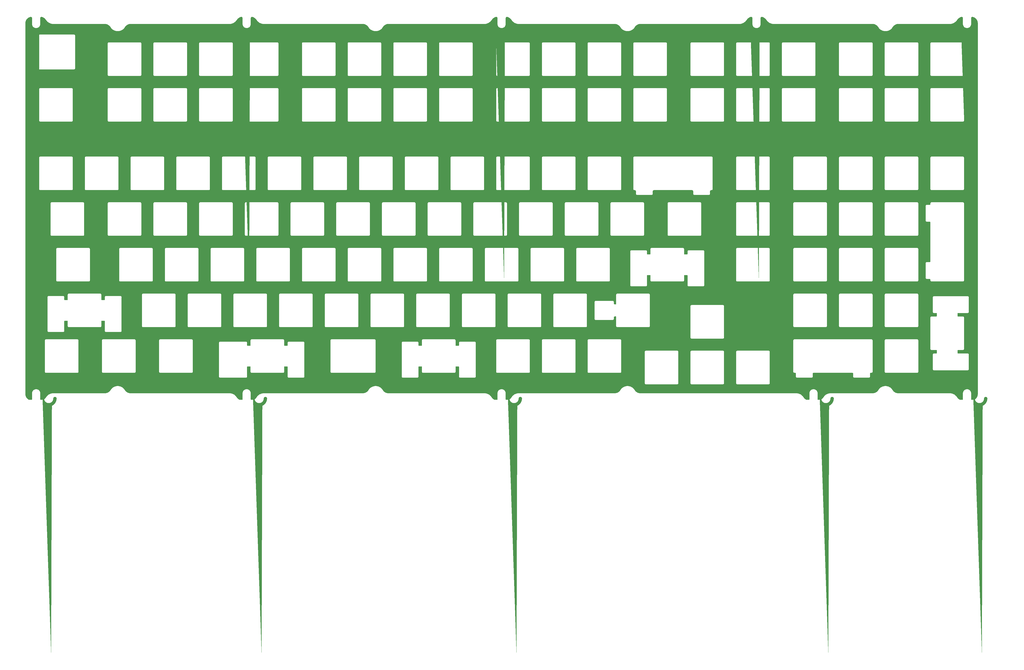
<source format=gbr>
%TF.GenerationSoftware,KiCad,Pcbnew,7.0.2*%
%TF.CreationDate,2023-06-27T02:16:57-04:00*%
%TF.ProjectId,FR4-hotswap-ANSI-plate,4652342d-686f-4747-9377-61702d414e53,rev?*%
%TF.SameCoordinates,Original*%
%TF.FileFunction,Copper,L2,Bot*%
%TF.FilePolarity,Positive*%
%FSLAX46Y46*%
G04 Gerber Fmt 4.6, Leading zero omitted, Abs format (unit mm)*
G04 Created by KiCad (PCBNEW 7.0.2) date 2023-06-27 02:16:57*
%MOMM*%
%LPD*%
G01*
G04 APERTURE LIST*
G04 Aperture macros list*
%AMFreePoly0*
4,1,71,0.700000,-1.229964,0.735393,-1.487470,0.805521,-1.737758,0.909076,-1.976166,1.044130,-2.198253,1.208167,-2.399882,1.398131,-2.577296,1.610484,-2.727190,1.841269,-2.846774,2.086188,-2.933818,2.340679,-2.986702,2.600000,-3.004440,2.859321,-2.986702,3.113812,-2.933818,3.358731,-2.846774,3.589516,-2.727190,3.801869,-2.577296,3.991833,-2.399882,4.155870,-2.198253,4.290924,-1.976166,
4.394479,-1.737758,4.464607,-1.487470,4.500000,-1.229964,4.500000,-1.100000,4.517550,-0.944235,4.569322,-0.796281,4.652718,-0.663557,4.763557,-0.552718,4.896281,-0.469322,5.044235,-0.417550,5.200000,-0.400000,5.355765,-0.417550,5.503719,-0.469322,5.636443,-0.552718,5.747282,-0.663557,5.830678,-0.796281,5.882450,-0.944235,5.900000,-1.100000,5.881922,-1.444944,5.827887,-1.786109,
5.738487,-2.119756,5.614700,-2.442231,5.457884,-2.750000,5.269756,-3.039691,5.052378,-3.308131,4.808131,-3.552378,4.539691,-3.769756,4.250000,-3.957884,3.942231,-4.114700,3.619756,-4.238487,3.286109,-4.327887,2.944944,-4.381922,2.600000,-4.400000,2.255056,-4.381922,1.913891,-4.327887,1.580244,-4.238487,1.257769,-4.114700,0.950000,-3.957884,0.660309,-3.769756,0.391869,-3.552378,
0.147622,-3.308131,-0.069756,-3.039691,-0.257884,-2.750000,-0.414700,-2.442231,-0.538487,-2.119756,-0.627887,-1.786109,-0.681922,-1.444944,-0.700000,-1.100000,-0.700000,1.100000,0.700000,1.100000,0.700000,-1.229964,0.700000,-1.229964,$1*%
G04 Aperture macros list end*
%TA.AperFunction,ComponentPad*%
%ADD10C,3.500000*%
%TD*%
%TA.AperFunction,SMDPad,CuDef*%
%ADD11FreePoly0,0.000000*%
%TD*%
%TA.AperFunction,SMDPad,CuDef*%
%ADD12R,1.400000X2.200000*%
%TD*%
%TA.AperFunction,SMDPad,CuDef*%
%ADD13FreePoly0,180.000000*%
%TD*%
%TA.AperFunction,ComponentPad*%
%ADD14C,11.000000*%
%TD*%
%TA.AperFunction,ComponentPad*%
%ADD15C,16.800000*%
%TD*%
%TA.AperFunction,ComponentPad*%
%ADD16C,10.000000*%
%TD*%
%TA.AperFunction,ViaPad*%
%ADD17C,0.800000*%
%TD*%
G04 APERTURE END LIST*
D10*
%TO.P,H202,1,1*%
%TO.N,GND*%
X138112616Y9525008D03*
%TD*%
D11*
%TO.P,H102,1,1*%
%TO.N,GND*%
X76887500Y34825000D03*
D12*
X82087500Y34825000D03*
%TD*%
D10*
%TO.P,H205,1,1*%
%TO.N,GND*%
X15478138Y-38100032D03*
%TD*%
D11*
%TO.P,H104,1,1*%
%TO.N,GND*%
X289387500Y34825000D03*
D12*
X294587500Y34825000D03*
%TD*%
D13*
%TO.P,H106,1,1*%
%TO.N,GND*%
X-5662500Y-121375000D03*
D12*
X-10862500Y-121375000D03*
%TD*%
D11*
%TO.P,H105,1,1*%
%TO.N,GND*%
X377137500Y34825000D03*
D12*
X382337500Y34825000D03*
%TD*%
D14*
%TO.P,H2,1,1*%
%TO.N,GND*%
X271462500Y-14287500D03*
%TD*%
D10*
%TO.P,H200,1,1*%
%TO.N,GND*%
X361950304Y-95250080D03*
%TD*%
D11*
%TO.P,H101,1,1*%
%TO.N,GND*%
X-10862500Y34825000D03*
D12*
X-5662500Y34825000D03*
%TD*%
D14*
%TO.P,H3,1,1*%
%TO.N,GND*%
X290512500Y-14287500D03*
%TD*%
D10*
%TO.P,H203,1,1*%
%TO.N,GND*%
X238125200Y9525008D03*
%TD*%
D11*
%TO.P,H103,1,1*%
%TO.N,GND*%
X183137500Y34825000D03*
D12*
X188337500Y34825000D03*
%TD*%
D10*
%TO.P,H209,1,1*%
%TO.N,GND*%
X200025168Y-95250080D03*
%TD*%
%TO.P,H204,1,1*%
%TO.N,GND*%
X361950304Y9525008D03*
%TD*%
D15*
%TO.P,H6,1,1*%
%TO.N,GND*%
X292893750Y-88225250D03*
%TD*%
D13*
%TO.P,H109,1,1*%
%TO.N,GND*%
X318337500Y-121375000D03*
D12*
X313137500Y-121375000D03*
%TD*%
D10*
%TO.P,H208,1,1*%
%TO.N,GND*%
X38100032Y-95250080D03*
%TD*%
D13*
%TO.P,H108,1,1*%
%TO.N,GND*%
X188337500Y-121375000D03*
D12*
X183137500Y-121375000D03*
%TD*%
D14*
%TO.P,H4,1,1*%
%TO.N,GND*%
X309562500Y-14287500D03*
%TD*%
D16*
%TO.P,H5,1,1*%
%TO.N,GND*%
X13000000Y22050000D03*
%TD*%
D10*
%TO.P,H207,1,1*%
%TO.N,GND*%
X323850272Y-38100032D03*
%TD*%
%TO.P,H201,1,1*%
%TO.N,GND*%
X38100032Y9525008D03*
%TD*%
D13*
%TO.P,H110,1,1*%
%TO.N,GND*%
X382337500Y-121375000D03*
D12*
X377137500Y-121375000D03*
%TD*%
D10*
%TO.P,H206,1,1*%
%TO.N,GND*%
X133350112Y-38100032D03*
%TD*%
D13*
%TO.P,H107,1,1*%
%TO.N,GND*%
X82087500Y-121375000D03*
D12*
X76887500Y-121375000D03*
%TD*%
D17*
%TO.N,GND*%
X188250000Y35500000D03*
X77000000Y-122000000D03*
X82000000Y35500000D03*
X77000000Y35500000D03*
X82000000Y-122000000D03*
X313250000Y-122000000D03*
X382250000Y-122000000D03*
X-10750000Y-122000000D03*
X382250000Y35500000D03*
X183250000Y-122000000D03*
X377250000Y35500000D03*
X294500000Y35500000D03*
X183250000Y35500000D03*
X377250000Y-122000000D03*
X289500000Y35500000D03*
X-5750000Y-122000000D03*
X318250000Y-122000000D03*
X-5750000Y35500000D03*
X-10750000Y35500000D03*
X188250000Y-122000000D03*
%TD*%
%TA.AperFunction,Conductor*%
%TO.N,GND*%
G36*
X377592693Y36683759D02*
G01*
X377597979Y36682714D01*
X377631828Y36676020D01*
X377637856Y36674631D01*
X377704199Y36657143D01*
X377721611Y36650757D01*
X377761921Y36631516D01*
X377770983Y36626595D01*
X377825751Y36593050D01*
X377837475Y36584636D01*
X377872581Y36555339D01*
X377882958Y36545309D01*
X377925761Y36497427D01*
X377932223Y36489392D01*
X377958368Y36453173D01*
X377967766Y36437187D01*
X377996836Y36375061D01*
X377999283Y36369375D01*
X378013910Y36332228D01*
X378019743Y36310346D01*
X378033740Y36215071D01*
X378034018Y36213026D01*
X378036227Y36195450D01*
X378037000Y36183105D01*
X378036999Y33597564D01*
X378069779Y33380093D01*
X378074987Y33345542D01*
X378079003Y33332524D01*
X378122305Y33192140D01*
X378123968Y33186071D01*
X378135433Y33138312D01*
X378144679Y33119604D01*
X378150110Y33101997D01*
X378227907Y32940449D01*
X378230175Y32935382D01*
X378246536Y32895884D01*
X378255618Y32882906D01*
X378260693Y32872367D01*
X378374353Y32705659D01*
X378376965Y32701620D01*
X378394182Y32673525D01*
X378401467Y32665891D01*
X378404266Y32661784D01*
X378560697Y32493190D01*
X378563401Y32490153D01*
X378573748Y32478038D01*
X378776885Y32316042D01*
X378997616Y32188604D01*
X379234858Y32095493D01*
X379483346Y32038777D01*
X379737499Y32019731D01*
X379991653Y32038777D01*
X380120169Y32068110D01*
X380240137Y32095492D01*
X380240141Y32095493D01*
X380477383Y32188604D01*
X380611685Y32266143D01*
X380698112Y32316041D01*
X380698115Y32316043D01*
X380901247Y32478035D01*
X380911592Y32490147D01*
X380914299Y32493188D01*
X380914301Y32493190D01*
X381070732Y32661783D01*
X381073529Y32665886D01*
X381078480Y32669714D01*
X381098024Y32701607D01*
X381100639Y32705649D01*
X381142903Y32767638D01*
X381214305Y32872366D01*
X381214305Y32872367D01*
X381219377Y32882897D01*
X381225916Y32889736D01*
X381244812Y32935356D01*
X381247067Y32940397D01*
X381324889Y33101996D01*
X381330318Y33119597D01*
X381337532Y33129846D01*
X381351027Y33186057D01*
X381352681Y33192097D01*
X381400013Y33345542D01*
X381430291Y33546417D01*
X381438000Y33597564D01*
X381438000Y36182117D01*
X381438776Y36194490D01*
X381440867Y36211089D01*
X381441144Y36213116D01*
X381441282Y36214052D01*
X381455296Y36309371D01*
X381461145Y36331280D01*
X381475883Y36368631D01*
X381478304Y36374245D01*
X381507439Y36436382D01*
X381516853Y36452360D01*
X381543157Y36488716D01*
X381549614Y36496725D01*
X381592486Y36544563D01*
X381602887Y36554588D01*
X381638170Y36583944D01*
X381649927Y36592353D01*
X381704743Y36625797D01*
X381713830Y36630710D01*
X381754337Y36649950D01*
X381771785Y36656309D01*
X381838118Y36673641D01*
X381844162Y36675020D01*
X381883543Y36682714D01*
X381906158Y36684484D01*
X382002155Y36680960D01*
X382004219Y36680863D01*
X382019403Y36679988D01*
X382037304Y36677299D01*
X382120523Y36656875D01*
X382335789Y36602842D01*
X382346222Y36599602D01*
X382476200Y36551222D01*
X382641429Y36486735D01*
X382650440Y36482689D01*
X382781037Y36416022D01*
X382783338Y36414809D01*
X382901508Y36350516D01*
X382930792Y36334584D01*
X382938362Y36330016D01*
X383063307Y36246781D01*
X383066301Y36244706D01*
X383199697Y36148572D01*
X383205845Y36143762D01*
X383321560Y36045638D01*
X383325059Y36042525D01*
X383444248Y35931347D01*
X383449035Y35926566D01*
X383553093Y35815272D01*
X383556880Y35810979D01*
X383660865Y35686004D01*
X383664397Y35681501D01*
X383754929Y35558926D01*
X383758761Y35553349D01*
X383846403Y35415950D01*
X383848827Y35411944D01*
X383924278Y35280318D01*
X383927890Y35273397D01*
X383998181Y35124714D01*
X383999677Y35121392D01*
X384058797Y34983418D01*
X384061914Y34975141D01*
X384113983Y34815588D01*
X384114758Y34813104D01*
X384156578Y34672532D01*
X384158920Y34662928D01*
X384192287Y34488746D01*
X384216230Y34352125D01*
X384217518Y34341286D01*
X384231514Y34119751D01*
X384232591Y34101149D01*
X384236835Y34027833D01*
X384237000Y34022145D01*
X384237000Y-120572143D01*
X384236834Y-120577865D01*
X384231517Y-120669696D01*
X384217517Y-120891290D01*
X384216228Y-120902136D01*
X384192299Y-121038678D01*
X384158917Y-121212943D01*
X384156576Y-121222540D01*
X384114768Y-121363070D01*
X384113993Y-121365553D01*
X384061911Y-121525148D01*
X384058794Y-121533427D01*
X383999691Y-121671361D01*
X383998195Y-121674682D01*
X383927881Y-121823411D01*
X383924269Y-121830331D01*
X383848849Y-121961906D01*
X383846425Y-121965913D01*
X383758745Y-122103372D01*
X383754913Y-122108949D01*
X383664400Y-122231497D01*
X383660868Y-122236000D01*
X383556890Y-122360968D01*
X383553103Y-122365262D01*
X383449030Y-122476571D01*
X383444244Y-122481351D01*
X383325063Y-122592522D01*
X383321563Y-122595635D01*
X383205858Y-122693751D01*
X383199710Y-122698561D01*
X383066257Y-122794735D01*
X383063263Y-122796810D01*
X382938375Y-122880007D01*
X382930801Y-122884577D01*
X382783303Y-122964826D01*
X382781003Y-122966039D01*
X382735683Y-122989175D01*
X382690670Y-123000000D01*
X381576780Y-123000000D01*
X381518589Y-122981093D01*
X381487146Y-122943031D01*
X381477936Y-122923388D01*
X381475508Y-122917760D01*
X381461207Y-122881516D01*
X381455357Y-122859614D01*
X381441449Y-122765152D01*
X381440912Y-122761502D01*
X381440632Y-122759455D01*
X381438776Y-122744721D01*
X381438000Y-122732348D01*
X381438000Y-120147563D01*
X381421351Y-120037106D01*
X381400013Y-119895541D01*
X381352681Y-119742096D01*
X381351027Y-119736056D01*
X381339563Y-119688305D01*
X381330318Y-119669596D01*
X381328729Y-119664444D01*
X381324889Y-119651995D01*
X381247067Y-119490396D01*
X381244812Y-119485355D01*
X381228463Y-119445885D01*
X381219377Y-119432896D01*
X381214305Y-119422365D01*
X381162097Y-119345790D01*
X381100633Y-119255638D01*
X381098024Y-119251606D01*
X381080811Y-119223517D01*
X381073529Y-119215885D01*
X381070732Y-119211782D01*
X380914291Y-119043178D01*
X380911592Y-119040146D01*
X380901247Y-119028034D01*
X380698115Y-118866042D01*
X380477383Y-118738603D01*
X380240141Y-118645492D01*
X380231974Y-118643628D01*
X380037030Y-118599133D01*
X379991653Y-118588776D01*
X379737500Y-118569730D01*
X379483346Y-118588776D01*
X379234858Y-118645492D01*
X378997616Y-118738603D01*
X378776885Y-118866041D01*
X378573748Y-119028037D01*
X378563401Y-119040152D01*
X378560697Y-119043189D01*
X378404266Y-119211783D01*
X378401467Y-119215890D01*
X378396513Y-119219719D01*
X378376965Y-119251619D01*
X378374353Y-119255658D01*
X378260693Y-119422366D01*
X378255618Y-119432905D01*
X378249079Y-119439743D01*
X378230175Y-119485381D01*
X378227907Y-119490448D01*
X378150110Y-119651996D01*
X378144679Y-119669603D01*
X378137464Y-119679851D01*
X378123968Y-119736070D01*
X378122305Y-119742139D01*
X378074987Y-119895541D01*
X378069783Y-119930069D01*
X378037000Y-120147563D01*
X378037000Y-122733279D01*
X378036227Y-122745629D01*
X378034192Y-122761814D01*
X378033912Y-122763867D01*
X378019698Y-122860528D01*
X378013867Y-122882397D01*
X377999558Y-122918736D01*
X377997112Y-122924420D01*
X377988439Y-122942956D01*
X377946652Y-122987650D01*
X377898769Y-123000000D01*
X376777176Y-123000000D01*
X376731755Y-122988966D01*
X376609058Y-122925612D01*
X376603291Y-122922386D01*
X376490200Y-122854072D01*
X376485871Y-122851301D01*
X376353710Y-122761790D01*
X376349531Y-122758798D01*
X376244137Y-122679134D01*
X376239002Y-122674976D01*
X376147236Y-122595460D01*
X376116699Y-122568999D01*
X376114009Y-122566580D01*
X376019720Y-122478548D01*
X376014066Y-122472820D01*
X375898553Y-122345832D01*
X375897128Y-122344228D01*
X375819235Y-122254672D01*
X375813333Y-122247187D01*
X375680584Y-122061013D01*
X375646281Y-122012143D01*
X375643430Y-122007847D01*
X375614611Y-121961862D01*
X375553866Y-121864933D01*
X375420983Y-121690845D01*
X375418575Y-121687550D01*
X375392194Y-121649848D01*
X375383041Y-121641137D01*
X375347413Y-121594462D01*
X375283549Y-121525058D01*
X375232878Y-121469991D01*
X375162635Y-121393654D01*
X375160527Y-121391288D01*
X375147971Y-121376729D01*
X375144672Y-121374132D01*
X375117014Y-121344075D01*
X374864613Y-121115885D01*
X374765988Y-121041966D01*
X374594165Y-120913185D01*
X374594160Y-120913181D01*
X374592338Y-120911816D01*
X374590405Y-120910627D01*
X374590400Y-120910624D01*
X374304429Y-120734783D01*
X374304430Y-120734783D01*
X374302489Y-120733590D01*
X374300453Y-120732582D01*
X374300439Y-120732575D01*
X373999548Y-120583721D01*
X373999544Y-120583719D01*
X373997508Y-120582712D01*
X373841341Y-120522584D01*
X373682083Y-120461266D01*
X373682079Y-120461264D01*
X373679971Y-120460453D01*
X373677805Y-120459840D01*
X373677789Y-120459835D01*
X373354734Y-120368462D01*
X373354727Y-120368460D01*
X373352555Y-120367846D01*
X373333629Y-120364328D01*
X373312392Y-120360381D01*
X373310312Y-120359250D01*
X373289396Y-120356055D01*
X373286257Y-120355524D01*
X373020271Y-120306088D01*
X373020253Y-120306085D01*
X373018023Y-120305671D01*
X373015744Y-120305461D01*
X372959536Y-120300282D01*
X372952938Y-120297445D01*
X372901342Y-120294836D01*
X372897260Y-120294544D01*
X372681477Y-120274663D01*
X372681475Y-120274662D01*
X372679197Y-120274453D01*
X372676925Y-120274453D01*
X372676912Y-120274453D01*
X372509067Y-120274499D01*
X351050693Y-120274499D01*
X351045037Y-120274337D01*
X350977319Y-120270462D01*
X350729902Y-120254553D01*
X350719369Y-120253306D01*
X350590318Y-120230965D01*
X350588231Y-120230581D01*
X350406347Y-120195063D01*
X350397421Y-120192885D01*
X350261114Y-120152848D01*
X350257740Y-120151791D01*
X350092179Y-120096667D01*
X350084904Y-120093923D01*
X349950507Y-120037106D01*
X349945997Y-120035066D01*
X349892156Y-120009060D01*
X349791834Y-119960603D01*
X349786204Y-119957656D01*
X349658279Y-119885384D01*
X349652844Y-119882079D01*
X349509514Y-119788477D01*
X349505439Y-119785668D01*
X349387406Y-119699875D01*
X349381301Y-119695060D01*
X349248649Y-119581714D01*
X349246002Y-119579370D01*
X349141334Y-119483261D01*
X349134862Y-119476738D01*
X349010621Y-119339340D01*
X349009216Y-119337753D01*
X348923415Y-119238681D01*
X348916913Y-119230306D01*
X348912202Y-119223517D01*
X348787078Y-119043187D01*
X348777433Y-119029287D01*
X348737050Y-118970191D01*
X348734015Y-118965467D01*
X348731918Y-118961990D01*
X348644056Y-118816155D01*
X348644052Y-118816149D01*
X348642738Y-118813968D01*
X348517484Y-118647543D01*
X348514682Y-118643624D01*
X348484475Y-118599133D01*
X348471938Y-118587026D01*
X348426055Y-118526061D01*
X348304147Y-118394681D01*
X348267907Y-118355625D01*
X348265061Y-118352421D01*
X348236265Y-118318559D01*
X348226235Y-118310714D01*
X348182695Y-118263792D01*
X348182686Y-118263783D01*
X348180959Y-118261922D01*
X347984818Y-118089917D01*
X347982062Y-118087406D01*
X347959405Y-118065965D01*
X347952754Y-118061798D01*
X347948823Y-118058351D01*
X347910041Y-118024341D01*
X347907955Y-118022861D01*
X347907950Y-118022857D01*
X347669130Y-117853411D01*
X347666540Y-117851510D01*
X347657016Y-117844277D01*
X347654555Y-117843070D01*
X347618238Y-117817303D01*
X347618235Y-117817301D01*
X347616162Y-117815830D01*
X347613948Y-117814579D01*
X347613943Y-117814576D01*
X347304644Y-117639843D01*
X347304639Y-117639840D01*
X347302429Y-117638592D01*
X347300096Y-117637574D01*
X346974501Y-117495523D01*
X346974497Y-117495521D01*
X346972158Y-117494501D01*
X346803531Y-117440756D01*
X346631268Y-117385852D01*
X346631264Y-117385851D01*
X346628839Y-117385078D01*
X346626342Y-117384557D01*
X346278593Y-117312001D01*
X346278590Y-117312000D01*
X346276100Y-117311481D01*
X346273580Y-117311220D01*
X346273568Y-117311219D01*
X345920194Y-117274746D01*
X345920180Y-117274745D01*
X345917668Y-117274486D01*
X345557333Y-117274486D01*
X345554821Y-117274745D01*
X345554806Y-117274746D01*
X345201429Y-117311219D01*
X345201425Y-117311219D01*
X345198902Y-117311480D01*
X345196416Y-117311998D01*
X345196414Y-117311999D01*
X344848652Y-117384558D01*
X344848639Y-117384561D01*
X344846163Y-117385078D01*
X344843753Y-117385845D01*
X344843738Y-117385850D01*
X344505277Y-117493724D01*
X344505272Y-117493725D01*
X344502843Y-117494500D01*
X344500509Y-117495517D01*
X344500499Y-117495522D01*
X344174904Y-117637574D01*
X344174894Y-117637578D01*
X344172572Y-117638592D01*
X344170369Y-117639836D01*
X344170356Y-117639843D01*
X343861057Y-117814576D01*
X343861043Y-117814584D01*
X343858839Y-117815830D01*
X343856772Y-117817296D01*
X343856765Y-117817301D01*
X343820447Y-117843069D01*
X343818962Y-117843532D01*
X343808430Y-117851532D01*
X343805841Y-117853432D01*
X343567050Y-118022857D01*
X343567036Y-118022867D01*
X343564960Y-118024341D01*
X343563038Y-118026025D01*
X343563036Y-118026028D01*
X343522236Y-118061807D01*
X343518117Y-118063576D01*
X343492905Y-118087434D01*
X343490134Y-118089958D01*
X343295954Y-118260244D01*
X343294042Y-118261921D01*
X343292323Y-118263773D01*
X343292304Y-118263792D01*
X343248763Y-118310715D01*
X343242378Y-118314274D01*
X343209936Y-118352424D01*
X343207090Y-118355628D01*
X343050672Y-118524199D01*
X343050664Y-118524208D01*
X343048946Y-118526060D01*
X343047429Y-118528075D01*
X343047422Y-118528084D01*
X343003058Y-118587030D01*
X342994821Y-118592804D01*
X342960314Y-118643628D01*
X342957510Y-118647550D01*
X342833793Y-118811932D01*
X342833792Y-118811934D01*
X342832263Y-118813966D01*
X342830956Y-118816134D01*
X342830940Y-118816159D01*
X342741412Y-118964756D01*
X342740740Y-118965872D01*
X342737698Y-118970608D01*
X342700331Y-119025291D01*
X342667280Y-119072918D01*
X342557769Y-119230715D01*
X342551274Y-119239080D01*
X342467557Y-119335747D01*
X342466151Y-119337336D01*
X342339702Y-119477175D01*
X342333229Y-119483697D01*
X342230190Y-119578310D01*
X342227545Y-119580653D01*
X342093120Y-119695516D01*
X342087013Y-119700333D01*
X341970508Y-119785013D01*
X341966434Y-119787821D01*
X341821406Y-119882534D01*
X341815970Y-119885839D01*
X341689570Y-119957249D01*
X341683932Y-119960200D01*
X341527969Y-120035532D01*
X341523461Y-120037572D01*
X341390770Y-120093668D01*
X341383494Y-120096412D01*
X341215745Y-120152264D01*
X341212371Y-120153321D01*
X341078169Y-120192740D01*
X341069243Y-120194918D01*
X340884211Y-120231051D01*
X340882125Y-120231435D01*
X340756117Y-120253250D01*
X340745590Y-120254496D01*
X340493067Y-120270754D01*
X340481626Y-120271408D01*
X340430409Y-120274338D01*
X340424790Y-120274499D01*
X322947055Y-120274499D01*
X322946933Y-120274522D01*
X322798088Y-120274482D01*
X322798074Y-120274482D01*
X322795804Y-120274482D01*
X322793526Y-120274691D01*
X322793523Y-120274692D01*
X322577715Y-120294575D01*
X322573641Y-120294866D01*
X322527688Y-120297194D01*
X322515489Y-120300309D01*
X322459259Y-120305490D01*
X322459256Y-120305490D01*
X322456981Y-120305700D01*
X322454752Y-120306114D01*
X322454732Y-120306117D01*
X322188745Y-120355552D01*
X322185610Y-120356083D01*
X322166554Y-120358994D01*
X322162609Y-120360410D01*
X322132444Y-120366016D01*
X322122452Y-120367874D01*
X322120284Y-120368487D01*
X322120272Y-120368490D01*
X321797219Y-120459862D01*
X321797196Y-120459869D01*
X321795038Y-120460480D01*
X321792935Y-120461289D01*
X321792925Y-120461293D01*
X321479621Y-120581922D01*
X321479611Y-120581926D01*
X321477503Y-120582738D01*
X321475477Y-120583740D01*
X321475464Y-120583746D01*
X321174569Y-120732604D01*
X321174555Y-120732611D01*
X321172525Y-120733616D01*
X321170595Y-120734802D01*
X321170580Y-120734811D01*
X320884616Y-120910647D01*
X320884595Y-120910660D01*
X320882678Y-120911840D01*
X320880865Y-120913198D01*
X320880853Y-120913207D01*
X320612230Y-121114539D01*
X320612217Y-121114549D01*
X320610406Y-121115907D01*
X320608721Y-121117430D01*
X320608719Y-121117432D01*
X320359695Y-121342569D01*
X320359684Y-121342579D01*
X320358007Y-121344096D01*
X320356477Y-121345759D01*
X320356471Y-121345765D01*
X320330341Y-121374162D01*
X320328277Y-121375323D01*
X320314458Y-121391346D01*
X320312343Y-121393720D01*
X320129160Y-121592794D01*
X320129146Y-121592810D01*
X320127609Y-121594481D01*
X320103045Y-121626661D01*
X320091963Y-121641180D01*
X320086053Y-121645263D01*
X320056425Y-121687599D01*
X320054010Y-121690902D01*
X319921158Y-121864950D01*
X319919955Y-121866870D01*
X319919946Y-121866883D01*
X319832186Y-122006918D01*
X319829328Y-122011223D01*
X319791633Y-122064925D01*
X319662027Y-122246723D01*
X319656115Y-122254223D01*
X319576178Y-122346131D01*
X319574713Y-122347777D01*
X319461433Y-122472311D01*
X319455760Y-122478059D01*
X319359875Y-122567580D01*
X319357146Y-122570034D01*
X319236659Y-122674439D01*
X319231523Y-122678598D01*
X319124557Y-122759450D01*
X319120378Y-122762442D01*
X318990061Y-122850704D01*
X318985731Y-122853475D01*
X318870947Y-122922810D01*
X318865182Y-122926035D01*
X318763646Y-122978463D01*
X318743308Y-122988965D01*
X318697888Y-123000000D01*
X317576205Y-123000000D01*
X317518014Y-122981093D01*
X317486537Y-122942960D01*
X317478157Y-122925050D01*
X317475731Y-122919413D01*
X317461083Y-122882214D01*
X317455254Y-122860345D01*
X317441264Y-122765105D01*
X317440992Y-122763106D01*
X317440960Y-122762853D01*
X317438771Y-122745436D01*
X317438000Y-122733096D01*
X317438000Y-120147563D01*
X317421351Y-120037106D01*
X317400013Y-119895541D01*
X317352681Y-119742096D01*
X317351027Y-119736056D01*
X317339563Y-119688305D01*
X317330318Y-119669596D01*
X317328729Y-119664444D01*
X317324889Y-119651995D01*
X317247067Y-119490396D01*
X317244812Y-119485355D01*
X317228463Y-119445885D01*
X317219377Y-119432896D01*
X317214305Y-119422365D01*
X317162097Y-119345790D01*
X317100633Y-119255638D01*
X317098024Y-119251606D01*
X317080811Y-119223517D01*
X317073529Y-119215885D01*
X317070732Y-119211782D01*
X316914291Y-119043178D01*
X316911592Y-119040146D01*
X316901247Y-119028034D01*
X316698115Y-118866042D01*
X316477383Y-118738603D01*
X316240141Y-118645492D01*
X316231974Y-118643628D01*
X316037030Y-118599133D01*
X315991653Y-118588776D01*
X315737500Y-118569730D01*
X315483346Y-118588776D01*
X315234858Y-118645492D01*
X314997616Y-118738603D01*
X314776885Y-118866041D01*
X314573748Y-119028037D01*
X314563401Y-119040152D01*
X314560697Y-119043189D01*
X314404266Y-119211783D01*
X314401467Y-119215890D01*
X314396513Y-119219719D01*
X314376965Y-119251619D01*
X314374353Y-119255658D01*
X314260693Y-119422366D01*
X314255618Y-119432905D01*
X314249079Y-119439743D01*
X314230175Y-119485381D01*
X314227907Y-119490448D01*
X314150110Y-119651996D01*
X314144679Y-119669603D01*
X314137464Y-119679851D01*
X314123968Y-119736070D01*
X314122305Y-119742139D01*
X314074987Y-119895541D01*
X314069783Y-119930069D01*
X314037000Y-120147563D01*
X314037000Y-122733279D01*
X314036227Y-122745629D01*
X314034192Y-122761814D01*
X314033912Y-122763867D01*
X314019698Y-122860528D01*
X314013867Y-122882397D01*
X313999558Y-122918736D01*
X313997112Y-122924420D01*
X313988439Y-122942956D01*
X313946652Y-122987650D01*
X313898769Y-123000000D01*
X312777176Y-123000000D01*
X312731755Y-122988966D01*
X312609058Y-122925612D01*
X312603291Y-122922386D01*
X312490200Y-122854072D01*
X312485871Y-122851301D01*
X312353710Y-122761790D01*
X312349531Y-122758798D01*
X312244137Y-122679134D01*
X312239002Y-122674976D01*
X312147236Y-122595460D01*
X312116699Y-122568999D01*
X312114009Y-122566580D01*
X312019720Y-122478548D01*
X312014066Y-122472820D01*
X311898553Y-122345832D01*
X311897128Y-122344228D01*
X311819235Y-122254672D01*
X311813333Y-122247187D01*
X311680584Y-122061013D01*
X311646281Y-122012143D01*
X311643430Y-122007847D01*
X311614611Y-121961862D01*
X311553866Y-121864933D01*
X311420983Y-121690845D01*
X311418575Y-121687550D01*
X311392194Y-121649848D01*
X311383041Y-121641137D01*
X311347413Y-121594462D01*
X311283549Y-121525058D01*
X311232878Y-121469991D01*
X311162635Y-121393654D01*
X311160527Y-121391288D01*
X311147971Y-121376729D01*
X311144672Y-121374132D01*
X311117014Y-121344075D01*
X310864613Y-121115885D01*
X310765988Y-121041966D01*
X310594165Y-120913185D01*
X310594160Y-120913181D01*
X310592338Y-120911816D01*
X310590405Y-120910627D01*
X310590400Y-120910624D01*
X310304429Y-120734783D01*
X310304430Y-120734783D01*
X310302489Y-120733590D01*
X310300453Y-120732582D01*
X310300439Y-120732575D01*
X309999548Y-120583721D01*
X309999544Y-120583719D01*
X309997508Y-120582712D01*
X309841341Y-120522584D01*
X309682083Y-120461266D01*
X309682079Y-120461264D01*
X309679971Y-120460453D01*
X309677805Y-120459840D01*
X309677789Y-120459835D01*
X309354734Y-120368462D01*
X309354727Y-120368460D01*
X309352555Y-120367846D01*
X309333629Y-120364328D01*
X309312392Y-120360381D01*
X309310312Y-120359250D01*
X309289396Y-120356055D01*
X309286257Y-120355524D01*
X309020271Y-120306088D01*
X309020253Y-120306085D01*
X309018023Y-120305671D01*
X309015744Y-120305461D01*
X308959536Y-120300282D01*
X308952938Y-120297445D01*
X308901342Y-120294836D01*
X308897260Y-120294544D01*
X308681477Y-120274663D01*
X308681475Y-120274662D01*
X308679197Y-120274453D01*
X308676925Y-120274453D01*
X308676912Y-120274453D01*
X308509067Y-120274499D01*
X243550693Y-120274499D01*
X243545037Y-120274337D01*
X243477319Y-120270462D01*
X243229902Y-120254553D01*
X243219369Y-120253306D01*
X243090318Y-120230965D01*
X243088231Y-120230581D01*
X242906347Y-120195063D01*
X242897421Y-120192885D01*
X242761114Y-120152848D01*
X242757740Y-120151791D01*
X242592179Y-120096667D01*
X242584904Y-120093923D01*
X242450507Y-120037106D01*
X242445997Y-120035066D01*
X242392156Y-120009060D01*
X242291834Y-119960603D01*
X242286204Y-119957656D01*
X242158279Y-119885384D01*
X242152844Y-119882079D01*
X242009514Y-119788477D01*
X242005439Y-119785668D01*
X241887406Y-119699875D01*
X241881301Y-119695060D01*
X241748649Y-119581714D01*
X241746002Y-119579370D01*
X241641334Y-119483261D01*
X241634862Y-119476738D01*
X241510621Y-119339340D01*
X241509216Y-119337753D01*
X241423415Y-119238681D01*
X241416913Y-119230306D01*
X241412202Y-119223517D01*
X241287078Y-119043187D01*
X241277433Y-119029287D01*
X241237050Y-118970191D01*
X241234015Y-118965467D01*
X241231918Y-118961990D01*
X241144056Y-118816155D01*
X241144052Y-118816149D01*
X241142738Y-118813968D01*
X241017484Y-118647543D01*
X241014682Y-118643624D01*
X240984475Y-118599133D01*
X240971938Y-118587026D01*
X240926055Y-118526061D01*
X240804147Y-118394681D01*
X240767907Y-118355625D01*
X240765061Y-118352421D01*
X240736265Y-118318559D01*
X240726235Y-118310714D01*
X240682695Y-118263792D01*
X240682686Y-118263783D01*
X240680959Y-118261922D01*
X240484818Y-118089917D01*
X240482062Y-118087406D01*
X240459405Y-118065965D01*
X240452754Y-118061798D01*
X240448823Y-118058351D01*
X240410041Y-118024341D01*
X240407955Y-118022861D01*
X240407950Y-118022857D01*
X240169130Y-117853411D01*
X240166540Y-117851510D01*
X240157016Y-117844277D01*
X240154555Y-117843070D01*
X240118238Y-117817303D01*
X240118235Y-117817301D01*
X240116162Y-117815830D01*
X240113948Y-117814579D01*
X240113943Y-117814576D01*
X239804644Y-117639843D01*
X239804639Y-117639840D01*
X239802429Y-117638592D01*
X239800096Y-117637574D01*
X239474501Y-117495523D01*
X239474497Y-117495521D01*
X239472158Y-117494501D01*
X239303531Y-117440756D01*
X239131268Y-117385852D01*
X239131264Y-117385851D01*
X239128839Y-117385078D01*
X239126342Y-117384557D01*
X238778593Y-117312001D01*
X238778590Y-117312000D01*
X238776100Y-117311481D01*
X238773580Y-117311220D01*
X238773568Y-117311219D01*
X238420194Y-117274746D01*
X238420180Y-117274745D01*
X238417668Y-117274486D01*
X238057333Y-117274486D01*
X238054821Y-117274745D01*
X238054806Y-117274746D01*
X237701429Y-117311219D01*
X237701425Y-117311219D01*
X237698902Y-117311480D01*
X237696416Y-117311998D01*
X237696414Y-117311999D01*
X237348652Y-117384558D01*
X237348639Y-117384561D01*
X237346163Y-117385078D01*
X237343753Y-117385845D01*
X237343738Y-117385850D01*
X237005277Y-117493724D01*
X237005272Y-117493725D01*
X237002843Y-117494500D01*
X237000509Y-117495517D01*
X237000499Y-117495522D01*
X236674904Y-117637574D01*
X236674894Y-117637578D01*
X236672572Y-117638592D01*
X236670369Y-117639836D01*
X236670356Y-117639843D01*
X236361057Y-117814576D01*
X236361043Y-117814584D01*
X236358839Y-117815830D01*
X236356772Y-117817296D01*
X236356765Y-117817301D01*
X236320447Y-117843069D01*
X236318962Y-117843532D01*
X236308430Y-117851532D01*
X236305841Y-117853432D01*
X236067050Y-118022857D01*
X236067036Y-118022867D01*
X236064960Y-118024341D01*
X236063038Y-118026025D01*
X236063036Y-118026028D01*
X236022236Y-118061807D01*
X236018117Y-118063576D01*
X235992905Y-118087434D01*
X235990134Y-118089958D01*
X235795954Y-118260244D01*
X235794042Y-118261921D01*
X235792323Y-118263773D01*
X235792304Y-118263792D01*
X235748763Y-118310715D01*
X235742378Y-118314274D01*
X235709936Y-118352424D01*
X235707090Y-118355628D01*
X235550672Y-118524199D01*
X235550664Y-118524208D01*
X235548946Y-118526060D01*
X235547429Y-118528075D01*
X235547422Y-118528084D01*
X235503058Y-118587030D01*
X235494821Y-118592804D01*
X235460314Y-118643628D01*
X235457510Y-118647550D01*
X235333793Y-118811932D01*
X235333792Y-118811934D01*
X235332263Y-118813966D01*
X235330956Y-118816134D01*
X235330940Y-118816159D01*
X235241412Y-118964756D01*
X235240740Y-118965872D01*
X235237698Y-118970608D01*
X235200331Y-119025291D01*
X235167280Y-119072918D01*
X235057769Y-119230715D01*
X235051274Y-119239080D01*
X234967557Y-119335747D01*
X234966151Y-119337336D01*
X234839702Y-119477175D01*
X234833229Y-119483697D01*
X234730190Y-119578310D01*
X234727545Y-119580653D01*
X234593120Y-119695516D01*
X234587013Y-119700333D01*
X234470508Y-119785013D01*
X234466434Y-119787821D01*
X234321406Y-119882534D01*
X234315970Y-119885839D01*
X234189570Y-119957249D01*
X234183932Y-119960200D01*
X234027969Y-120035532D01*
X234023461Y-120037572D01*
X233890770Y-120093668D01*
X233883494Y-120096412D01*
X233715745Y-120152264D01*
X233712371Y-120153321D01*
X233578169Y-120192740D01*
X233569243Y-120194918D01*
X233384211Y-120231051D01*
X233382125Y-120231435D01*
X233256117Y-120253250D01*
X233245590Y-120254496D01*
X232993067Y-120270754D01*
X232981626Y-120271408D01*
X232930409Y-120274338D01*
X232924790Y-120274499D01*
X192947055Y-120274499D01*
X192946933Y-120274522D01*
X192798088Y-120274482D01*
X192798074Y-120274482D01*
X192795804Y-120274482D01*
X192793526Y-120274691D01*
X192793523Y-120274692D01*
X192577715Y-120294575D01*
X192573641Y-120294866D01*
X192527688Y-120297194D01*
X192515489Y-120300309D01*
X192459259Y-120305490D01*
X192459256Y-120305490D01*
X192456981Y-120305700D01*
X192454752Y-120306114D01*
X192454732Y-120306117D01*
X192188745Y-120355552D01*
X192185610Y-120356083D01*
X192166554Y-120358994D01*
X192162609Y-120360410D01*
X192132444Y-120366016D01*
X192122452Y-120367874D01*
X192120284Y-120368487D01*
X192120272Y-120368490D01*
X191797219Y-120459862D01*
X191797196Y-120459869D01*
X191795038Y-120460480D01*
X191792935Y-120461289D01*
X191792925Y-120461293D01*
X191479621Y-120581922D01*
X191479611Y-120581926D01*
X191477503Y-120582738D01*
X191475477Y-120583740D01*
X191475464Y-120583746D01*
X191174569Y-120732604D01*
X191174555Y-120732611D01*
X191172525Y-120733616D01*
X191170595Y-120734802D01*
X191170580Y-120734811D01*
X190884616Y-120910647D01*
X190884595Y-120910660D01*
X190882678Y-120911840D01*
X190880865Y-120913198D01*
X190880853Y-120913207D01*
X190612230Y-121114539D01*
X190612217Y-121114549D01*
X190610406Y-121115907D01*
X190608721Y-121117430D01*
X190608719Y-121117432D01*
X190359695Y-121342569D01*
X190359684Y-121342579D01*
X190358007Y-121344096D01*
X190356477Y-121345759D01*
X190356471Y-121345765D01*
X190330341Y-121374162D01*
X190328277Y-121375323D01*
X190314458Y-121391346D01*
X190312343Y-121393720D01*
X190129160Y-121592794D01*
X190129146Y-121592810D01*
X190127609Y-121594481D01*
X190103045Y-121626661D01*
X190091963Y-121641180D01*
X190086053Y-121645263D01*
X190056425Y-121687599D01*
X190054010Y-121690902D01*
X189921158Y-121864950D01*
X189919955Y-121866870D01*
X189919946Y-121866883D01*
X189832186Y-122006918D01*
X189829328Y-122011223D01*
X189791633Y-122064925D01*
X189662027Y-122246723D01*
X189656115Y-122254223D01*
X189576178Y-122346131D01*
X189574713Y-122347777D01*
X189461433Y-122472311D01*
X189455760Y-122478059D01*
X189359875Y-122567580D01*
X189357146Y-122570034D01*
X189236659Y-122674439D01*
X189231523Y-122678598D01*
X189124557Y-122759450D01*
X189120378Y-122762442D01*
X188990061Y-122850704D01*
X188985731Y-122853475D01*
X188870947Y-122922810D01*
X188865182Y-122926035D01*
X188763646Y-122978463D01*
X188743308Y-122988965D01*
X188697888Y-123000000D01*
X187576205Y-123000000D01*
X187518014Y-122981093D01*
X187486537Y-122942960D01*
X187478157Y-122925050D01*
X187475731Y-122919413D01*
X187461083Y-122882214D01*
X187455254Y-122860345D01*
X187441264Y-122765105D01*
X187440992Y-122763106D01*
X187440960Y-122762853D01*
X187438771Y-122745436D01*
X187438000Y-122733096D01*
X187438000Y-120147563D01*
X187421351Y-120037106D01*
X187400013Y-119895541D01*
X187352681Y-119742096D01*
X187351027Y-119736056D01*
X187339563Y-119688305D01*
X187330318Y-119669596D01*
X187328729Y-119664444D01*
X187324889Y-119651995D01*
X187247067Y-119490396D01*
X187244812Y-119485355D01*
X187228463Y-119445885D01*
X187219377Y-119432896D01*
X187214305Y-119422365D01*
X187162097Y-119345790D01*
X187100633Y-119255638D01*
X187098024Y-119251606D01*
X187080811Y-119223517D01*
X187073529Y-119215885D01*
X187070732Y-119211782D01*
X186914291Y-119043178D01*
X186911592Y-119040146D01*
X186901247Y-119028034D01*
X186698115Y-118866042D01*
X186477383Y-118738603D01*
X186240141Y-118645492D01*
X186231974Y-118643628D01*
X186037030Y-118599133D01*
X185991653Y-118588776D01*
X185737499Y-118569730D01*
X185483346Y-118588776D01*
X185234858Y-118645492D01*
X184997616Y-118738603D01*
X184776885Y-118866041D01*
X184573748Y-119028037D01*
X184563401Y-119040152D01*
X184560697Y-119043189D01*
X184404266Y-119211783D01*
X184401467Y-119215890D01*
X184396513Y-119219719D01*
X184376965Y-119251619D01*
X184374353Y-119255658D01*
X184260693Y-119422366D01*
X184255618Y-119432905D01*
X184249079Y-119439743D01*
X184230175Y-119485381D01*
X184227907Y-119490448D01*
X184150110Y-119651996D01*
X184144679Y-119669603D01*
X184137464Y-119679851D01*
X184123968Y-119736070D01*
X184122305Y-119742139D01*
X184074987Y-119895541D01*
X184069783Y-119930069D01*
X184037000Y-120147563D01*
X184037000Y-122733279D01*
X184036227Y-122745629D01*
X184034192Y-122761814D01*
X184033912Y-122763867D01*
X184019698Y-122860528D01*
X184013867Y-122882397D01*
X183999558Y-122918736D01*
X183997112Y-122924420D01*
X183988439Y-122942956D01*
X183946652Y-122987650D01*
X183898769Y-123000000D01*
X182777176Y-123000000D01*
X182731755Y-122988966D01*
X182609058Y-122925612D01*
X182603291Y-122922386D01*
X182490200Y-122854072D01*
X182485871Y-122851301D01*
X182353710Y-122761790D01*
X182349531Y-122758798D01*
X182244137Y-122679134D01*
X182239002Y-122674976D01*
X182147236Y-122595460D01*
X182116699Y-122568999D01*
X182114009Y-122566580D01*
X182019720Y-122478548D01*
X182014066Y-122472820D01*
X181898553Y-122345832D01*
X181897128Y-122344228D01*
X181819235Y-122254672D01*
X181813333Y-122247187D01*
X181680584Y-122061013D01*
X181646281Y-122012143D01*
X181643430Y-122007847D01*
X181614611Y-121961862D01*
X181553866Y-121864933D01*
X181420983Y-121690845D01*
X181418575Y-121687550D01*
X181392194Y-121649848D01*
X181383041Y-121641137D01*
X181347413Y-121594462D01*
X181283549Y-121525058D01*
X181232878Y-121469991D01*
X181162635Y-121393654D01*
X181160527Y-121391288D01*
X181147971Y-121376729D01*
X181144672Y-121374132D01*
X181117014Y-121344075D01*
X180864613Y-121115885D01*
X180765988Y-121041966D01*
X180594165Y-120913185D01*
X180594160Y-120913181D01*
X180592338Y-120911816D01*
X180590405Y-120910627D01*
X180590400Y-120910624D01*
X180304429Y-120734783D01*
X180304430Y-120734783D01*
X180302489Y-120733590D01*
X180300453Y-120732582D01*
X180300439Y-120732575D01*
X179999548Y-120583721D01*
X179999544Y-120583719D01*
X179997508Y-120582712D01*
X179841341Y-120522584D01*
X179682083Y-120461266D01*
X179682079Y-120461264D01*
X179679971Y-120460453D01*
X179677805Y-120459840D01*
X179677789Y-120459835D01*
X179354734Y-120368462D01*
X179354727Y-120368460D01*
X179352555Y-120367846D01*
X179333629Y-120364328D01*
X179312392Y-120360381D01*
X179310312Y-120359250D01*
X179289396Y-120356055D01*
X179286257Y-120355524D01*
X179020271Y-120306088D01*
X179020253Y-120306085D01*
X179018023Y-120305671D01*
X179015744Y-120305461D01*
X178959536Y-120300282D01*
X178952938Y-120297445D01*
X178901342Y-120294836D01*
X178897260Y-120294544D01*
X178681477Y-120274663D01*
X178681475Y-120274662D01*
X178679197Y-120274453D01*
X178676925Y-120274453D01*
X178676912Y-120274453D01*
X178509067Y-120274499D01*
X138550693Y-120274499D01*
X138545037Y-120274337D01*
X138477319Y-120270462D01*
X138229902Y-120254553D01*
X138219369Y-120253306D01*
X138090318Y-120230965D01*
X138088231Y-120230581D01*
X137906347Y-120195063D01*
X137897421Y-120192885D01*
X137761114Y-120152848D01*
X137757740Y-120151791D01*
X137592179Y-120096667D01*
X137584904Y-120093923D01*
X137450507Y-120037106D01*
X137445997Y-120035066D01*
X137392156Y-120009060D01*
X137291834Y-119960603D01*
X137286204Y-119957656D01*
X137158279Y-119885384D01*
X137152844Y-119882079D01*
X137009514Y-119788477D01*
X137005439Y-119785668D01*
X136887406Y-119699875D01*
X136881301Y-119695060D01*
X136748649Y-119581714D01*
X136746002Y-119579370D01*
X136641334Y-119483261D01*
X136634862Y-119476738D01*
X136510621Y-119339340D01*
X136509216Y-119337753D01*
X136423415Y-119238681D01*
X136416913Y-119230306D01*
X136412202Y-119223517D01*
X136287078Y-119043187D01*
X136277433Y-119029287D01*
X136237050Y-118970191D01*
X136234015Y-118965467D01*
X136231918Y-118961990D01*
X136144056Y-118816155D01*
X136144052Y-118816149D01*
X136142738Y-118813968D01*
X136017484Y-118647543D01*
X136014682Y-118643624D01*
X135984475Y-118599133D01*
X135971938Y-118587026D01*
X135926055Y-118526061D01*
X135804147Y-118394681D01*
X135767907Y-118355625D01*
X135765061Y-118352421D01*
X135736265Y-118318559D01*
X135726235Y-118310714D01*
X135682695Y-118263792D01*
X135682686Y-118263783D01*
X135680959Y-118261922D01*
X135484818Y-118089917D01*
X135482062Y-118087406D01*
X135459405Y-118065965D01*
X135452754Y-118061798D01*
X135448823Y-118058351D01*
X135410041Y-118024341D01*
X135407955Y-118022861D01*
X135407950Y-118022857D01*
X135169130Y-117853411D01*
X135166540Y-117851510D01*
X135157016Y-117844277D01*
X135154555Y-117843070D01*
X135118238Y-117817303D01*
X135118235Y-117817301D01*
X135116162Y-117815830D01*
X135113948Y-117814579D01*
X135113943Y-117814576D01*
X134804644Y-117639843D01*
X134804639Y-117639840D01*
X134802429Y-117638592D01*
X134800096Y-117637574D01*
X134474501Y-117495523D01*
X134474497Y-117495521D01*
X134472158Y-117494501D01*
X134303531Y-117440756D01*
X134131268Y-117385852D01*
X134131264Y-117385851D01*
X134128839Y-117385078D01*
X134126342Y-117384557D01*
X133778593Y-117312001D01*
X133778590Y-117312000D01*
X133776100Y-117311481D01*
X133773580Y-117311220D01*
X133773568Y-117311219D01*
X133420194Y-117274746D01*
X133420180Y-117274745D01*
X133417668Y-117274486D01*
X133057333Y-117274486D01*
X133054821Y-117274745D01*
X133054806Y-117274746D01*
X132701429Y-117311219D01*
X132701425Y-117311219D01*
X132698902Y-117311480D01*
X132696416Y-117311998D01*
X132696414Y-117311999D01*
X132348652Y-117384558D01*
X132348639Y-117384561D01*
X132346163Y-117385078D01*
X132343753Y-117385845D01*
X132343738Y-117385850D01*
X132005277Y-117493724D01*
X132005272Y-117493725D01*
X132002843Y-117494500D01*
X132000509Y-117495517D01*
X132000499Y-117495522D01*
X131674904Y-117637574D01*
X131674894Y-117637578D01*
X131672572Y-117638592D01*
X131670369Y-117639836D01*
X131670356Y-117639843D01*
X131361057Y-117814576D01*
X131361043Y-117814584D01*
X131358839Y-117815830D01*
X131356772Y-117817296D01*
X131356765Y-117817301D01*
X131320447Y-117843069D01*
X131318962Y-117843532D01*
X131308430Y-117851532D01*
X131305841Y-117853432D01*
X131067050Y-118022857D01*
X131067036Y-118022867D01*
X131064960Y-118024341D01*
X131063038Y-118026025D01*
X131063036Y-118026028D01*
X131022236Y-118061807D01*
X131018117Y-118063576D01*
X130992905Y-118087434D01*
X130990134Y-118089958D01*
X130795954Y-118260244D01*
X130794042Y-118261921D01*
X130792323Y-118263773D01*
X130792304Y-118263792D01*
X130748763Y-118310715D01*
X130742378Y-118314274D01*
X130709936Y-118352424D01*
X130707090Y-118355628D01*
X130550672Y-118524199D01*
X130550664Y-118524208D01*
X130548946Y-118526060D01*
X130547429Y-118528075D01*
X130547422Y-118528084D01*
X130503058Y-118587030D01*
X130494821Y-118592804D01*
X130460314Y-118643628D01*
X130457510Y-118647550D01*
X130333793Y-118811932D01*
X130333792Y-118811934D01*
X130332263Y-118813966D01*
X130330956Y-118816134D01*
X130330940Y-118816159D01*
X130241412Y-118964756D01*
X130240740Y-118965872D01*
X130237698Y-118970608D01*
X130200331Y-119025291D01*
X130167280Y-119072918D01*
X130057769Y-119230715D01*
X130051274Y-119239080D01*
X129967557Y-119335747D01*
X129966151Y-119337336D01*
X129839702Y-119477175D01*
X129833229Y-119483697D01*
X129730190Y-119578310D01*
X129727545Y-119580653D01*
X129593120Y-119695516D01*
X129587013Y-119700333D01*
X129470508Y-119785013D01*
X129466434Y-119787821D01*
X129321406Y-119882534D01*
X129315970Y-119885839D01*
X129189570Y-119957249D01*
X129183932Y-119960200D01*
X129027969Y-120035532D01*
X129023461Y-120037572D01*
X128890770Y-120093668D01*
X128883494Y-120096412D01*
X128715745Y-120152264D01*
X128712371Y-120153321D01*
X128578169Y-120192740D01*
X128569243Y-120194918D01*
X128384211Y-120231051D01*
X128382125Y-120231435D01*
X128256117Y-120253250D01*
X128245590Y-120254496D01*
X127993067Y-120270754D01*
X127981626Y-120271408D01*
X127930409Y-120274338D01*
X127924790Y-120274499D01*
X86697055Y-120274499D01*
X86696933Y-120274522D01*
X86548088Y-120274482D01*
X86548074Y-120274482D01*
X86545804Y-120274482D01*
X86543526Y-120274691D01*
X86543523Y-120274692D01*
X86327715Y-120294575D01*
X86323641Y-120294866D01*
X86277688Y-120297194D01*
X86265489Y-120300309D01*
X86209259Y-120305490D01*
X86209256Y-120305490D01*
X86206981Y-120305700D01*
X86204752Y-120306114D01*
X86204732Y-120306117D01*
X85938745Y-120355552D01*
X85935610Y-120356083D01*
X85916554Y-120358994D01*
X85912609Y-120360410D01*
X85882444Y-120366016D01*
X85872452Y-120367874D01*
X85870284Y-120368487D01*
X85870272Y-120368490D01*
X85547219Y-120459862D01*
X85547196Y-120459869D01*
X85545038Y-120460480D01*
X85542935Y-120461289D01*
X85542925Y-120461293D01*
X85229621Y-120581922D01*
X85229611Y-120581926D01*
X85227503Y-120582738D01*
X85225477Y-120583740D01*
X85225464Y-120583746D01*
X84924569Y-120732604D01*
X84924555Y-120732611D01*
X84922525Y-120733616D01*
X84920595Y-120734802D01*
X84920580Y-120734811D01*
X84634616Y-120910647D01*
X84634595Y-120910660D01*
X84632678Y-120911840D01*
X84630865Y-120913198D01*
X84630853Y-120913207D01*
X84362230Y-121114539D01*
X84362217Y-121114549D01*
X84360406Y-121115907D01*
X84358721Y-121117430D01*
X84358719Y-121117432D01*
X84109695Y-121342569D01*
X84109684Y-121342579D01*
X84108007Y-121344096D01*
X84106477Y-121345759D01*
X84106471Y-121345765D01*
X84080341Y-121374162D01*
X84078277Y-121375323D01*
X84064458Y-121391346D01*
X84062343Y-121393720D01*
X83879160Y-121592794D01*
X83879146Y-121592810D01*
X83877609Y-121594481D01*
X83853045Y-121626661D01*
X83841963Y-121641180D01*
X83836053Y-121645263D01*
X83806425Y-121687599D01*
X83804010Y-121690902D01*
X83671158Y-121864950D01*
X83669955Y-121866870D01*
X83669946Y-121866883D01*
X83582186Y-122006918D01*
X83579328Y-122011223D01*
X83541633Y-122064925D01*
X83412027Y-122246723D01*
X83406115Y-122254223D01*
X83326178Y-122346131D01*
X83324713Y-122347777D01*
X83211433Y-122472311D01*
X83205760Y-122478059D01*
X83109875Y-122567580D01*
X83107146Y-122570034D01*
X82986659Y-122674439D01*
X82981523Y-122678598D01*
X82874557Y-122759450D01*
X82870378Y-122762442D01*
X82740061Y-122850704D01*
X82735731Y-122853475D01*
X82620947Y-122922810D01*
X82615182Y-122926035D01*
X82513646Y-122978463D01*
X82493308Y-122988965D01*
X82447888Y-123000000D01*
X81326205Y-123000000D01*
X81268014Y-122981093D01*
X81236537Y-122942960D01*
X81228157Y-122925050D01*
X81225731Y-122919413D01*
X81211083Y-122882214D01*
X81205254Y-122860345D01*
X81191264Y-122765105D01*
X81190992Y-122763106D01*
X81190960Y-122762853D01*
X81188771Y-122745436D01*
X81188000Y-122733096D01*
X81188000Y-120147563D01*
X81171351Y-120037106D01*
X81150013Y-119895541D01*
X81102681Y-119742096D01*
X81101027Y-119736056D01*
X81089563Y-119688305D01*
X81080318Y-119669596D01*
X81078729Y-119664444D01*
X81074889Y-119651995D01*
X80997067Y-119490396D01*
X80994812Y-119485355D01*
X80978463Y-119445885D01*
X80969377Y-119432896D01*
X80964305Y-119422365D01*
X80912097Y-119345790D01*
X80850633Y-119255638D01*
X80848024Y-119251606D01*
X80830811Y-119223517D01*
X80823529Y-119215885D01*
X80820732Y-119211782D01*
X80664291Y-119043178D01*
X80661592Y-119040146D01*
X80651247Y-119028034D01*
X80448115Y-118866042D01*
X80227383Y-118738603D01*
X79990141Y-118645492D01*
X79981974Y-118643628D01*
X79787030Y-118599133D01*
X79741653Y-118588776D01*
X79487500Y-118569730D01*
X79233346Y-118588776D01*
X78984858Y-118645492D01*
X78747616Y-118738603D01*
X78526885Y-118866041D01*
X78323748Y-119028037D01*
X78313401Y-119040152D01*
X78310697Y-119043189D01*
X78154266Y-119211783D01*
X78151467Y-119215890D01*
X78146513Y-119219719D01*
X78126965Y-119251619D01*
X78124353Y-119255658D01*
X78010693Y-119422366D01*
X78005618Y-119432905D01*
X77999079Y-119439743D01*
X77980175Y-119485381D01*
X77977907Y-119490448D01*
X77900110Y-119651996D01*
X77894679Y-119669603D01*
X77887464Y-119679851D01*
X77873968Y-119736070D01*
X77872305Y-119742139D01*
X77824987Y-119895541D01*
X77819783Y-119930069D01*
X77787000Y-120147563D01*
X77787000Y-122733279D01*
X77786227Y-122745629D01*
X77784192Y-122761814D01*
X77783912Y-122763867D01*
X77769698Y-122860528D01*
X77763867Y-122882397D01*
X77749558Y-122918736D01*
X77747112Y-122924420D01*
X77738439Y-122942956D01*
X77696652Y-122987650D01*
X77648769Y-123000000D01*
X76527176Y-123000000D01*
X76481755Y-122988966D01*
X76359058Y-122925612D01*
X76353291Y-122922386D01*
X76240200Y-122854072D01*
X76235871Y-122851301D01*
X76103710Y-122761790D01*
X76099531Y-122758798D01*
X75994137Y-122679134D01*
X75989002Y-122674976D01*
X75897236Y-122595460D01*
X75866699Y-122568999D01*
X75864009Y-122566580D01*
X75769720Y-122478548D01*
X75764066Y-122472820D01*
X75648553Y-122345832D01*
X75647128Y-122344228D01*
X75569235Y-122254672D01*
X75563333Y-122247187D01*
X75430584Y-122061013D01*
X75396281Y-122012143D01*
X75393430Y-122007847D01*
X75364611Y-121961862D01*
X75303866Y-121864933D01*
X75170983Y-121690845D01*
X75168575Y-121687550D01*
X75142194Y-121649848D01*
X75133041Y-121641137D01*
X75097413Y-121594462D01*
X75033549Y-121525058D01*
X74982878Y-121469991D01*
X74912635Y-121393654D01*
X74910527Y-121391288D01*
X74897971Y-121376729D01*
X74894672Y-121374132D01*
X74867014Y-121344075D01*
X74614613Y-121115885D01*
X74515988Y-121041966D01*
X74344165Y-120913185D01*
X74344160Y-120913181D01*
X74342338Y-120911816D01*
X74340405Y-120910627D01*
X74340400Y-120910624D01*
X74054429Y-120734783D01*
X74054430Y-120734783D01*
X74052489Y-120733590D01*
X74050453Y-120732582D01*
X74050439Y-120732575D01*
X73749548Y-120583721D01*
X73749544Y-120583719D01*
X73747508Y-120582712D01*
X73591341Y-120522584D01*
X73432083Y-120461266D01*
X73432079Y-120461264D01*
X73429971Y-120460453D01*
X73427805Y-120459840D01*
X73427789Y-120459835D01*
X73104734Y-120368462D01*
X73104727Y-120368460D01*
X73102555Y-120367846D01*
X73083629Y-120364328D01*
X73062392Y-120360381D01*
X73060312Y-120359250D01*
X73039396Y-120356055D01*
X73036257Y-120355524D01*
X72770271Y-120306088D01*
X72770253Y-120306085D01*
X72768023Y-120305671D01*
X72765744Y-120305461D01*
X72709536Y-120300282D01*
X72702938Y-120297445D01*
X72651342Y-120294836D01*
X72647260Y-120294544D01*
X72431477Y-120274663D01*
X72431475Y-120274662D01*
X72429197Y-120274453D01*
X72426925Y-120274453D01*
X72426912Y-120274453D01*
X72259067Y-120274499D01*
X31050693Y-120274499D01*
X31045037Y-120274337D01*
X30977319Y-120270462D01*
X30729902Y-120254553D01*
X30719369Y-120253306D01*
X30590318Y-120230965D01*
X30588231Y-120230581D01*
X30406347Y-120195063D01*
X30397421Y-120192885D01*
X30261114Y-120152848D01*
X30257740Y-120151791D01*
X30092179Y-120096667D01*
X30084904Y-120093923D01*
X29950507Y-120037106D01*
X29945997Y-120035066D01*
X29892156Y-120009060D01*
X29791834Y-119960603D01*
X29786204Y-119957656D01*
X29658279Y-119885384D01*
X29652844Y-119882079D01*
X29509514Y-119788477D01*
X29505439Y-119785668D01*
X29387406Y-119699875D01*
X29381301Y-119695060D01*
X29248649Y-119581714D01*
X29246002Y-119579370D01*
X29141334Y-119483261D01*
X29134862Y-119476738D01*
X29010621Y-119339340D01*
X29009216Y-119337753D01*
X28923415Y-119238681D01*
X28916913Y-119230306D01*
X28912202Y-119223517D01*
X28787078Y-119043187D01*
X28777433Y-119029287D01*
X28737050Y-118970191D01*
X28734015Y-118965467D01*
X28731918Y-118961990D01*
X28644056Y-118816155D01*
X28644052Y-118816149D01*
X28642738Y-118813968D01*
X28517484Y-118647543D01*
X28514682Y-118643624D01*
X28484475Y-118599133D01*
X28471938Y-118587026D01*
X28426055Y-118526061D01*
X28304147Y-118394681D01*
X28267907Y-118355625D01*
X28265061Y-118352421D01*
X28236265Y-118318559D01*
X28226235Y-118310714D01*
X28182695Y-118263792D01*
X28182686Y-118263783D01*
X28180959Y-118261922D01*
X27984818Y-118089917D01*
X27982062Y-118087406D01*
X27959405Y-118065965D01*
X27952754Y-118061798D01*
X27948823Y-118058351D01*
X27910041Y-118024341D01*
X27907955Y-118022861D01*
X27907950Y-118022857D01*
X27669130Y-117853411D01*
X27666540Y-117851510D01*
X27657016Y-117844277D01*
X27654555Y-117843070D01*
X27618238Y-117817303D01*
X27618235Y-117817301D01*
X27616162Y-117815830D01*
X27613948Y-117814579D01*
X27613943Y-117814576D01*
X27304644Y-117639843D01*
X27304639Y-117639840D01*
X27302429Y-117638592D01*
X27300096Y-117637574D01*
X26974501Y-117495523D01*
X26974497Y-117495521D01*
X26972158Y-117494501D01*
X26803531Y-117440756D01*
X26631268Y-117385852D01*
X26631264Y-117385851D01*
X26628839Y-117385078D01*
X26626342Y-117384557D01*
X26278593Y-117312001D01*
X26278590Y-117312000D01*
X26276100Y-117311481D01*
X26273580Y-117311220D01*
X26273568Y-117311219D01*
X25920194Y-117274746D01*
X25920180Y-117274745D01*
X25917668Y-117274486D01*
X25557333Y-117274486D01*
X25554821Y-117274745D01*
X25554806Y-117274746D01*
X25201429Y-117311219D01*
X25201425Y-117311219D01*
X25198902Y-117311480D01*
X25196416Y-117311998D01*
X25196414Y-117311999D01*
X24848652Y-117384558D01*
X24848639Y-117384561D01*
X24846163Y-117385078D01*
X24843753Y-117385845D01*
X24843738Y-117385850D01*
X24505277Y-117493724D01*
X24505272Y-117493725D01*
X24502843Y-117494500D01*
X24500509Y-117495517D01*
X24500499Y-117495522D01*
X24174904Y-117637574D01*
X24174894Y-117637578D01*
X24172572Y-117638592D01*
X24170369Y-117639836D01*
X24170356Y-117639843D01*
X23861057Y-117814576D01*
X23861043Y-117814584D01*
X23858839Y-117815830D01*
X23856772Y-117817296D01*
X23856765Y-117817301D01*
X23820447Y-117843069D01*
X23818962Y-117843532D01*
X23808430Y-117851532D01*
X23805841Y-117853432D01*
X23567050Y-118022857D01*
X23567036Y-118022867D01*
X23564960Y-118024341D01*
X23563038Y-118026025D01*
X23563036Y-118026028D01*
X23522236Y-118061807D01*
X23518117Y-118063576D01*
X23492905Y-118087434D01*
X23490134Y-118089958D01*
X23295954Y-118260244D01*
X23294042Y-118261921D01*
X23292323Y-118263773D01*
X23292304Y-118263792D01*
X23248763Y-118310715D01*
X23242378Y-118314274D01*
X23209936Y-118352424D01*
X23207090Y-118355628D01*
X23050672Y-118524199D01*
X23050664Y-118524208D01*
X23048946Y-118526060D01*
X23047429Y-118528075D01*
X23047422Y-118528084D01*
X23003058Y-118587030D01*
X22994821Y-118592804D01*
X22960314Y-118643628D01*
X22957510Y-118647550D01*
X22833793Y-118811932D01*
X22833792Y-118811934D01*
X22832263Y-118813966D01*
X22830956Y-118816134D01*
X22830940Y-118816159D01*
X22741412Y-118964756D01*
X22740740Y-118965872D01*
X22737698Y-118970608D01*
X22700331Y-119025291D01*
X22667280Y-119072918D01*
X22557769Y-119230715D01*
X22551274Y-119239080D01*
X22467557Y-119335747D01*
X22466151Y-119337336D01*
X22339702Y-119477175D01*
X22333229Y-119483697D01*
X22230190Y-119578310D01*
X22227545Y-119580653D01*
X22093120Y-119695516D01*
X22087013Y-119700333D01*
X21970508Y-119785013D01*
X21966434Y-119787821D01*
X21821406Y-119882534D01*
X21815970Y-119885839D01*
X21689570Y-119957249D01*
X21683932Y-119960200D01*
X21527969Y-120035532D01*
X21523461Y-120037572D01*
X21390770Y-120093668D01*
X21383494Y-120096412D01*
X21215745Y-120152264D01*
X21212371Y-120153321D01*
X21078169Y-120192740D01*
X21069243Y-120194918D01*
X20884211Y-120231051D01*
X20882125Y-120231435D01*
X20756117Y-120253250D01*
X20745590Y-120254496D01*
X20493067Y-120270754D01*
X20481626Y-120271408D01*
X20430409Y-120274338D01*
X20424790Y-120274499D01*
X-1034066Y-120274499D01*
X-1201911Y-120274455D01*
X-1201923Y-120274455D01*
X-1204196Y-120274455D01*
X-1206474Y-120274664D01*
X-1206476Y-120274665D01*
X-1422280Y-120294549D01*
X-1426361Y-120294841D01*
X-1472330Y-120297166D01*
X-1484534Y-120300286D01*
X-1540742Y-120305465D01*
X-1540744Y-120305465D01*
X-1543020Y-120305675D01*
X-1545259Y-120306091D01*
X-1545265Y-120306092D01*
X-1715781Y-120337785D01*
X-1811221Y-120355524D01*
X-1811286Y-120355536D01*
X-1814425Y-120356067D01*
X-1833450Y-120358973D01*
X-1837397Y-120360389D01*
X-1875324Y-120367438D01*
X-1875329Y-120367439D01*
X-1877550Y-120367852D01*
X-1906702Y-120376097D01*
X-2202774Y-120459842D01*
X-2202790Y-120459847D01*
X-2204963Y-120460462D01*
X-2207084Y-120461278D01*
X-2207094Y-120461282D01*
X-2520365Y-120581900D01*
X-2520371Y-120581902D01*
X-2522499Y-120582722D01*
X-2608412Y-120625225D01*
X-2825447Y-120732598D01*
X-2825459Y-120732604D01*
X-2827477Y-120733603D01*
X-2829391Y-120734779D01*
X-2829402Y-120734786D01*
X-2973827Y-120823593D01*
X-3117324Y-120911829D01*
X-3119129Y-120913182D01*
X-3119138Y-120913188D01*
X-3387778Y-121114536D01*
X-3387783Y-121114540D01*
X-3389596Y-121115899D01*
X-3641995Y-121344090D01*
X-3643528Y-121345756D01*
X-3643531Y-121345759D01*
X-3669653Y-121374148D01*
X-3671713Y-121375308D01*
X-3685507Y-121391301D01*
X-3687624Y-121393678D01*
X-3870850Y-121592803D01*
X-3872391Y-121594478D01*
X-3873772Y-121596287D01*
X-3873781Y-121596298D01*
X-3908032Y-121641171D01*
X-3913939Y-121645253D01*
X-3943546Y-121687559D01*
X-3945948Y-121690845D01*
X-4078842Y-121864949D01*
X-4167834Y-122006951D01*
X-4170649Y-122011192D01*
X-4207918Y-122064289D01*
X-4338158Y-122246947D01*
X-4344058Y-122254430D01*
X-4423022Y-122345220D01*
X-4424434Y-122346807D01*
X-4538816Y-122472556D01*
X-4544475Y-122478289D01*
X-4599378Y-122529550D01*
X-4639569Y-122567074D01*
X-4642298Y-122569529D01*
X-4763668Y-122674701D01*
X-4768801Y-122678856D01*
X-4874559Y-122758798D01*
X-4875000Y-122759131D01*
X-4879175Y-122762120D01*
X-5010418Y-122851012D01*
X-5014721Y-122853765D01*
X-5060671Y-122881523D01*
X-5128670Y-122922599D01*
X-5134436Y-122925825D01*
X-5212315Y-122966039D01*
X-5254229Y-122987682D01*
X-5256714Y-122988965D01*
X-5302136Y-123000000D01*
X-6423767Y-123000000D01*
X-6481958Y-122981093D01*
X-6513435Y-122942961D01*
X-6521971Y-122924720D01*
X-6524415Y-122919040D01*
X-6538882Y-122882310D01*
X-6544717Y-122860428D01*
X-6558881Y-122764080D01*
X-6559159Y-122762044D01*
X-6561225Y-122745629D01*
X-6562000Y-122733266D01*
X-6562000Y-120147564D01*
X-6584642Y-119997349D01*
X-6599987Y-119895542D01*
X-6633012Y-119788477D01*
X-6647305Y-119742140D01*
X-6648968Y-119736071D01*
X-6660433Y-119688312D01*
X-6669679Y-119669604D01*
X-6675110Y-119651997D01*
X-6752907Y-119490449D01*
X-6755175Y-119485382D01*
X-6771536Y-119445884D01*
X-6780618Y-119432906D01*
X-6785693Y-119422367D01*
X-6899353Y-119255659D01*
X-6901965Y-119251620D01*
X-6919182Y-119223525D01*
X-6926467Y-119215891D01*
X-6929266Y-119211784D01*
X-7085697Y-119043190D01*
X-7088401Y-119040153D01*
X-7098748Y-119028038D01*
X-7301885Y-118866042D01*
X-7522616Y-118738604D01*
X-7759858Y-118645493D01*
X-8008346Y-118588777D01*
X-8262499Y-118569731D01*
X-8516653Y-118588777D01*
X-8516657Y-118588778D01*
X-8765132Y-118645491D01*
X-8765141Y-118645493D01*
X-9002383Y-118738604D01*
X-9002388Y-118738607D01*
X-9129391Y-118811932D01*
X-9223115Y-118866043D01*
X-9426247Y-119028035D01*
X-9436592Y-119040147D01*
X-9439291Y-119043179D01*
X-9595732Y-119211783D01*
X-9598529Y-119215886D01*
X-9603480Y-119219714D01*
X-9623024Y-119251607D01*
X-9625633Y-119255639D01*
X-9681617Y-119337753D01*
X-9739305Y-119422366D01*
X-9744377Y-119432897D01*
X-9750916Y-119439736D01*
X-9769812Y-119485356D01*
X-9772067Y-119490397D01*
X-9849889Y-119651996D01*
X-9855318Y-119669596D01*
X-9855318Y-119669597D01*
X-9862532Y-119679846D01*
X-9876027Y-119736057D01*
X-9877681Y-119742097D01*
X-9925013Y-119895542D01*
X-9940358Y-119997349D01*
X-9963000Y-120147564D01*
X-9963000Y-122732145D01*
X-9963773Y-122744491D01*
X-9965571Y-122758798D01*
X-9965823Y-122760801D01*
X-9966103Y-122762853D01*
X-9980310Y-122859498D01*
X-9986158Y-122881413D01*
X-10000665Y-122918197D01*
X-10003103Y-122923852D01*
X-10012060Y-122942961D01*
X-10012086Y-122943017D01*
X-10053903Y-122987682D01*
X-10101727Y-123000000D01*
X-11215386Y-123000000D01*
X-11260411Y-122989169D01*
X-11306032Y-122965872D01*
X-11308331Y-122964660D01*
X-11455686Y-122884466D01*
X-11463256Y-122879896D01*
X-11588210Y-122796639D01*
X-11591203Y-122794564D01*
X-11724554Y-122698448D01*
X-11730700Y-122693639D01*
X-11846466Y-122595460D01*
X-11849964Y-122592349D01*
X-11969082Y-122481229D01*
X-11973867Y-122476449D01*
X-12077961Y-122365113D01*
X-12081747Y-122360822D01*
X-12185690Y-122235898D01*
X-12189222Y-122231394D01*
X-12279780Y-122108786D01*
X-12283609Y-122103212D01*
X-12371225Y-121965867D01*
X-12373649Y-121961862D01*
X-12449125Y-121830206D01*
X-12452737Y-121823288D01*
X-12523015Y-121674664D01*
X-12524511Y-121671344D01*
X-12583662Y-121533333D01*
X-12586779Y-121525058D01*
X-12638856Y-121365542D01*
X-12639631Y-121363058D01*
X-12681473Y-121222472D01*
X-12683815Y-121212872D01*
X-12717187Y-121038810D01*
X-12741170Y-120902097D01*
X-12742459Y-120891261D01*
X-12756483Y-120669955D01*
X-12761550Y-120582738D01*
X-12761833Y-120577856D01*
X-12762000Y-120572118D01*
X-12762000Y-115993132D01*
X245406658Y-115993132D01*
X245411153Y-116027268D01*
X245412000Y-116040190D01*
X245412000Y-116093896D01*
X245418583Y-116122742D01*
X245417272Y-116137299D01*
X245424399Y-116154505D01*
X245429452Y-116170358D01*
X245437097Y-116203854D01*
X245456763Y-116244689D01*
X245458934Y-116260714D01*
X245467608Y-116272019D01*
X245478261Y-116289330D01*
X245486032Y-116305466D01*
X245486033Y-116305467D01*
X245520696Y-116348933D01*
X245522503Y-116351198D01*
X245528770Y-116367897D01*
X245537345Y-116374477D01*
X245554476Y-116391291D01*
X245556351Y-116393643D01*
X245556352Y-116393644D01*
X245556354Y-116393646D01*
X245558708Y-116395523D01*
X245575523Y-116412654D01*
X245579612Y-116417984D01*
X245587685Y-116419810D01*
X245598792Y-116427489D01*
X245644533Y-116463967D01*
X245660674Y-116471740D01*
X245677984Y-116482392D01*
X245685016Y-116487788D01*
X245690995Y-116487665D01*
X245705309Y-116493236D01*
X245746146Y-116512902D01*
X245746147Y-116512902D01*
X245746149Y-116512903D01*
X245764105Y-116517001D01*
X245779643Y-116520548D01*
X245795499Y-116525602D01*
X245806359Y-116530100D01*
X245810215Y-116529059D01*
X245827259Y-116531415D01*
X245833000Y-116532726D01*
X245856105Y-116538000D01*
X245909816Y-116538000D01*
X245922738Y-116538847D01*
X245949726Y-116542399D01*
X245954356Y-116539830D01*
X245973305Y-116538000D01*
X258851694Y-116538000D01*
X258868130Y-116543340D01*
X258902261Y-116538847D01*
X258915183Y-116538000D01*
X258968892Y-116538000D01*
X258968893Y-116538000D01*
X258997739Y-116531416D01*
X259012298Y-116532726D01*
X259029498Y-116525602D01*
X259045356Y-116520547D01*
X259063532Y-116516399D01*
X259078852Y-116512903D01*
X259119689Y-116493237D01*
X259135711Y-116491066D01*
X259147014Y-116482393D01*
X259164325Y-116471740D01*
X259180467Y-116463967D01*
X259226199Y-116427496D01*
X259242897Y-116421229D01*
X259249475Y-116412657D01*
X259266292Y-116395523D01*
X259268646Y-116393646D01*
X259270524Y-116391290D01*
X259287657Y-116374475D01*
X259292987Y-116370384D01*
X259294815Y-116362308D01*
X259302497Y-116351198D01*
X259304304Y-116348933D01*
X259338967Y-116305467D01*
X259346740Y-116289325D01*
X259357393Y-116272014D01*
X259362791Y-116264979D01*
X259362668Y-116258995D01*
X259368237Y-116244689D01*
X259387903Y-116203852D01*
X259395547Y-116170359D01*
X259400602Y-116154498D01*
X259405102Y-116143633D01*
X259404060Y-116139772D01*
X259406416Y-116122738D01*
X259413000Y-116093893D01*
X259413000Y-116040183D01*
X259413847Y-116027261D01*
X259417399Y-116000272D01*
X259414830Y-115995643D01*
X259414588Y-115993133D01*
X264456658Y-115993133D01*
X264461152Y-116027270D01*
X264461999Y-116040188D01*
X264461999Y-116093895D01*
X264468583Y-116122742D01*
X264467272Y-116137299D01*
X264474399Y-116154505D01*
X264479452Y-116170358D01*
X264487097Y-116203854D01*
X264506763Y-116244689D01*
X264508934Y-116260714D01*
X264517608Y-116272019D01*
X264528261Y-116289330D01*
X264536032Y-116305466D01*
X264536033Y-116305467D01*
X264570696Y-116348933D01*
X264572503Y-116351198D01*
X264578770Y-116367897D01*
X264587345Y-116374477D01*
X264604476Y-116391291D01*
X264606351Y-116393643D01*
X264606352Y-116393644D01*
X264606354Y-116393646D01*
X264608708Y-116395523D01*
X264625523Y-116412654D01*
X264629612Y-116417984D01*
X264637685Y-116419810D01*
X264648792Y-116427489D01*
X264694533Y-116463967D01*
X264710674Y-116471740D01*
X264727984Y-116482392D01*
X264735016Y-116487788D01*
X264740995Y-116487665D01*
X264755309Y-116493236D01*
X264796146Y-116512902D01*
X264796147Y-116512902D01*
X264796149Y-116512903D01*
X264814105Y-116517001D01*
X264829643Y-116520548D01*
X264845499Y-116525602D01*
X264856359Y-116530100D01*
X264860215Y-116529059D01*
X264877259Y-116531415D01*
X264883000Y-116532726D01*
X264906105Y-116538000D01*
X264959816Y-116538000D01*
X264972738Y-116538847D01*
X264999726Y-116542399D01*
X265004356Y-116539830D01*
X265023305Y-116538000D01*
X277901694Y-116538000D01*
X277918130Y-116543340D01*
X277952261Y-116538847D01*
X277965183Y-116538000D01*
X278018892Y-116538000D01*
X278018893Y-116538000D01*
X278047739Y-116531416D01*
X278062298Y-116532726D01*
X278079498Y-116525602D01*
X278095356Y-116520547D01*
X278113532Y-116516399D01*
X278128852Y-116512903D01*
X278169689Y-116493237D01*
X278185711Y-116491066D01*
X278197014Y-116482393D01*
X278214325Y-116471740D01*
X278230467Y-116463967D01*
X278276199Y-116427496D01*
X278292897Y-116421229D01*
X278299475Y-116412657D01*
X278316292Y-116395523D01*
X278318646Y-116393646D01*
X278320524Y-116391290D01*
X278337657Y-116374475D01*
X278342987Y-116370384D01*
X278344815Y-116362308D01*
X278352497Y-116351198D01*
X278354304Y-116348933D01*
X278388967Y-116305467D01*
X278396740Y-116289325D01*
X278407393Y-116272014D01*
X278412791Y-116264979D01*
X278412668Y-116258995D01*
X278418237Y-116244689D01*
X278437903Y-116203852D01*
X278445547Y-116170359D01*
X278450602Y-116154498D01*
X278455102Y-116143633D01*
X278454060Y-116139772D01*
X278456416Y-116122738D01*
X278463000Y-116093895D01*
X278463000Y-116093893D01*
X278463000Y-116040182D01*
X278463847Y-116027261D01*
X278467399Y-116000272D01*
X278464830Y-115995643D01*
X278464588Y-115993132D01*
X283506658Y-115993132D01*
X283511153Y-116027268D01*
X283512000Y-116040190D01*
X283512000Y-116093896D01*
X283518583Y-116122742D01*
X283517272Y-116137299D01*
X283524399Y-116154505D01*
X283529452Y-116170358D01*
X283537097Y-116203854D01*
X283556763Y-116244689D01*
X283558934Y-116260714D01*
X283567608Y-116272019D01*
X283578261Y-116289330D01*
X283586032Y-116305466D01*
X283586033Y-116305467D01*
X283620696Y-116348933D01*
X283622503Y-116351198D01*
X283628770Y-116367897D01*
X283637345Y-116374477D01*
X283654476Y-116391291D01*
X283656351Y-116393643D01*
X283656352Y-116393644D01*
X283656354Y-116393646D01*
X283658708Y-116395523D01*
X283675523Y-116412654D01*
X283679612Y-116417984D01*
X283687685Y-116419810D01*
X283698792Y-116427489D01*
X283744533Y-116463967D01*
X283760674Y-116471740D01*
X283777984Y-116482392D01*
X283785016Y-116487788D01*
X283790995Y-116487665D01*
X283805309Y-116493236D01*
X283846146Y-116512902D01*
X283846147Y-116512902D01*
X283846149Y-116512903D01*
X283864105Y-116517001D01*
X283879643Y-116520548D01*
X283895499Y-116525602D01*
X283906359Y-116530100D01*
X283910215Y-116529059D01*
X283927259Y-116531415D01*
X283933000Y-116532726D01*
X283956105Y-116538000D01*
X284009816Y-116538000D01*
X284022738Y-116538847D01*
X284049726Y-116542399D01*
X284054356Y-116539830D01*
X284073305Y-116538000D01*
X296951694Y-116538000D01*
X296968130Y-116543340D01*
X297002261Y-116538847D01*
X297015183Y-116538000D01*
X297068892Y-116538000D01*
X297068893Y-116538000D01*
X297097739Y-116531416D01*
X297112298Y-116532726D01*
X297129498Y-116525602D01*
X297145356Y-116520547D01*
X297163532Y-116516399D01*
X297178852Y-116512903D01*
X297219689Y-116493237D01*
X297235711Y-116491066D01*
X297247014Y-116482393D01*
X297264325Y-116471740D01*
X297280467Y-116463967D01*
X297326199Y-116427496D01*
X297342897Y-116421229D01*
X297349475Y-116412657D01*
X297366292Y-116395523D01*
X297368646Y-116393646D01*
X297370524Y-116391290D01*
X297387657Y-116374475D01*
X297392987Y-116370384D01*
X297394815Y-116362308D01*
X297402497Y-116351198D01*
X297404304Y-116348933D01*
X297438967Y-116305467D01*
X297446740Y-116289325D01*
X297457393Y-116272014D01*
X297462791Y-116264979D01*
X297462668Y-116258995D01*
X297468237Y-116244689D01*
X297487903Y-116203852D01*
X297495547Y-116170359D01*
X297500602Y-116154498D01*
X297505102Y-116143633D01*
X297504060Y-116139772D01*
X297506416Y-116122738D01*
X297513000Y-116093895D01*
X297513000Y-116093893D01*
X297513000Y-116040183D01*
X297513847Y-116027261D01*
X297517399Y-116000272D01*
X297514830Y-115995643D01*
X297513000Y-115976694D01*
X297513000Y-111230685D01*
X307319163Y-111230685D01*
X307323652Y-111264774D01*
X307324499Y-111277698D01*
X307324499Y-111286616D01*
X307324501Y-111286633D01*
X307324501Y-111331392D01*
X307331082Y-111360227D01*
X307329770Y-111374794D01*
X307336901Y-111392009D01*
X307341955Y-111407864D01*
X307349598Y-111441349D01*
X307369263Y-111482185D01*
X307371434Y-111498212D01*
X307380109Y-111509518D01*
X307390763Y-111526831D01*
X307398533Y-111542967D01*
X307435005Y-111588701D01*
X307441271Y-111605396D01*
X307449844Y-111611975D01*
X307466972Y-111628785D01*
X307468854Y-111631145D01*
X307471190Y-111633008D01*
X307471203Y-111633018D01*
X307488020Y-111650152D01*
X307492110Y-111655482D01*
X307500184Y-111657309D01*
X307511294Y-111664990D01*
X307511964Y-111665524D01*
X307557034Y-111701467D01*
X307573168Y-111709237D01*
X307590479Y-111719890D01*
X307597512Y-111725286D01*
X307603497Y-111725163D01*
X307617805Y-111730732D01*
X307658649Y-111750402D01*
X307692138Y-111758045D01*
X307707996Y-111763100D01*
X307718865Y-111767602D01*
X307722725Y-111766560D01*
X307739757Y-111768914D01*
X307768606Y-111775499D01*
X307822316Y-111775499D01*
X307835237Y-111776346D01*
X307862227Y-111779899D01*
X307866858Y-111777329D01*
X307885807Y-111775499D01*
X308070491Y-111775499D01*
X308070494Y-111775500D01*
X308104211Y-111775500D01*
X308119654Y-111776712D01*
X308122427Y-111777151D01*
X308126205Y-111777825D01*
X308141363Y-111780841D01*
X308201594Y-111792823D01*
X308227221Y-111801709D01*
X308244673Y-111810602D01*
X308254723Y-111816491D01*
X308298174Y-111845524D01*
X308298177Y-111845526D01*
X308313180Y-111857838D01*
X308329161Y-111873819D01*
X308341472Y-111888821D01*
X308370498Y-111932261D01*
X308376393Y-111942319D01*
X308385290Y-111959781D01*
X308394178Y-111985410D01*
X308409172Y-112060786D01*
X308409852Y-112064599D01*
X308409857Y-112064629D01*
X308410280Y-112067295D01*
X308411499Y-112082784D01*
X308411499Y-113214264D01*
X308406163Y-113230685D01*
X308410652Y-113264774D01*
X308411499Y-113277698D01*
X308411499Y-113286616D01*
X308411501Y-113286633D01*
X308411501Y-113331392D01*
X308418082Y-113360227D01*
X308416770Y-113374794D01*
X308423901Y-113392009D01*
X308428955Y-113407864D01*
X308436598Y-113441349D01*
X308456263Y-113482185D01*
X308458434Y-113498212D01*
X308467109Y-113509518D01*
X308477763Y-113526831D01*
X308485533Y-113542967D01*
X308522005Y-113588701D01*
X308528271Y-113605396D01*
X308536844Y-113611975D01*
X308553972Y-113628785D01*
X308555854Y-113631145D01*
X308555857Y-113631147D01*
X308558203Y-113633018D01*
X308575020Y-113650152D01*
X308579110Y-113655482D01*
X308587184Y-113657309D01*
X308598295Y-113664991D01*
X308598964Y-113665524D01*
X308644034Y-113701467D01*
X308660168Y-113709237D01*
X308677479Y-113719890D01*
X308684512Y-113725286D01*
X308690497Y-113725163D01*
X308704805Y-113730732D01*
X308745649Y-113750402D01*
X308779138Y-113758045D01*
X308794996Y-113763100D01*
X308805865Y-113767602D01*
X308809725Y-113766560D01*
X308826757Y-113768914D01*
X308855606Y-113775499D01*
X308909316Y-113775499D01*
X308922237Y-113776346D01*
X308949227Y-113779899D01*
X308953858Y-113777329D01*
X308972807Y-113775499D01*
X314851218Y-113775499D01*
X314867651Y-113780838D01*
X314901767Y-113776347D01*
X314914689Y-113775500D01*
X314968390Y-113775500D01*
X314968392Y-113775500D01*
X314997228Y-113768918D01*
X315011792Y-113770228D01*
X315029000Y-113763101D01*
X315044854Y-113758048D01*
X315078350Y-113750403D01*
X315119189Y-113730735D01*
X315135213Y-113728564D01*
X315146514Y-113719893D01*
X315163826Y-113709240D01*
X315179967Y-113701467D01*
X315225699Y-113664996D01*
X315242397Y-113658729D01*
X315248975Y-113650157D01*
X315265792Y-113633023D01*
X315268146Y-113631146D01*
X315270026Y-113628789D01*
X315287157Y-113611975D01*
X315292487Y-113607884D01*
X315294315Y-113599808D01*
X315301997Y-113588698D01*
X315303804Y-113586433D01*
X315338467Y-113542967D01*
X315346240Y-113526826D01*
X315356893Y-113509514D01*
X315362291Y-113502479D01*
X315362168Y-113496492D01*
X315367734Y-113482193D01*
X315387403Y-113441350D01*
X315395047Y-113407858D01*
X315400100Y-113392002D01*
X315404609Y-113381114D01*
X315403565Y-113377243D01*
X315405920Y-113360219D01*
X315412500Y-113331394D01*
X315412500Y-113331392D01*
X315412500Y-113277673D01*
X315413347Y-113264754D01*
X315416905Y-113237726D01*
X315414329Y-113233086D01*
X315412499Y-113214139D01*
X315412499Y-112082790D01*
X315413715Y-112067324D01*
X315414140Y-112064640D01*
X315414148Y-112064586D01*
X315414826Y-112060786D01*
X315429819Y-111985406D01*
X315438703Y-111959788D01*
X315447615Y-111942299D01*
X315453499Y-111932261D01*
X315482524Y-111888821D01*
X315494822Y-111873834D01*
X315510834Y-111857822D01*
X315525821Y-111845524D01*
X315569263Y-111816497D01*
X315579299Y-111810615D01*
X315596788Y-111801703D01*
X315622404Y-111792820D01*
X315697840Y-111777815D01*
X315701538Y-111777155D01*
X315704343Y-111776711D01*
X315719787Y-111775499D01*
X331946490Y-111775499D01*
X331946493Y-111775500D01*
X331980210Y-111775500D01*
X331995653Y-111776712D01*
X331998426Y-111777151D01*
X332002204Y-111777825D01*
X332017362Y-111780841D01*
X332077593Y-111792823D01*
X332103221Y-111801710D01*
X332120665Y-111810598D01*
X332130722Y-111816492D01*
X332130737Y-111816502D01*
X332174183Y-111845532D01*
X332189184Y-111857842D01*
X332205158Y-111873816D01*
X332217469Y-111888818D01*
X332246499Y-111932264D01*
X332252394Y-111942322D01*
X332261288Y-111959778D01*
X332270176Y-111985408D01*
X332285177Y-112060822D01*
X332285857Y-112064629D01*
X332286276Y-112067271D01*
X332287498Y-112082778D01*
X332287498Y-113214306D01*
X332282166Y-113230713D01*
X332286651Y-113264769D01*
X332287498Y-113277693D01*
X332287498Y-113295412D01*
X332287501Y-113295425D01*
X332287501Y-113331393D01*
X332294080Y-113360220D01*
X332292769Y-113374784D01*
X332299901Y-113392003D01*
X332304954Y-113407858D01*
X332312598Y-113441352D01*
X332332266Y-113482193D01*
X332334436Y-113498215D01*
X332343112Y-113509522D01*
X332353762Y-113526829D01*
X332361533Y-113542965D01*
X332398008Y-113588704D01*
X332404274Y-113605401D01*
X332412842Y-113611975D01*
X332429974Y-113628789D01*
X332431853Y-113631145D01*
X332431854Y-113631146D01*
X332431856Y-113631148D01*
X332434206Y-113633022D01*
X332451023Y-113650155D01*
X332455109Y-113655480D01*
X332463180Y-113657306D01*
X332474291Y-113664988D01*
X332520032Y-113701465D01*
X332536167Y-113709235D01*
X332553478Y-113719888D01*
X332560512Y-113725285D01*
X332566492Y-113725162D01*
X332580806Y-113730733D01*
X332621644Y-113750400D01*
X332621647Y-113750400D01*
X332621648Y-113750401D01*
X332621657Y-113750403D01*
X332655146Y-113758047D01*
X332671001Y-113763101D01*
X332681868Y-113767602D01*
X332685724Y-113766561D01*
X332702767Y-113768916D01*
X332731605Y-113775499D01*
X332785304Y-113775499D01*
X332798228Y-113776346D01*
X332825228Y-113779901D01*
X332829860Y-113777330D01*
X332848814Y-113775499D01*
X338727264Y-113775499D01*
X338743684Y-113780834D01*
X338777545Y-113776376D01*
X338791470Y-113775534D01*
X338806212Y-113775683D01*
X338807163Y-113775500D01*
X338828982Y-113775500D01*
X338829007Y-113775498D01*
X338844388Y-113775498D01*
X338844391Y-113775498D01*
X338873223Y-113768917D01*
X338887789Y-113770228D01*
X338905001Y-113763099D01*
X338920861Y-113758045D01*
X338920866Y-113758044D01*
X338954349Y-113750402D01*
X338995191Y-113730733D01*
X339011212Y-113728562D01*
X339022515Y-113719890D01*
X339039822Y-113709239D01*
X339055965Y-113701466D01*
X339101701Y-113664992D01*
X339118397Y-113658726D01*
X339124972Y-113650158D01*
X339141789Y-113633023D01*
X339144144Y-113631146D01*
X339146026Y-113628786D01*
X339163158Y-113611972D01*
X339168482Y-113607886D01*
X339170309Y-113599814D01*
X339177992Y-113588702D01*
X339214465Y-113542967D01*
X339222238Y-113526824D01*
X339232891Y-113509514D01*
X339238289Y-113502479D01*
X339238166Y-113496494D01*
X339243734Y-113482189D01*
X339263401Y-113441350D01*
X339271046Y-113407854D01*
X339276099Y-113392000D01*
X339280601Y-113381130D01*
X339279559Y-113377268D01*
X339281915Y-113360234D01*
X339281918Y-113360220D01*
X339288498Y-113331393D01*
X339288498Y-113277676D01*
X339289345Y-113264761D01*
X339292898Y-113237766D01*
X339290329Y-113233137D01*
X339288498Y-113214187D01*
X339288498Y-112082782D01*
X339289714Y-112067314D01*
X339289721Y-112067271D01*
X339290145Y-112064593D01*
X339290818Y-112060822D01*
X339305821Y-111985399D01*
X339314702Y-111959790D01*
X339323615Y-111942295D01*
X339329478Y-111932292D01*
X339358535Y-111888806D01*
X339370827Y-111873827D01*
X339386828Y-111857826D01*
X339401802Y-111845538D01*
X339445296Y-111816476D01*
X339455304Y-111810611D01*
X339472780Y-111801706D01*
X339498400Y-111792822D01*
X339573822Y-111777818D01*
X339577573Y-111777149D01*
X339580315Y-111776715D01*
X339595781Y-111775499D01*
X339814264Y-111775499D01*
X339830682Y-111780833D01*
X339864766Y-111776346D01*
X339877690Y-111775499D01*
X339894158Y-111775499D01*
X339894168Y-111775497D01*
X339931389Y-111775497D01*
X339931391Y-111775497D01*
X339960224Y-111768916D01*
X339974789Y-111770227D01*
X339991998Y-111763099D01*
X340007856Y-111758045D01*
X340041348Y-111750401D01*
X340082191Y-111730731D01*
X340098212Y-111728561D01*
X340109514Y-111719889D01*
X340126821Y-111709238D01*
X340142964Y-111701465D01*
X340188703Y-111664989D01*
X340205398Y-111658724D01*
X340211971Y-111650158D01*
X340228789Y-111633022D01*
X340231144Y-111631145D01*
X340233022Y-111628789D01*
X340250156Y-111611972D01*
X340255479Y-111607887D01*
X340257305Y-111599817D01*
X340264979Y-111588716D01*
X340301464Y-111542966D01*
X340309240Y-111526820D01*
X340319890Y-111509514D01*
X340325288Y-111502478D01*
X340325166Y-111496490D01*
X340330733Y-111482188D01*
X340350400Y-111441350D01*
X340358044Y-111407860D01*
X340363097Y-111392006D01*
X340367606Y-111381121D01*
X340366561Y-111377249D01*
X340368917Y-111360221D01*
X340369108Y-111359383D01*
X340375497Y-111331393D01*
X340375497Y-111286629D01*
X340375498Y-111286619D01*
X340375498Y-111277689D01*
X340376345Y-111264765D01*
X340379896Y-111237790D01*
X340377328Y-111233163D01*
X340377086Y-111230662D01*
X345419161Y-111230662D01*
X345423653Y-111264774D01*
X345424500Y-111277696D01*
X345424500Y-111286619D01*
X345424501Y-111286629D01*
X345424501Y-111331392D01*
X345431087Y-111360248D01*
X345429776Y-111374811D01*
X345436902Y-111392015D01*
X345441956Y-111407869D01*
X345449598Y-111441351D01*
X345469270Y-111482201D01*
X345471440Y-111498224D01*
X345480113Y-111509527D01*
X345490764Y-111526834D01*
X345498533Y-111542966D01*
X345535011Y-111588707D01*
X345541277Y-111605403D01*
X345549849Y-111611981D01*
X345566979Y-111628794D01*
X345568854Y-111631145D01*
X345571190Y-111633008D01*
X345571204Y-111633019D01*
X345588017Y-111650150D01*
X345592104Y-111655476D01*
X345600177Y-111657303D01*
X345611286Y-111664984D01*
X345611325Y-111665015D01*
X345657033Y-111701466D01*
X345673161Y-111709233D01*
X345690474Y-111719887D01*
X345697505Y-111725282D01*
X345703485Y-111725159D01*
X345717800Y-111730730D01*
X345758648Y-111750402D01*
X345792130Y-111758044D01*
X345807987Y-111763098D01*
X345818846Y-111767596D01*
X345822702Y-111766555D01*
X345839742Y-111768911D01*
X345868606Y-111775499D01*
X345868607Y-111775499D01*
X345922317Y-111775499D01*
X345935238Y-111776346D01*
X345962215Y-111779897D01*
X345966838Y-111777331D01*
X345985795Y-111775499D01*
X358864138Y-111775499D01*
X358880591Y-111780845D01*
X358914757Y-111776347D01*
X358927679Y-111775500D01*
X358981392Y-111775500D01*
X358981393Y-111775500D01*
X359010217Y-111768921D01*
X359024780Y-111770231D01*
X359041988Y-111763104D01*
X359057843Y-111758050D01*
X359091351Y-111750403D01*
X359132182Y-111730739D01*
X359148209Y-111728568D01*
X359159516Y-111719892D01*
X359176822Y-111709241D01*
X359192967Y-111701467D01*
X359238697Y-111664998D01*
X359255392Y-111658732D01*
X359261968Y-111650163D01*
X359278782Y-111633031D01*
X359281147Y-111631146D01*
X359283028Y-111628786D01*
X359300162Y-111611970D01*
X359305490Y-111607881D01*
X359307318Y-111599803D01*
X359314987Y-111588710D01*
X359351467Y-111542966D01*
X359359243Y-111526818D01*
X359369894Y-111509512D01*
X359375296Y-111502472D01*
X359375173Y-111496483D01*
X359380741Y-111482178D01*
X359400403Y-111441350D01*
X359408047Y-111407855D01*
X359413102Y-111391997D01*
X359417610Y-111381112D01*
X359416566Y-111377242D01*
X359418922Y-111360211D01*
X359425500Y-111331392D01*
X359425500Y-111277681D01*
X359426347Y-111264760D01*
X359429903Y-111237748D01*
X359427329Y-111233110D01*
X359425500Y-111214167D01*
X359425500Y-101705622D01*
X364469158Y-101705622D01*
X364473654Y-101739770D01*
X364474501Y-101752692D01*
X364474501Y-101806392D01*
X364481083Y-101835231D01*
X364479772Y-101849795D01*
X364486900Y-101867005D01*
X364491953Y-101882858D01*
X364499597Y-101916350D01*
X364519267Y-101957193D01*
X364521437Y-101973217D01*
X364530111Y-101984521D01*
X364540764Y-102001832D01*
X364548534Y-102017966D01*
X364583198Y-102061434D01*
X364585011Y-102063707D01*
X364591277Y-102080403D01*
X364599841Y-102086975D01*
X364616975Y-102103791D01*
X364618851Y-102106143D01*
X364618852Y-102106144D01*
X364618854Y-102106146D01*
X364621203Y-102108019D01*
X364638025Y-102125158D01*
X364642107Y-102130479D01*
X364650179Y-102132305D01*
X364661283Y-102139981D01*
X364707034Y-102176466D01*
X364723167Y-102184235D01*
X364740478Y-102194888D01*
X364747512Y-102200285D01*
X364753492Y-102200162D01*
X364767807Y-102205733D01*
X364808649Y-102225402D01*
X364842141Y-102233046D01*
X364857999Y-102238100D01*
X364868868Y-102242602D01*
X364872730Y-102241560D01*
X364889762Y-102243915D01*
X364918608Y-102250499D01*
X364972315Y-102250499D01*
X364985237Y-102251346D01*
X365012238Y-102254900D01*
X365016869Y-102252330D01*
X365035820Y-102250499D01*
X366933491Y-102250499D01*
X366933503Y-102250503D01*
X366967209Y-102250503D01*
X366982657Y-102251715D01*
X366985527Y-102252170D01*
X366989299Y-102252844D01*
X367029659Y-102260874D01*
X367055277Y-102269759D01*
X367062892Y-102273639D01*
X367072935Y-102279525D01*
X367095711Y-102294744D01*
X367110713Y-102307055D01*
X367117945Y-102314287D01*
X367130257Y-102329291D01*
X367145471Y-102352061D01*
X367151364Y-102362115D01*
X367155239Y-102369720D01*
X367164127Y-102395348D01*
X367172150Y-102435673D01*
X367172833Y-102439496D01*
X367173279Y-102442314D01*
X367173281Y-102442323D01*
X367174501Y-102457818D01*
X367174501Y-103480206D01*
X367173281Y-103495698D01*
X367172851Y-103498412D01*
X367172169Y-103502235D01*
X367164129Y-103542653D01*
X367155240Y-103568284D01*
X367151368Y-103575883D01*
X367145475Y-103585937D01*
X367130257Y-103608713D01*
X367117945Y-103623717D01*
X367110715Y-103630947D01*
X367095713Y-103643258D01*
X367072944Y-103658472D01*
X367062898Y-103664361D01*
X367055301Y-103668233D01*
X367029653Y-103677128D01*
X366989165Y-103685179D01*
X366985385Y-103685855D01*
X366982753Y-103686273D01*
X366967225Y-103687498D01*
X366933507Y-103687498D01*
X366933494Y-103687499D01*
X366035711Y-103687499D01*
X366019299Y-103682166D01*
X365985229Y-103686652D01*
X365972307Y-103687499D01*
X365955841Y-103687499D01*
X365955831Y-103687501D01*
X365918605Y-103687501D01*
X365889729Y-103694091D01*
X365875171Y-103692780D01*
X365857971Y-103699905D01*
X365842117Y-103704958D01*
X365808655Y-103712596D01*
X365767790Y-103732275D01*
X365751770Y-103734444D01*
X365740470Y-103743115D01*
X365723162Y-103753766D01*
X365707034Y-103761532D01*
X365671410Y-103789942D01*
X365661308Y-103797999D01*
X365661284Y-103798018D01*
X365644586Y-103804284D01*
X365638011Y-103812854D01*
X365621200Y-103829983D01*
X365618854Y-103831853D01*
X365616984Y-103834199D01*
X365599855Y-103851011D01*
X365594524Y-103855101D01*
X365592697Y-103863176D01*
X365585018Y-103874283D01*
X365548531Y-103920035D01*
X365540765Y-103936162D01*
X365530115Y-103953469D01*
X365524719Y-103960500D01*
X365524843Y-103966483D01*
X365519275Y-103980787D01*
X365499598Y-104021646D01*
X365491959Y-104055117D01*
X365486905Y-104070973D01*
X365482406Y-104081832D01*
X365483448Y-104085690D01*
X365481092Y-104102724D01*
X365474501Y-104131603D01*
X365474501Y-104185303D01*
X365473654Y-104198224D01*
X365470102Y-104225202D01*
X365472669Y-104229825D01*
X365474501Y-104248782D01*
X365474501Y-110127179D01*
X365469158Y-110143622D01*
X365473654Y-110177770D01*
X365474501Y-110190692D01*
X365474501Y-110244392D01*
X365481083Y-110273231D01*
X365479772Y-110287795D01*
X365486900Y-110305005D01*
X365491953Y-110320858D01*
X365499597Y-110354350D01*
X365519267Y-110395193D01*
X365521437Y-110411217D01*
X365530111Y-110422521D01*
X365540762Y-110439828D01*
X365548534Y-110455966D01*
X365585011Y-110501707D01*
X365591277Y-110518403D01*
X365599841Y-110524975D01*
X365616975Y-110541791D01*
X365618851Y-110544143D01*
X365618852Y-110544144D01*
X365618854Y-110544146D01*
X365621203Y-110546019D01*
X365638025Y-110563158D01*
X365642107Y-110568479D01*
X365650179Y-110570305D01*
X365661283Y-110577981D01*
X365707034Y-110614466D01*
X365723167Y-110622235D01*
X365740478Y-110632888D01*
X365747512Y-110638285D01*
X365753492Y-110638162D01*
X365767807Y-110643733D01*
X365808649Y-110663402D01*
X365842141Y-110671046D01*
X365857999Y-110676100D01*
X365868868Y-110680602D01*
X365872730Y-110679560D01*
X365889762Y-110681915D01*
X365918608Y-110688499D01*
X365972315Y-110688499D01*
X365985237Y-110689346D01*
X366012238Y-110692900D01*
X366016869Y-110690330D01*
X366035820Y-110688499D01*
X379914085Y-110688499D01*
X379930552Y-110693849D01*
X379964747Y-110689348D01*
X379977668Y-110688501D01*
X380031395Y-110688501D01*
X380043321Y-110685778D01*
X380060204Y-110681925D01*
X380074776Y-110683236D01*
X380091995Y-110676104D01*
X380107851Y-110671049D01*
X380141352Y-110663403D01*
X380182168Y-110643746D01*
X380198197Y-110641574D01*
X380209508Y-110632896D01*
X380226817Y-110622244D01*
X380242968Y-110614467D01*
X380288692Y-110578003D01*
X380305392Y-110571735D01*
X380311970Y-110563163D01*
X380328783Y-110546031D01*
X380331148Y-110544146D01*
X380333030Y-110541785D01*
X380350166Y-110524967D01*
X380355498Y-110520875D01*
X380357326Y-110512797D01*
X380365007Y-110501688D01*
X380401466Y-110455969D01*
X380401468Y-110455967D01*
X380409244Y-110439819D01*
X380419895Y-110422511D01*
X380425299Y-110415468D01*
X380425176Y-110409479D01*
X380430742Y-110395178D01*
X380450404Y-110354350D01*
X380458050Y-110320848D01*
X380463104Y-110304991D01*
X380467617Y-110294093D01*
X380466572Y-110290218D01*
X380468925Y-110273200D01*
X380475501Y-110244392D01*
X380475501Y-110190683D01*
X380476348Y-110177759D01*
X380479905Y-110150739D01*
X380477331Y-110146101D01*
X380475501Y-110127156D01*
X380475501Y-104248859D01*
X380480846Y-104232405D01*
X380476349Y-104198241D01*
X380475502Y-104185319D01*
X380475502Y-104131606D01*
X380468922Y-104102779D01*
X380470232Y-104088211D01*
X380463105Y-104071003D01*
X380458051Y-104055147D01*
X380450405Y-104021648D01*
X380430741Y-103980815D01*
X380428570Y-103964788D01*
X380419895Y-103953483D01*
X380409242Y-103936173D01*
X380401469Y-103920032D01*
X380364999Y-103874301D01*
X380358732Y-103857601D01*
X380350156Y-103851021D01*
X380333024Y-103834206D01*
X380331148Y-103831853D01*
X380328787Y-103829970D01*
X380311978Y-103812842D01*
X380307883Y-103807506D01*
X380299801Y-103805677D01*
X380288697Y-103797999D01*
X380242969Y-103761532D01*
X380226826Y-103753758D01*
X380209514Y-103743104D01*
X380202472Y-103737700D01*
X380196483Y-103737824D01*
X380182179Y-103732257D01*
X380141348Y-103712593D01*
X380107853Y-103704948D01*
X380092000Y-103699896D01*
X380081108Y-103695384D01*
X380077234Y-103696430D01*
X380060210Y-103694075D01*
X380054536Y-103692780D01*
X380031395Y-103687498D01*
X379977700Y-103687498D01*
X379964776Y-103686651D01*
X379937759Y-103683093D01*
X379933120Y-103685669D01*
X379914173Y-103687499D01*
X376016511Y-103687499D01*
X376016499Y-103687495D01*
X375982796Y-103687495D01*
X375967288Y-103686273D01*
X375964476Y-103685827D01*
X375960666Y-103685146D01*
X375920346Y-103677124D01*
X375894718Y-103668236D01*
X375887115Y-103664362D01*
X375877059Y-103658468D01*
X375854284Y-103643250D01*
X375839282Y-103630937D01*
X375832052Y-103623707D01*
X375819745Y-103608709D01*
X375804531Y-103585939D01*
X375798641Y-103575891D01*
X375794758Y-103568270D01*
X375785875Y-103542653D01*
X375777840Y-103502269D01*
X375777171Y-103498515D01*
X375776715Y-103495641D01*
X375775501Y-103480182D01*
X375775501Y-103446512D01*
X375775500Y-103446499D01*
X375775500Y-102457786D01*
X375776714Y-102442330D01*
X375777156Y-102439540D01*
X375777818Y-102435833D01*
X375785873Y-102395337D01*
X375794758Y-102369720D01*
X375798646Y-102362089D01*
X375804513Y-102352079D01*
X375819752Y-102329272D01*
X375832043Y-102314295D01*
X375839291Y-102307048D01*
X375854275Y-102294750D01*
X375877070Y-102279519D01*
X375887105Y-102273638D01*
X375894723Y-102269756D01*
X375920334Y-102260874D01*
X375960816Y-102252821D01*
X375964513Y-102252161D01*
X375967348Y-102251712D01*
X375982800Y-102250500D01*
X376016495Y-102250500D01*
X376016508Y-102250499D01*
X377914030Y-102250499D01*
X377930512Y-102255854D01*
X377964737Y-102251349D01*
X377977659Y-102250502D01*
X378031392Y-102250502D01*
X378031394Y-102250502D01*
X378060195Y-102243928D01*
X378074767Y-102245239D01*
X378091984Y-102238108D01*
X378107841Y-102233053D01*
X378141352Y-102225405D01*
X378182166Y-102205749D01*
X378198196Y-102203577D01*
X378209504Y-102194901D01*
X378226818Y-102184246D01*
X378226843Y-102184234D01*
X378242969Y-102176468D01*
X378288687Y-102140008D01*
X378305387Y-102133740D01*
X378311968Y-102125165D01*
X378328778Y-102108036D01*
X378331148Y-102106147D01*
X378333037Y-102103777D01*
X378350166Y-102086967D01*
X378355501Y-102082872D01*
X378357330Y-102074793D01*
X378365005Y-102063691D01*
X378401469Y-102017968D01*
X378409247Y-102001814D01*
X378419902Y-101984500D01*
X378425308Y-101977454D01*
X378425185Y-101971460D01*
X378430750Y-101957164D01*
X378450405Y-101916351D01*
X378458052Y-101882843D01*
X378463107Y-101866988D01*
X378467622Y-101856086D01*
X378466575Y-101852204D01*
X378468930Y-101835183D01*
X378475502Y-101806393D01*
X378475501Y-101752692D01*
X378476349Y-101739767D01*
X378479906Y-101712751D01*
X378477331Y-101708112D01*
X378475501Y-101689164D01*
X378475501Y-88810859D01*
X378480846Y-88794405D01*
X378476349Y-88760241D01*
X378475502Y-88747319D01*
X378475502Y-88693606D01*
X378468922Y-88664779D01*
X378470232Y-88650211D01*
X378463105Y-88633003D01*
X378458051Y-88617147D01*
X378450405Y-88583648D01*
X378430741Y-88542815D01*
X378428570Y-88526788D01*
X378419895Y-88515483D01*
X378409242Y-88498173D01*
X378401469Y-88482032D01*
X378364999Y-88436301D01*
X378358732Y-88419601D01*
X378350156Y-88413021D01*
X378333024Y-88396206D01*
X378331148Y-88393853D01*
X378328787Y-88391970D01*
X378311978Y-88374842D01*
X378307883Y-88369506D01*
X378299801Y-88367677D01*
X378288697Y-88359999D01*
X378242969Y-88323532D01*
X378226826Y-88315758D01*
X378209514Y-88305104D01*
X378202472Y-88299700D01*
X378196483Y-88299824D01*
X378182179Y-88294257D01*
X378141348Y-88274593D01*
X378107853Y-88266948D01*
X378092000Y-88261896D01*
X378081108Y-88257384D01*
X378077234Y-88258430D01*
X378060210Y-88256075D01*
X378052486Y-88254312D01*
X378031395Y-88249498D01*
X377977700Y-88249498D01*
X377964776Y-88248651D01*
X377937759Y-88245093D01*
X377933120Y-88247669D01*
X377914173Y-88249499D01*
X376016511Y-88249499D01*
X376016499Y-88249495D01*
X375982796Y-88249495D01*
X375967288Y-88248273D01*
X375964476Y-88247827D01*
X375960666Y-88247146D01*
X375920346Y-88239124D01*
X375894718Y-88230236D01*
X375887115Y-88226362D01*
X375877059Y-88220468D01*
X375854284Y-88205250D01*
X375839282Y-88192937D01*
X375832052Y-88185707D01*
X375819745Y-88170709D01*
X375804531Y-88147939D01*
X375798641Y-88137891D01*
X375794758Y-88130270D01*
X375785875Y-88104653D01*
X375777840Y-88064269D01*
X375777171Y-88060515D01*
X375776715Y-88057641D01*
X375775501Y-88042182D01*
X375775501Y-88008512D01*
X375775500Y-88008499D01*
X375775500Y-87019786D01*
X375776714Y-87004330D01*
X375777156Y-87001540D01*
X375777818Y-86997833D01*
X375785873Y-86957337D01*
X375794758Y-86931720D01*
X375798646Y-86924089D01*
X375804513Y-86914079D01*
X375819752Y-86891272D01*
X375832043Y-86876295D01*
X375839291Y-86869048D01*
X375854275Y-86856750D01*
X375877070Y-86841519D01*
X375887105Y-86835638D01*
X375894723Y-86831756D01*
X375920334Y-86822874D01*
X375960816Y-86814821D01*
X375964513Y-86814161D01*
X375967348Y-86813712D01*
X375982800Y-86812500D01*
X376016495Y-86812500D01*
X376016508Y-86812499D01*
X379914030Y-86812499D01*
X379930512Y-86817854D01*
X379964737Y-86813349D01*
X379977659Y-86812502D01*
X380031392Y-86812502D01*
X380031394Y-86812502D01*
X380060195Y-86805928D01*
X380074767Y-86807239D01*
X380091984Y-86800108D01*
X380107841Y-86795053D01*
X380141352Y-86787405D01*
X380182166Y-86767749D01*
X380198196Y-86765577D01*
X380209504Y-86756901D01*
X380226818Y-86746246D01*
X380226843Y-86746234D01*
X380242969Y-86738468D01*
X380288687Y-86702008D01*
X380305387Y-86695740D01*
X380311968Y-86687165D01*
X380328778Y-86670036D01*
X380331148Y-86668147D01*
X380333037Y-86665777D01*
X380350166Y-86648967D01*
X380355501Y-86644872D01*
X380357330Y-86636793D01*
X380365005Y-86625691D01*
X380401469Y-86579968D01*
X380409247Y-86563814D01*
X380419902Y-86546500D01*
X380425308Y-86539454D01*
X380425185Y-86533460D01*
X380430750Y-86519164D01*
X380450405Y-86478351D01*
X380458052Y-86444843D01*
X380463107Y-86428988D01*
X380467622Y-86418086D01*
X380466575Y-86414204D01*
X380468930Y-86397183D01*
X380475502Y-86368393D01*
X380475501Y-86314692D01*
X380476349Y-86301767D01*
X380479906Y-86274751D01*
X380477331Y-86270112D01*
X380475501Y-86251164D01*
X380475501Y-80372806D01*
X380480841Y-80356369D01*
X380476348Y-80322237D01*
X380475501Y-80309316D01*
X380475501Y-80255606D01*
X380470852Y-80235237D01*
X380468919Y-80226768D01*
X380470229Y-80212205D01*
X380463103Y-80195000D01*
X380458049Y-80179143D01*
X380450404Y-80145648D01*
X380437508Y-80118870D01*
X380430737Y-80104811D01*
X380428567Y-80088785D01*
X380419892Y-80077480D01*
X380409239Y-80060170D01*
X380401468Y-80044032D01*
X380364996Y-79998298D01*
X380358729Y-79981600D01*
X380350155Y-79975021D01*
X380333024Y-79958207D01*
X380331147Y-79955853D01*
X380331145Y-79955851D01*
X380331144Y-79955850D01*
X380328792Y-79953975D01*
X380311978Y-79936844D01*
X380307884Y-79931508D01*
X380299803Y-79929680D01*
X380288703Y-79922004D01*
X380246097Y-79888027D01*
X380242966Y-79885530D01*
X380226833Y-79877761D01*
X380209521Y-79867108D01*
X380202476Y-79861702D01*
X380196481Y-79861825D01*
X380182185Y-79856260D01*
X380141352Y-79836596D01*
X380107859Y-79828951D01*
X380092005Y-79823897D01*
X380081125Y-79819390D01*
X380077257Y-79820435D01*
X380060232Y-79818080D01*
X380031396Y-79811499D01*
X380031394Y-79811499D01*
X379977691Y-79811499D01*
X379964769Y-79810652D01*
X379937772Y-79807098D01*
X379933143Y-79809668D01*
X379914193Y-79811499D01*
X366035711Y-79811499D01*
X366019299Y-79806166D01*
X365985229Y-79810652D01*
X365972307Y-79811499D01*
X365955841Y-79811499D01*
X365955831Y-79811501D01*
X365918605Y-79811501D01*
X365889729Y-79818091D01*
X365875171Y-79816780D01*
X365857971Y-79823905D01*
X365842117Y-79828958D01*
X365808655Y-79836596D01*
X365767790Y-79856275D01*
X365751770Y-79858444D01*
X365740470Y-79867115D01*
X365723162Y-79877766D01*
X365707034Y-79885532D01*
X365661284Y-79922018D01*
X365644586Y-79928284D01*
X365638011Y-79936854D01*
X365621200Y-79953983D01*
X365618854Y-79955853D01*
X365616984Y-79958199D01*
X365599855Y-79975011D01*
X365594524Y-79979101D01*
X365592697Y-79987176D01*
X365585018Y-79998283D01*
X365548531Y-80044035D01*
X365540765Y-80060162D01*
X365530115Y-80077469D01*
X365524719Y-80084500D01*
X365524843Y-80090483D01*
X365519275Y-80104787D01*
X365499598Y-80145646D01*
X365491959Y-80179117D01*
X365486905Y-80194973D01*
X365482406Y-80205832D01*
X365483448Y-80209690D01*
X365481092Y-80226724D01*
X365474501Y-80255603D01*
X365474501Y-80309303D01*
X365473654Y-80322224D01*
X365470102Y-80349202D01*
X365472669Y-80353825D01*
X365474501Y-80372782D01*
X365474501Y-86251179D01*
X365469158Y-86267622D01*
X365473654Y-86301770D01*
X365474501Y-86314692D01*
X365474501Y-86368392D01*
X365481083Y-86397231D01*
X365479772Y-86411795D01*
X365486900Y-86429005D01*
X365491953Y-86444858D01*
X365499597Y-86478350D01*
X365519267Y-86519193D01*
X365521437Y-86535217D01*
X365530111Y-86546521D01*
X365540764Y-86563832D01*
X365548534Y-86579966D01*
X365583198Y-86623434D01*
X365585011Y-86625707D01*
X365591277Y-86642403D01*
X365599841Y-86648975D01*
X365616975Y-86665791D01*
X365618851Y-86668143D01*
X365618852Y-86668144D01*
X365618854Y-86668146D01*
X365621203Y-86670019D01*
X365638025Y-86687158D01*
X365642107Y-86692479D01*
X365650179Y-86694305D01*
X365661283Y-86701981D01*
X365707034Y-86738466D01*
X365723167Y-86746235D01*
X365740478Y-86756888D01*
X365747512Y-86762285D01*
X365753492Y-86762162D01*
X365767807Y-86767733D01*
X365808649Y-86787402D01*
X365842141Y-86795046D01*
X365857999Y-86800100D01*
X365868868Y-86804602D01*
X365872730Y-86803560D01*
X365889762Y-86805915D01*
X365918608Y-86812499D01*
X365972315Y-86812499D01*
X365985237Y-86813346D01*
X366012238Y-86816900D01*
X366016869Y-86814330D01*
X366035820Y-86812499D01*
X366933491Y-86812499D01*
X366933503Y-86812503D01*
X366967209Y-86812503D01*
X366982657Y-86813715D01*
X366985527Y-86814170D01*
X366989299Y-86814844D01*
X367029659Y-86822874D01*
X367055277Y-86831759D01*
X367062892Y-86835639D01*
X367072935Y-86841525D01*
X367095711Y-86856744D01*
X367110713Y-86869055D01*
X367117945Y-86876287D01*
X367130257Y-86891291D01*
X367145471Y-86914061D01*
X367151364Y-86924115D01*
X367155239Y-86931720D01*
X367164127Y-86957348D01*
X367172150Y-86997673D01*
X367172833Y-87001496D01*
X367173279Y-87004314D01*
X367173281Y-87004323D01*
X367174501Y-87019818D01*
X367174501Y-88042206D01*
X367173281Y-88057698D01*
X367172851Y-88060412D01*
X367172169Y-88064235D01*
X367164129Y-88104653D01*
X367155240Y-88130284D01*
X367151368Y-88137883D01*
X367145475Y-88147937D01*
X367130257Y-88170713D01*
X367117945Y-88185717D01*
X367110715Y-88192947D01*
X367095713Y-88205258D01*
X367072944Y-88220472D01*
X367062898Y-88226361D01*
X367055301Y-88230233D01*
X367029653Y-88239128D01*
X366989165Y-88247179D01*
X366985385Y-88247855D01*
X366982753Y-88248273D01*
X366967225Y-88249498D01*
X366933507Y-88249498D01*
X366933494Y-88249499D01*
X365035711Y-88249499D01*
X365019299Y-88244166D01*
X364985229Y-88248652D01*
X364972307Y-88249499D01*
X364955841Y-88249499D01*
X364955831Y-88249501D01*
X364918605Y-88249501D01*
X364889729Y-88256091D01*
X364875171Y-88254780D01*
X364857971Y-88261905D01*
X364842117Y-88266958D01*
X364808655Y-88274596D01*
X364767790Y-88294275D01*
X364751770Y-88296444D01*
X364740470Y-88305115D01*
X364723162Y-88315766D01*
X364707034Y-88323532D01*
X364693313Y-88334475D01*
X364661308Y-88359999D01*
X364661284Y-88360018D01*
X364644586Y-88366284D01*
X364638011Y-88374854D01*
X364621200Y-88391983D01*
X364618854Y-88393853D01*
X364616984Y-88396199D01*
X364599855Y-88413011D01*
X364594524Y-88417101D01*
X364592697Y-88425176D01*
X364585018Y-88436283D01*
X364548531Y-88482035D01*
X364540765Y-88498162D01*
X364530115Y-88515469D01*
X364524719Y-88522500D01*
X364524843Y-88528483D01*
X364519275Y-88542787D01*
X364499598Y-88583646D01*
X364491959Y-88617117D01*
X364486905Y-88632973D01*
X364482406Y-88643832D01*
X364483448Y-88647690D01*
X364481092Y-88664724D01*
X364474500Y-88693604D01*
X364474500Y-88747309D01*
X364473653Y-88760226D01*
X364470101Y-88787206D01*
X364472669Y-88791830D01*
X364474501Y-88810787D01*
X364474501Y-101689179D01*
X364469158Y-101705622D01*
X359425500Y-101705622D01*
X359425500Y-98335859D01*
X359430845Y-98319405D01*
X359426348Y-98285241D01*
X359425501Y-98272319D01*
X359425501Y-98218606D01*
X359425500Y-98218602D01*
X359418922Y-98189781D01*
X359420233Y-98175210D01*
X359413102Y-98157994D01*
X359408048Y-98142138D01*
X359400404Y-98108648D01*
X359380744Y-98067824D01*
X359380739Y-98067815D01*
X359378569Y-98051790D01*
X359369894Y-98040485D01*
X359359242Y-98023175D01*
X359351468Y-98007032D01*
X359314995Y-97961297D01*
X359308729Y-97944601D01*
X359300158Y-97938024D01*
X359283025Y-97921208D01*
X359281148Y-97918854D01*
X359281147Y-97918853D01*
X359278786Y-97916970D01*
X359261973Y-97899839D01*
X359257883Y-97894508D01*
X359249802Y-97892680D01*
X359238706Y-97885007D01*
X359192990Y-97848550D01*
X359192966Y-97848531D01*
X359176833Y-97840762D01*
X359159523Y-97830109D01*
X359152476Y-97824702D01*
X359146480Y-97824825D01*
X359132184Y-97819260D01*
X359091350Y-97799595D01*
X359057852Y-97791950D01*
X359041996Y-97786896D01*
X359031112Y-97782387D01*
X359027244Y-97783432D01*
X359010220Y-97781077D01*
X358981397Y-97774499D01*
X358981393Y-97774499D01*
X358927702Y-97774499D01*
X358914778Y-97773652D01*
X358887765Y-97770095D01*
X358883127Y-97772670D01*
X358864183Y-97774499D01*
X345985764Y-97774499D01*
X345969335Y-97769161D01*
X345935224Y-97773652D01*
X345922302Y-97774499D01*
X345913378Y-97774499D01*
X345913370Y-97774500D01*
X345868605Y-97774500D01*
X345839748Y-97781086D01*
X345825187Y-97779775D01*
X345807979Y-97786903D01*
X345792126Y-97791956D01*
X345758648Y-97799597D01*
X345717798Y-97819270D01*
X345701773Y-97821440D01*
X345690470Y-97830114D01*
X345673160Y-97840766D01*
X345657033Y-97848533D01*
X345611303Y-97885002D01*
X345611290Y-97885012D01*
X345594593Y-97891277D01*
X345588019Y-97899846D01*
X345571208Y-97916975D01*
X345568854Y-97918852D01*
X345566977Y-97921206D01*
X345549847Y-97938017D01*
X345544518Y-97942105D01*
X345542691Y-97950182D01*
X345535011Y-97961290D01*
X345498531Y-98007034D01*
X345490764Y-98023161D01*
X345480113Y-98040469D01*
X345474713Y-98047505D01*
X345474837Y-98053493D01*
X345469269Y-98067798D01*
X345449595Y-98108650D01*
X345441954Y-98142129D01*
X345436902Y-98157981D01*
X345432400Y-98168849D01*
X345433443Y-98172713D01*
X345431087Y-98189745D01*
X345424501Y-98218602D01*
X345424500Y-98218606D01*
X345424500Y-98272307D01*
X345423653Y-98285228D01*
X345420101Y-98312210D01*
X345422668Y-98316834D01*
X345424500Y-98335793D01*
X345424500Y-111214233D01*
X345419161Y-111230662D01*
X340377086Y-111230662D01*
X340375498Y-111214216D01*
X340375498Y-98335936D01*
X340380850Y-98319462D01*
X340376348Y-98285256D01*
X340375501Y-98272336D01*
X340375501Y-98218604D01*
X340368917Y-98189760D01*
X340370227Y-98175198D01*
X340363100Y-98157992D01*
X340358046Y-98142134D01*
X340358045Y-98142131D01*
X340350403Y-98108648D01*
X340330734Y-98067806D01*
X340328564Y-98051784D01*
X340319892Y-98040482D01*
X340309238Y-98023168D01*
X340301467Y-98007031D01*
X340265228Y-97961589D01*
X340264996Y-97961298D01*
X340258729Y-97944600D01*
X340250156Y-97938022D01*
X340233022Y-97921205D01*
X340231146Y-97918852D01*
X340231143Y-97918850D01*
X340231142Y-97918848D01*
X340228792Y-97916974D01*
X340211975Y-97899840D01*
X340207884Y-97894509D01*
X340199803Y-97892680D01*
X340188704Y-97885005D01*
X340142966Y-97848531D01*
X340126830Y-97840760D01*
X340109518Y-97830107D01*
X340102471Y-97824700D01*
X340096475Y-97824823D01*
X340082181Y-97819259D01*
X340041348Y-97799595D01*
X340007859Y-97791952D01*
X339992004Y-97786898D01*
X339981114Y-97782387D01*
X339977240Y-97783433D01*
X339960217Y-97781078D01*
X339931392Y-97774499D01*
X339931391Y-97774499D01*
X339877689Y-97774499D01*
X339864767Y-97773652D01*
X339837699Y-97770088D01*
X339833055Y-97772667D01*
X339814100Y-97774499D01*
X307885809Y-97774499D01*
X307869368Y-97769157D01*
X307835227Y-97773652D01*
X307822305Y-97774499D01*
X307768605Y-97774499D01*
X307739767Y-97781081D01*
X307725204Y-97779770D01*
X307707996Y-97786898D01*
X307692141Y-97791951D01*
X307658648Y-97799595D01*
X307617813Y-97819261D01*
X307601784Y-97821432D01*
X307590476Y-97830109D01*
X307573167Y-97840761D01*
X307557032Y-97848531D01*
X307511297Y-97885004D01*
X307494598Y-97891270D01*
X307488018Y-97899846D01*
X307471208Y-97916974D01*
X307468853Y-97918853D01*
X307466978Y-97921205D01*
X307466976Y-97921207D01*
X307449846Y-97938018D01*
X307444511Y-97942111D01*
X307442684Y-97950189D01*
X307435004Y-97961297D01*
X307398531Y-98007032D01*
X307390761Y-98023167D01*
X307380109Y-98040476D01*
X307374704Y-98047518D01*
X307374828Y-98053509D01*
X307369261Y-98067813D01*
X307349595Y-98108648D01*
X307341951Y-98142141D01*
X307336898Y-98157996D01*
X307332394Y-98168868D01*
X307333437Y-98172730D01*
X307331081Y-98189767D01*
X307324499Y-98218605D01*
X307324499Y-98272305D01*
X307323652Y-98285227D01*
X307320097Y-98312227D01*
X307322668Y-98316858D01*
X307324499Y-98335809D01*
X307324499Y-111214264D01*
X307319163Y-111230685D01*
X297513000Y-111230685D01*
X297513000Y-103098304D01*
X297518340Y-103081868D01*
X297513847Y-103047737D01*
X297513000Y-103034815D01*
X297513000Y-102981105D01*
X297506416Y-102952261D01*
X297507726Y-102937698D01*
X297500602Y-102920499D01*
X297495548Y-102904643D01*
X297487902Y-102871146D01*
X297468236Y-102830309D01*
X297466065Y-102814287D01*
X297457392Y-102802984D01*
X297446740Y-102785674D01*
X297438967Y-102769533D01*
X297402494Y-102723798D01*
X297396227Y-102707101D01*
X297387654Y-102700523D01*
X297370523Y-102683708D01*
X297368646Y-102681354D01*
X297368644Y-102681352D01*
X297368643Y-102681351D01*
X297366291Y-102679476D01*
X297349477Y-102662345D01*
X297345383Y-102657010D01*
X297337303Y-102655182D01*
X297326202Y-102647505D01*
X297280467Y-102611033D01*
X297280466Y-102611032D01*
X297264330Y-102603261D01*
X297247019Y-102592608D01*
X297239980Y-102587207D01*
X297233987Y-102587330D01*
X297219689Y-102581763D01*
X297178854Y-102562097D01*
X297145358Y-102554452D01*
X297129505Y-102549399D01*
X297118632Y-102544895D01*
X297114768Y-102545939D01*
X297097742Y-102543583D01*
X297068897Y-102537000D01*
X297068893Y-102537000D01*
X297015191Y-102537000D01*
X297002269Y-102536153D01*
X296975273Y-102532599D01*
X296970644Y-102535169D01*
X296951694Y-102537000D01*
X284073305Y-102537000D01*
X284056866Y-102531658D01*
X284022730Y-102536153D01*
X284009808Y-102537000D01*
X283956106Y-102537000D01*
X283927259Y-102543584D01*
X283912697Y-102542273D01*
X283895491Y-102549400D01*
X283879637Y-102554453D01*
X283846147Y-102562097D01*
X283805308Y-102581764D01*
X283789282Y-102583934D01*
X283777975Y-102592611D01*
X283760668Y-102603261D01*
X283744532Y-102611032D01*
X283698797Y-102647505D01*
X283682098Y-102653771D01*
X283675518Y-102662348D01*
X283658709Y-102679475D01*
X283656354Y-102681354D01*
X283654475Y-102683709D01*
X283637348Y-102700518D01*
X283632013Y-102704611D01*
X283630186Y-102712689D01*
X283622505Y-102723797D01*
X283586032Y-102769532D01*
X283578261Y-102785668D01*
X283567611Y-102802975D01*
X283562208Y-102810015D01*
X283562332Y-102816003D01*
X283556764Y-102830308D01*
X283537097Y-102871147D01*
X283529453Y-102904637D01*
X283524400Y-102920491D01*
X283519897Y-102931362D01*
X283520940Y-102935226D01*
X283518584Y-102952259D01*
X283512000Y-102981106D01*
X283512000Y-103034808D01*
X283511153Y-103047730D01*
X283507599Y-103074718D01*
X283510167Y-103079342D01*
X283512000Y-103098304D01*
X283512000Y-115976694D01*
X283506658Y-115993132D01*
X278464588Y-115993132D01*
X278463000Y-115976694D01*
X278463000Y-103098304D01*
X278468340Y-103081868D01*
X278463847Y-103047737D01*
X278463000Y-103034815D01*
X278463000Y-102981105D01*
X278456416Y-102952261D01*
X278457726Y-102937698D01*
X278450602Y-102920499D01*
X278445548Y-102904643D01*
X278437902Y-102871146D01*
X278418236Y-102830309D01*
X278416065Y-102814287D01*
X278407392Y-102802984D01*
X278396740Y-102785674D01*
X278388967Y-102769533D01*
X278352494Y-102723798D01*
X278346227Y-102707101D01*
X278337654Y-102700523D01*
X278320523Y-102683708D01*
X278318646Y-102681354D01*
X278318644Y-102681352D01*
X278318643Y-102681351D01*
X278316291Y-102679476D01*
X278299477Y-102662345D01*
X278295383Y-102657010D01*
X278287303Y-102655182D01*
X278276202Y-102647505D01*
X278230467Y-102611033D01*
X278230466Y-102611032D01*
X278214330Y-102603261D01*
X278197019Y-102592608D01*
X278189980Y-102587207D01*
X278183987Y-102587330D01*
X278169689Y-102581763D01*
X278128854Y-102562097D01*
X278095358Y-102554452D01*
X278079505Y-102549399D01*
X278068632Y-102544895D01*
X278064768Y-102545939D01*
X278047742Y-102543583D01*
X278018897Y-102537000D01*
X278018893Y-102537000D01*
X277965191Y-102537000D01*
X277952269Y-102536153D01*
X277925273Y-102532599D01*
X277920644Y-102535169D01*
X277901694Y-102537000D01*
X265023305Y-102537000D01*
X265006866Y-102531658D01*
X264972730Y-102536153D01*
X264959808Y-102537000D01*
X264906106Y-102537000D01*
X264877259Y-102543584D01*
X264862697Y-102542273D01*
X264845491Y-102549400D01*
X264829637Y-102554453D01*
X264796147Y-102562097D01*
X264755308Y-102581764D01*
X264739282Y-102583934D01*
X264727975Y-102592611D01*
X264710668Y-102603261D01*
X264694532Y-102611032D01*
X264648797Y-102647505D01*
X264632098Y-102653771D01*
X264625518Y-102662348D01*
X264608709Y-102679475D01*
X264606354Y-102681354D01*
X264604475Y-102683709D01*
X264587348Y-102700518D01*
X264582013Y-102704611D01*
X264580186Y-102712689D01*
X264572505Y-102723797D01*
X264536032Y-102769532D01*
X264528261Y-102785668D01*
X264517611Y-102802975D01*
X264512208Y-102810015D01*
X264512332Y-102816003D01*
X264506764Y-102830308D01*
X264487097Y-102871147D01*
X264479453Y-102904637D01*
X264474400Y-102920491D01*
X264469897Y-102931362D01*
X264470940Y-102935226D01*
X264468584Y-102952259D01*
X264462000Y-102981106D01*
X264462000Y-103034808D01*
X264461153Y-103047730D01*
X264457599Y-103074718D01*
X264460167Y-103079342D01*
X264462000Y-103098304D01*
X264462000Y-115976694D01*
X264456658Y-115993133D01*
X259414588Y-115993133D01*
X259413000Y-115976694D01*
X259413000Y-103098304D01*
X259418340Y-103081868D01*
X259413847Y-103047737D01*
X259413000Y-103034815D01*
X259413000Y-102981105D01*
X259406416Y-102952261D01*
X259407726Y-102937698D01*
X259400602Y-102920499D01*
X259395548Y-102904643D01*
X259387902Y-102871146D01*
X259368236Y-102830309D01*
X259366065Y-102814287D01*
X259357392Y-102802984D01*
X259346740Y-102785674D01*
X259338967Y-102769533D01*
X259302494Y-102723798D01*
X259296227Y-102707101D01*
X259287654Y-102700523D01*
X259270523Y-102683708D01*
X259268646Y-102681354D01*
X259268644Y-102681352D01*
X259268643Y-102681351D01*
X259266291Y-102679476D01*
X259249477Y-102662345D01*
X259245383Y-102657010D01*
X259237303Y-102655182D01*
X259226202Y-102647505D01*
X259180467Y-102611033D01*
X259180466Y-102611032D01*
X259164330Y-102603261D01*
X259147019Y-102592608D01*
X259139980Y-102587207D01*
X259133987Y-102587330D01*
X259119689Y-102581763D01*
X259078854Y-102562097D01*
X259045358Y-102554452D01*
X259029505Y-102549399D01*
X259018632Y-102544895D01*
X259014768Y-102545939D01*
X258997742Y-102543583D01*
X258968897Y-102537000D01*
X258968893Y-102537000D01*
X258915191Y-102537000D01*
X258902269Y-102536153D01*
X258875273Y-102532599D01*
X258870644Y-102535169D01*
X258851694Y-102537000D01*
X245973305Y-102537000D01*
X245956866Y-102531658D01*
X245922730Y-102536153D01*
X245909808Y-102537000D01*
X245856106Y-102537000D01*
X245827259Y-102543584D01*
X245812697Y-102542273D01*
X245795491Y-102549400D01*
X245779637Y-102554453D01*
X245746147Y-102562097D01*
X245705308Y-102581764D01*
X245689282Y-102583934D01*
X245677975Y-102592611D01*
X245660668Y-102603261D01*
X245644532Y-102611032D01*
X245598797Y-102647505D01*
X245582098Y-102653771D01*
X245575518Y-102662348D01*
X245558709Y-102679475D01*
X245556354Y-102681354D01*
X245554475Y-102683709D01*
X245537348Y-102700518D01*
X245532013Y-102704611D01*
X245530186Y-102712689D01*
X245522505Y-102723797D01*
X245486032Y-102769532D01*
X245478261Y-102785668D01*
X245467611Y-102802975D01*
X245462208Y-102810015D01*
X245462332Y-102816003D01*
X245456764Y-102830308D01*
X245437097Y-102871147D01*
X245429453Y-102904637D01*
X245424400Y-102920491D01*
X245419897Y-102931362D01*
X245420940Y-102935226D01*
X245418584Y-102952259D01*
X245412000Y-102981106D01*
X245412000Y-103034808D01*
X245411153Y-103047730D01*
X245407599Y-103074718D01*
X245410167Y-103079342D01*
X245412000Y-103098304D01*
X245412000Y-115976694D01*
X245406658Y-115993132D01*
X-12762000Y-115993132D01*
X-12762000Y-113232195D01*
X67938096Y-113232195D01*
X67942397Y-113264765D01*
X67943249Y-113277725D01*
X67943249Y-113294677D01*
X67943300Y-113294932D01*
X67943300Y-113331389D01*
X67949877Y-113360211D01*
X67948565Y-113374775D01*
X67955695Y-113391990D01*
X67960747Y-113407842D01*
X67968392Y-113441339D01*
X67988055Y-113482173D01*
X67990225Y-113498197D01*
X67998901Y-113509505D01*
X68009555Y-113526820D01*
X68017321Y-113542949D01*
X68017337Y-113542969D01*
X68051995Y-113586433D01*
X68053786Y-113588678D01*
X68060052Y-113605378D01*
X68068623Y-113611955D01*
X68085753Y-113628768D01*
X68087635Y-113631128D01*
X68089995Y-113633010D01*
X68106808Y-113650142D01*
X68110895Y-113655468D01*
X68118964Y-113657294D01*
X68130079Y-113664980D01*
X68145145Y-113676996D01*
X68175805Y-113701449D01*
X68191942Y-113709222D01*
X68209247Y-113719873D01*
X68216287Y-113725275D01*
X68222273Y-113725153D01*
X68236570Y-113730718D01*
X68277411Y-113750390D01*
X68310903Y-113758037D01*
X68326757Y-113763091D01*
X68337623Y-113767593D01*
X68341479Y-113766552D01*
X68358512Y-113768908D01*
X68387360Y-113775495D01*
X68424059Y-113775497D01*
X68424070Y-113775500D01*
X68424221Y-113775500D01*
X68425178Y-113775687D01*
X68440270Y-113775534D01*
X68454210Y-113776377D01*
X68480945Y-113779899D01*
X68485578Y-113777328D01*
X68504519Y-113775499D01*
X79107479Y-113775499D01*
X79123920Y-113780841D01*
X79158064Y-113776346D01*
X79170987Y-113775499D01*
X79224689Y-113775499D01*
X79224691Y-113775499D01*
X79253527Y-113768917D01*
X79268091Y-113770227D01*
X79285300Y-113763100D01*
X79301154Y-113758046D01*
X79334649Y-113750402D01*
X79375487Y-113730735D01*
X79391514Y-113728564D01*
X79402820Y-113719889D01*
X79420130Y-113709237D01*
X79436265Y-113701467D01*
X79482000Y-113664993D01*
X79498697Y-113658727D01*
X79505272Y-113650159D01*
X79522091Y-113633023D01*
X79524445Y-113631146D01*
X79526325Y-113628789D01*
X79543458Y-113611972D01*
X79548787Y-113607882D01*
X79550615Y-113599807D01*
X79558296Y-113588698D01*
X79558312Y-113588678D01*
X79594766Y-113542967D01*
X79602539Y-113526825D01*
X79613192Y-113509514D01*
X79618590Y-113502479D01*
X79618467Y-113496495D01*
X79624036Y-113482189D01*
X79643702Y-113441352D01*
X79651345Y-113407863D01*
X79651346Y-113407856D01*
X79656401Y-113391998D01*
X79660901Y-113381133D01*
X79659859Y-113377272D01*
X79662215Y-113360238D01*
X79662220Y-113360219D01*
X79668799Y-113331393D01*
X79668799Y-113277673D01*
X79669646Y-113264752D01*
X79673202Y-113237732D01*
X79670627Y-113233092D01*
X79668798Y-113214148D01*
X79668798Y-109316509D01*
X79668802Y-109316496D01*
X79668802Y-109282785D01*
X79670019Y-109267312D01*
X79670458Y-109264537D01*
X79671128Y-109260787D01*
X79679171Y-109220348D01*
X79688052Y-109194734D01*
X79691959Y-109187065D01*
X79697823Y-109177061D01*
X79713043Y-109154282D01*
X79725331Y-109139309D01*
X79732607Y-109132033D01*
X79747593Y-109119735D01*
X79770355Y-109104528D01*
X79780379Y-109098652D01*
X79788032Y-109094753D01*
X79813653Y-109085869D01*
X79813658Y-109085868D01*
X79854033Y-109077836D01*
X79857749Y-109077173D01*
X79860668Y-109076710D01*
X79876107Y-109075499D01*
X79909796Y-109075499D01*
X79909809Y-109075498D01*
X80864790Y-109075498D01*
X80864793Y-109075499D01*
X80898510Y-109075499D01*
X80913964Y-109076713D01*
X80916742Y-109077153D01*
X80920466Y-109077817D01*
X80960970Y-109085876D01*
X80986589Y-109094761D01*
X80994157Y-109098617D01*
X81004212Y-109104510D01*
X81004239Y-109104528D01*
X81027028Y-109119755D01*
X81042022Y-109132058D01*
X81049236Y-109139272D01*
X81061542Y-109154268D01*
X81076791Y-109177090D01*
X81082684Y-109187146D01*
X81086533Y-109194700D01*
X81095421Y-109220328D01*
X81103480Y-109260837D01*
X81104160Y-109264639D01*
X81104575Y-109267261D01*
X81105797Y-109282764D01*
X81105797Y-109316505D01*
X81105798Y-111214264D01*
X81100462Y-111230685D01*
X81104951Y-111264774D01*
X81105798Y-111277698D01*
X81105798Y-111286616D01*
X81105800Y-111286633D01*
X81105800Y-111331394D01*
X81112379Y-111360221D01*
X81111067Y-111374786D01*
X81118200Y-111392006D01*
X81123253Y-111407860D01*
X81130897Y-111441349D01*
X81150565Y-111482191D01*
X81152735Y-111498217D01*
X81161411Y-111509523D01*
X81172063Y-111526834D01*
X81179832Y-111542966D01*
X81216305Y-111588702D01*
X81222571Y-111605399D01*
X81231140Y-111611974D01*
X81248273Y-111628789D01*
X81250152Y-111631146D01*
X81252505Y-111633022D01*
X81269322Y-111650156D01*
X81273408Y-111655481D01*
X81281481Y-111657308D01*
X81292590Y-111664989D01*
X81338306Y-111701446D01*
X81338331Y-111701466D01*
X81354464Y-111709236D01*
X81371775Y-111719889D01*
X81378806Y-111725284D01*
X81384786Y-111725161D01*
X81399100Y-111730731D01*
X81439947Y-111750402D01*
X81473445Y-111758048D01*
X81489300Y-111763102D01*
X81500167Y-111767603D01*
X81504023Y-111766562D01*
X81521066Y-111768917D01*
X81549904Y-111775500D01*
X81549905Y-111775500D01*
X81603616Y-111775500D01*
X81616538Y-111776347D01*
X81643572Y-111779906D01*
X81648214Y-111777330D01*
X81667164Y-111775499D01*
X94545479Y-111775499D01*
X94561920Y-111780841D01*
X94596064Y-111776346D01*
X94608987Y-111775499D01*
X94662689Y-111775499D01*
X94662691Y-111775499D01*
X94691527Y-111768917D01*
X94706091Y-111770227D01*
X94723300Y-111763100D01*
X94739154Y-111758046D01*
X94772649Y-111750402D01*
X94813487Y-111730735D01*
X94829514Y-111728564D01*
X94840820Y-111719889D01*
X94858130Y-111709237D01*
X94874265Y-111701467D01*
X94920000Y-111664993D01*
X94936697Y-111658727D01*
X94943272Y-111650159D01*
X94960091Y-111633023D01*
X94962445Y-111631146D01*
X94964325Y-111628789D01*
X94981458Y-111611972D01*
X94986787Y-111607882D01*
X94988615Y-111599807D01*
X94996296Y-111588698D01*
X94996297Y-111588697D01*
X95032766Y-111542967D01*
X95040539Y-111526825D01*
X95051192Y-111509514D01*
X95056590Y-111502479D01*
X95056467Y-111496495D01*
X95062036Y-111482189D01*
X95081702Y-111441352D01*
X95089343Y-111407873D01*
X95089347Y-111407855D01*
X95094401Y-111391998D01*
X95098901Y-111381133D01*
X95097859Y-111377272D01*
X95100215Y-111360238D01*
X95100222Y-111360211D01*
X95106799Y-111331393D01*
X95106799Y-111277673D01*
X95107646Y-111264752D01*
X95111202Y-111237732D01*
X95108627Y-111233092D01*
X95106798Y-111214148D01*
X95106798Y-109316509D01*
X95106802Y-109316496D01*
X95106802Y-109282785D01*
X95108019Y-109267312D01*
X95108458Y-109264537D01*
X95109128Y-109260787D01*
X95117171Y-109220348D01*
X95126052Y-109194734D01*
X95129959Y-109187065D01*
X95135823Y-109177061D01*
X95151043Y-109154282D01*
X95163331Y-109139309D01*
X95170607Y-109132033D01*
X95185593Y-109119735D01*
X95208355Y-109104528D01*
X95218379Y-109098652D01*
X95226032Y-109094753D01*
X95251649Y-109085869D01*
X95292001Y-109077842D01*
X95295807Y-109077164D01*
X95295814Y-109077163D01*
X95296340Y-109077079D01*
X95298638Y-109076716D01*
X95314112Y-109075499D01*
X95347796Y-109075499D01*
X95347809Y-109075498D01*
X96302790Y-109075498D01*
X96302793Y-109075499D01*
X96336510Y-109075499D01*
X96351964Y-109076713D01*
X96354742Y-109077153D01*
X96358466Y-109077817D01*
X96398970Y-109085876D01*
X96424589Y-109094761D01*
X96432157Y-109098617D01*
X96442212Y-109104510D01*
X96442239Y-109104528D01*
X96465028Y-109119755D01*
X96480022Y-109132058D01*
X96487236Y-109139272D01*
X96499542Y-109154268D01*
X96514791Y-109177090D01*
X96520684Y-109187146D01*
X96524533Y-109194700D01*
X96533421Y-109220328D01*
X96541480Y-109260837D01*
X96542160Y-109264639D01*
X96542575Y-109267261D01*
X96543797Y-109282764D01*
X96543797Y-109316498D01*
X96543798Y-109316505D01*
X96543798Y-113214264D01*
X96538462Y-113230685D01*
X96542951Y-113264774D01*
X96543798Y-113277698D01*
X96543798Y-113286616D01*
X96543800Y-113286633D01*
X96543800Y-113331394D01*
X96550379Y-113360221D01*
X96549067Y-113374786D01*
X96556200Y-113392006D01*
X96561253Y-113407860D01*
X96568897Y-113441349D01*
X96588565Y-113482191D01*
X96590735Y-113498217D01*
X96599411Y-113509523D01*
X96610063Y-113526834D01*
X96617832Y-113542966D01*
X96654305Y-113588702D01*
X96660571Y-113605399D01*
X96669140Y-113611974D01*
X96686273Y-113628789D01*
X96688152Y-113631146D01*
X96690505Y-113633022D01*
X96707322Y-113650156D01*
X96711408Y-113655481D01*
X96719481Y-113657308D01*
X96730589Y-113664988D01*
X96731262Y-113665524D01*
X96776331Y-113701466D01*
X96792464Y-113709236D01*
X96809775Y-113719889D01*
X96816806Y-113725284D01*
X96822786Y-113725161D01*
X96837100Y-113730731D01*
X96877947Y-113750402D01*
X96911445Y-113758048D01*
X96927300Y-113763102D01*
X96938167Y-113767603D01*
X96942023Y-113766562D01*
X96959066Y-113768917D01*
X96987904Y-113775500D01*
X96987905Y-113775500D01*
X97041616Y-113775500D01*
X97054538Y-113776347D01*
X97081572Y-113779906D01*
X97086214Y-113777330D01*
X97105164Y-113775499D01*
X102983521Y-113775499D01*
X102999950Y-113780836D01*
X103034062Y-113776346D01*
X103046984Y-113775499D01*
X103055920Y-113775499D01*
X103055928Y-113775498D01*
X103100693Y-113775498D01*
X103119358Y-113771237D01*
X103129519Y-113768918D01*
X103144089Y-113770228D01*
X103161305Y-113763098D01*
X103177160Y-113758044D01*
X103210649Y-113750401D01*
X103251485Y-113730735D01*
X103267508Y-113728565D01*
X103278813Y-113719891D01*
X103296120Y-113709240D01*
X103312265Y-113701466D01*
X103358003Y-113664991D01*
X103374696Y-113658725D01*
X103381271Y-113650158D01*
X103398085Y-113633026D01*
X103400445Y-113631145D01*
X103402324Y-113628789D01*
X103419458Y-113611972D01*
X103424783Y-113607885D01*
X103426611Y-113599810D01*
X103434292Y-113588702D01*
X103436115Y-113586416D01*
X103470765Y-113542966D01*
X103478541Y-113526820D01*
X103489190Y-113509516D01*
X103494587Y-113502482D01*
X103494464Y-113496496D01*
X103500028Y-113482201D01*
X103519701Y-113441350D01*
X103527345Y-113407855D01*
X103532399Y-113391999D01*
X103536902Y-113381126D01*
X103535859Y-113377260D01*
X103538214Y-113360234D01*
X103544798Y-113331392D01*
X103544798Y-113277683D01*
X103545645Y-113264762D01*
X103549200Y-113237755D01*
X103546627Y-113233118D01*
X103546397Y-113230737D01*
X144099970Y-113230737D01*
X144104451Y-113264771D01*
X144105298Y-113277694D01*
X144105298Y-113295412D01*
X144105301Y-113295425D01*
X144105301Y-113331392D01*
X144111893Y-113360275D01*
X144110583Y-113374827D01*
X144117705Y-113392022D01*
X144122758Y-113407876D01*
X144130398Y-113441350D01*
X144150079Y-113482218D01*
X144152248Y-113498237D01*
X144160917Y-113509534D01*
X144171569Y-113526844D01*
X144179333Y-113542965D01*
X144215820Y-113588720D01*
X144222083Y-113605410D01*
X144230647Y-113611981D01*
X144247777Y-113628793D01*
X144249653Y-113631145D01*
X144249654Y-113631146D01*
X144249656Y-113631148D01*
X144251996Y-113633014D01*
X144268813Y-113650148D01*
X144272894Y-113655466D01*
X144280963Y-113657292D01*
X144292070Y-113664971D01*
X144337832Y-113701465D01*
X144337833Y-113701465D01*
X144337834Y-113701466D01*
X144353953Y-113709229D01*
X144371264Y-113719882D01*
X144378287Y-113725271D01*
X144384263Y-113725148D01*
X144398576Y-113730718D01*
X144439448Y-113750401D01*
X144472920Y-113758041D01*
X144488776Y-113763095D01*
X144499623Y-113767588D01*
X144503477Y-113766548D01*
X144520510Y-113768903D01*
X144549405Y-113775499D01*
X144549406Y-113775499D01*
X144603111Y-113775499D01*
X144616032Y-113776346D01*
X144643004Y-113779896D01*
X144647626Y-113777331D01*
X144666582Y-113775499D01*
X150544979Y-113775499D01*
X150561420Y-113780841D01*
X150595564Y-113776346D01*
X150608487Y-113775499D01*
X150662189Y-113775499D01*
X150662191Y-113775499D01*
X150691027Y-113768917D01*
X150705591Y-113770227D01*
X150722800Y-113763100D01*
X150738654Y-113758046D01*
X150772149Y-113750402D01*
X150812987Y-113730735D01*
X150829014Y-113728564D01*
X150840320Y-113719889D01*
X150857630Y-113709237D01*
X150873765Y-113701467D01*
X150919500Y-113664993D01*
X150936197Y-113658727D01*
X150942772Y-113650159D01*
X150959591Y-113633023D01*
X150961945Y-113631146D01*
X150963825Y-113628789D01*
X150980958Y-113611972D01*
X150986287Y-113607882D01*
X150988115Y-113599807D01*
X150995796Y-113588698D01*
X150995812Y-113588678D01*
X151032266Y-113542967D01*
X151040039Y-113526825D01*
X151050692Y-113509514D01*
X151056090Y-113502479D01*
X151055967Y-113496495D01*
X151061536Y-113482189D01*
X151081202Y-113441352D01*
X151088845Y-113407863D01*
X151088846Y-113407856D01*
X151093901Y-113391998D01*
X151098401Y-113381133D01*
X151097359Y-113377272D01*
X151099715Y-113360238D01*
X151099720Y-113360219D01*
X151106299Y-113331393D01*
X151106299Y-113277684D01*
X151107146Y-113264768D01*
X151110700Y-113237773D01*
X151108127Y-113233137D01*
X151106298Y-113214197D01*
X151106298Y-109316509D01*
X151106302Y-109316496D01*
X151106302Y-109282787D01*
X151107517Y-109267324D01*
X151107972Y-109264450D01*
X151108634Y-109260744D01*
X151116675Y-109220332D01*
X151125558Y-109194722D01*
X151129443Y-109187099D01*
X151135330Y-109177056D01*
X151135333Y-109177052D01*
X151150546Y-109154283D01*
X151162844Y-109139296D01*
X151170098Y-109132042D01*
X151185084Y-109119745D01*
X151207866Y-109104523D01*
X151217898Y-109098643D01*
X151225532Y-109094753D01*
X151251144Y-109085872D01*
X151291509Y-109077842D01*
X151295315Y-109077163D01*
X151298140Y-109076716D01*
X151313612Y-109075499D01*
X151372445Y-109075499D01*
X151372451Y-109075498D01*
X152302290Y-109075498D01*
X152302293Y-109075499D01*
X152336007Y-109075499D01*
X152351486Y-109076717D01*
X152354215Y-109077149D01*
X152358026Y-109077829D01*
X152398450Y-109085869D01*
X152424080Y-109094757D01*
X152431687Y-109098633D01*
X152441735Y-109104521D01*
X152464521Y-109119746D01*
X152479515Y-109132052D01*
X152483134Y-109135671D01*
X152486749Y-109139286D01*
X152499056Y-109154283D01*
X152514270Y-109177052D01*
X152520159Y-109187099D01*
X152524032Y-109194698D01*
X152532927Y-109220344D01*
X152540982Y-109260851D01*
X152541659Y-109264639D01*
X152542073Y-109267247D01*
X152543297Y-109282768D01*
X152543297Y-109316493D01*
X152543298Y-109316506D01*
X152543298Y-111214287D01*
X152537965Y-111230698D01*
X152542451Y-111264770D01*
X152543298Y-111277692D01*
X152543298Y-111286616D01*
X152543300Y-111286633D01*
X152543300Y-111331392D01*
X152549888Y-111360257D01*
X152548577Y-111374817D01*
X152555702Y-111392018D01*
X152560756Y-111407873D01*
X152568396Y-111441348D01*
X152588072Y-111482206D01*
X152590242Y-111498228D01*
X152598913Y-111509529D01*
X152609563Y-111526834D01*
X152617332Y-111542966D01*
X152651982Y-111586416D01*
X152653813Y-111588712D01*
X152660077Y-111605404D01*
X152668644Y-111611978D01*
X152685775Y-111628792D01*
X152687651Y-111631145D01*
X152690000Y-111633018D01*
X152706817Y-111650152D01*
X152710901Y-111655475D01*
X152718973Y-111657301D01*
X152730080Y-111664980D01*
X152775831Y-111701466D01*
X152791955Y-111709231D01*
X152809269Y-111719886D01*
X152816296Y-111725278D01*
X152822278Y-111725155D01*
X152836583Y-111730722D01*
X152877447Y-111750402D01*
X152910926Y-111758043D01*
X152926782Y-111763098D01*
X152937639Y-111767595D01*
X152941497Y-111766554D01*
X152958531Y-111768909D01*
X152987404Y-111775500D01*
X152987405Y-111775500D01*
X153041114Y-111775500D01*
X153054035Y-111776347D01*
X153081016Y-111779898D01*
X153085646Y-111777329D01*
X153104593Y-111775499D01*
X165982979Y-111775499D01*
X165999420Y-111780841D01*
X166033564Y-111776346D01*
X166046487Y-111775499D01*
X166100189Y-111775499D01*
X166100191Y-111775499D01*
X166129027Y-111768917D01*
X166143591Y-111770227D01*
X166160800Y-111763100D01*
X166176654Y-111758046D01*
X166210149Y-111750402D01*
X166250987Y-111730735D01*
X166267014Y-111728564D01*
X166278320Y-111719889D01*
X166295630Y-111709237D01*
X166311765Y-111701467D01*
X166357500Y-111664993D01*
X166374197Y-111658727D01*
X166380772Y-111650159D01*
X166397591Y-111633023D01*
X166399945Y-111631146D01*
X166401825Y-111628789D01*
X166418958Y-111611972D01*
X166424287Y-111607882D01*
X166426115Y-111599807D01*
X166433796Y-111588698D01*
X166433797Y-111588697D01*
X166470266Y-111542967D01*
X166478039Y-111526825D01*
X166488692Y-111509514D01*
X166494090Y-111502479D01*
X166493967Y-111496495D01*
X166499536Y-111482189D01*
X166519202Y-111441352D01*
X166526843Y-111407873D01*
X166526847Y-111407855D01*
X166531901Y-111391998D01*
X166536401Y-111381133D01*
X166535359Y-111377272D01*
X166537715Y-111360238D01*
X166537722Y-111360211D01*
X166544299Y-111331393D01*
X166544299Y-111277689D01*
X166545146Y-111264768D01*
X166548700Y-111237773D01*
X166546127Y-111233137D01*
X166544298Y-111214197D01*
X166544298Y-109316509D01*
X166544302Y-109316496D01*
X166544302Y-109282787D01*
X166545517Y-109267324D01*
X166545972Y-109264450D01*
X166546634Y-109260744D01*
X166554675Y-109220332D01*
X166563558Y-109194722D01*
X166567443Y-109187099D01*
X166573330Y-109177056D01*
X166573333Y-109177052D01*
X166588546Y-109154283D01*
X166600844Y-109139296D01*
X166608098Y-109132042D01*
X166623084Y-109119745D01*
X166645866Y-109104523D01*
X166655898Y-109098643D01*
X166663532Y-109094753D01*
X166689144Y-109085872D01*
X166729509Y-109077842D01*
X166733315Y-109077163D01*
X166736140Y-109076716D01*
X166751612Y-109075499D01*
X166810445Y-109075499D01*
X166810451Y-109075498D01*
X167740290Y-109075498D01*
X167740293Y-109075499D01*
X167774007Y-109075499D01*
X167789486Y-109076717D01*
X167792215Y-109077149D01*
X167796026Y-109077829D01*
X167836450Y-109085869D01*
X167862080Y-109094757D01*
X167869687Y-109098633D01*
X167879735Y-109104521D01*
X167902521Y-109119746D01*
X167917515Y-109132052D01*
X167921134Y-109135671D01*
X167924749Y-109139286D01*
X167937056Y-109154283D01*
X167952270Y-109177052D01*
X167958159Y-109187099D01*
X167962032Y-109194698D01*
X167970927Y-109220344D01*
X167978982Y-109260851D01*
X167979659Y-109264639D01*
X167980073Y-109267247D01*
X167981297Y-109282768D01*
X167981297Y-109316493D01*
X167981298Y-109316506D01*
X167981298Y-113214287D01*
X167975965Y-113230698D01*
X167980451Y-113264770D01*
X167981298Y-113277692D01*
X167981298Y-113286616D01*
X167981300Y-113286633D01*
X167981300Y-113331392D01*
X167987888Y-113360257D01*
X167986577Y-113374817D01*
X167993702Y-113392018D01*
X167998756Y-113407873D01*
X168006396Y-113441348D01*
X168026072Y-113482206D01*
X168028242Y-113498228D01*
X168036913Y-113509529D01*
X168047563Y-113526834D01*
X168055332Y-113542966D01*
X168089982Y-113586416D01*
X168091813Y-113588712D01*
X168098077Y-113605404D01*
X168106644Y-113611978D01*
X168123775Y-113628792D01*
X168125651Y-113631145D01*
X168128000Y-113633018D01*
X168144817Y-113650152D01*
X168148901Y-113655475D01*
X168156973Y-113657301D01*
X168168080Y-113664980D01*
X168213831Y-113701466D01*
X168229955Y-113709231D01*
X168247269Y-113719886D01*
X168254296Y-113725278D01*
X168260278Y-113725155D01*
X168274583Y-113730722D01*
X168315447Y-113750402D01*
X168348926Y-113758043D01*
X168364782Y-113763098D01*
X168375639Y-113767595D01*
X168379497Y-113766554D01*
X168396531Y-113768909D01*
X168425404Y-113775500D01*
X168425405Y-113775500D01*
X168479114Y-113775500D01*
X168492035Y-113776347D01*
X168519016Y-113779898D01*
X168523646Y-113777329D01*
X168542593Y-113775499D01*
X174421033Y-113775499D01*
X174437459Y-113780836D01*
X174471566Y-113776346D01*
X174484488Y-113775499D01*
X174493420Y-113775499D01*
X174493428Y-113775498D01*
X174538192Y-113775498D01*
X174546172Y-113773676D01*
X174567036Y-113768914D01*
X174581598Y-113770224D01*
X174598801Y-113763099D01*
X174614654Y-113758045D01*
X174648149Y-113750401D01*
X174688997Y-113730729D01*
X174705019Y-113728559D01*
X174716321Y-113719887D01*
X174733636Y-113709233D01*
X174749765Y-113701466D01*
X174795505Y-113664989D01*
X174812198Y-113658724D01*
X174818773Y-113650156D01*
X174835590Y-113633022D01*
X174837945Y-113631145D01*
X174839824Y-113628789D01*
X174856957Y-113611973D01*
X174862281Y-113607887D01*
X174864108Y-113599814D01*
X174871788Y-113588707D01*
X174873615Y-113586416D01*
X174908265Y-113542966D01*
X174916041Y-113526820D01*
X174926687Y-113509521D01*
X174932081Y-113502491D01*
X174931958Y-113496510D01*
X174937528Y-113482201D01*
X174937542Y-113482173D01*
X174957201Y-113441350D01*
X174964845Y-113407859D01*
X174969898Y-113392004D01*
X174974397Y-113381141D01*
X174973355Y-113377278D01*
X174975709Y-113360257D01*
X174982298Y-113331392D01*
X174982298Y-113277683D01*
X174983145Y-113264765D01*
X174986698Y-113237769D01*
X174984129Y-113233140D01*
X174982298Y-113214190D01*
X174982298Y-111230652D01*
X183494160Y-111230652D01*
X183498652Y-111264768D01*
X183499499Y-111277691D01*
X183499499Y-111286619D01*
X183499500Y-111286630D01*
X183499499Y-111331394D01*
X183506079Y-111360221D01*
X183504768Y-111374784D01*
X183511899Y-111392001D01*
X183516952Y-111407855D01*
X183524597Y-111441351D01*
X183544265Y-111482192D01*
X183546435Y-111498217D01*
X183555111Y-111509524D01*
X183565763Y-111526833D01*
X183573524Y-111542949D01*
X183573533Y-111542967D01*
X183608124Y-111586343D01*
X183610006Y-111588703D01*
X183616271Y-111605399D01*
X183624841Y-111611975D01*
X183641975Y-111628792D01*
X183643851Y-111631144D01*
X183643853Y-111631146D01*
X183643876Y-111631164D01*
X183646206Y-111633023D01*
X183663023Y-111650157D01*
X183667109Y-111655482D01*
X183675182Y-111657309D01*
X183686290Y-111664989D01*
X183686963Y-111665525D01*
X183732032Y-111701467D01*
X183748164Y-111709236D01*
X183765477Y-111719890D01*
X183772511Y-111725287D01*
X183778496Y-111725164D01*
X183792800Y-111730731D01*
X183833649Y-111750403D01*
X183867140Y-111758047D01*
X183882996Y-111763101D01*
X183893865Y-111767603D01*
X183897726Y-111766561D01*
X183914767Y-111768917D01*
X183914782Y-111768921D01*
X183943604Y-111775500D01*
X183997316Y-111775500D01*
X184010237Y-111776347D01*
X184037227Y-111779900D01*
X184041858Y-111777330D01*
X184060807Y-111775500D01*
X196939222Y-111775500D01*
X196955650Y-111780837D01*
X196989760Y-111776347D01*
X197002683Y-111775500D01*
X197011621Y-111775500D01*
X197011629Y-111775499D01*
X197056390Y-111775499D01*
X197056392Y-111775499D01*
X197085228Y-111768917D01*
X197099791Y-111770227D01*
X197116999Y-111763100D01*
X197132855Y-111758046D01*
X197166350Y-111750402D01*
X197207192Y-111730733D01*
X197223213Y-111728563D01*
X197234514Y-111719892D01*
X197251822Y-111709241D01*
X197267966Y-111701467D01*
X197313701Y-111664993D01*
X197330398Y-111658726D01*
X197336975Y-111650156D01*
X197353785Y-111633027D01*
X197356145Y-111631146D01*
X197358026Y-111628786D01*
X197375158Y-111611972D01*
X197380484Y-111607884D01*
X197382312Y-111599809D01*
X197389978Y-111588720D01*
X197426466Y-111542967D01*
X197434240Y-111526823D01*
X197444893Y-111509512D01*
X197450290Y-111502478D01*
X197450167Y-111496494D01*
X197455736Y-111482187D01*
X197455741Y-111482178D01*
X197475402Y-111441351D01*
X197483046Y-111407859D01*
X197483047Y-111407856D01*
X197488101Y-111391998D01*
X197492602Y-111381130D01*
X197491560Y-111377268D01*
X197493916Y-111360234D01*
X197493922Y-111360211D01*
X197500499Y-111331393D01*
X197500498Y-111277681D01*
X197501346Y-111264759D01*
X197504899Y-111237769D01*
X197502329Y-111233140D01*
X197502090Y-111230663D01*
X202544160Y-111230663D01*
X202548652Y-111264775D01*
X202549499Y-111277697D01*
X202549499Y-111286619D01*
X202549500Y-111286630D01*
X202549500Y-111331393D01*
X202556086Y-111360249D01*
X202554775Y-111374810D01*
X202561902Y-111392016D01*
X202566956Y-111407873D01*
X202574596Y-111441350D01*
X202594269Y-111482200D01*
X202596439Y-111498225D01*
X202605113Y-111509528D01*
X202615765Y-111526837D01*
X202623533Y-111542967D01*
X202656776Y-111584653D01*
X202660010Y-111588708D01*
X202666276Y-111605403D01*
X202674844Y-111611978D01*
X202691977Y-111628794D01*
X202692085Y-111628929D01*
X202693850Y-111631143D01*
X202693853Y-111631146D01*
X202696202Y-111633019D01*
X202713020Y-111650154D01*
X202717106Y-111655480D01*
X202725178Y-111657306D01*
X202736290Y-111664989D01*
X202782032Y-111701467D01*
X202798160Y-111709234D01*
X202815474Y-111719888D01*
X202822508Y-111725286D01*
X202828494Y-111725163D01*
X202842799Y-111730731D01*
X202883648Y-111750403D01*
X202896355Y-111753303D01*
X202917132Y-111758045D01*
X202932988Y-111763099D01*
X202943848Y-111767597D01*
X202947702Y-111766557D01*
X202964745Y-111768912D01*
X202993606Y-111775500D01*
X202993607Y-111775500D01*
X203047316Y-111775500D01*
X203060237Y-111776347D01*
X203087214Y-111779898D01*
X203091837Y-111777332D01*
X203110794Y-111775500D01*
X215989234Y-111775500D01*
X216005660Y-111780837D01*
X216039767Y-111776347D01*
X216052689Y-111775500D01*
X216061621Y-111775500D01*
X216061629Y-111775499D01*
X216106392Y-111775499D01*
X216135246Y-111768913D01*
X216149807Y-111770223D01*
X216167009Y-111763098D01*
X216182864Y-111758044D01*
X216216350Y-111750402D01*
X216257202Y-111730728D01*
X216273222Y-111728558D01*
X216284519Y-111719890D01*
X216301829Y-111709238D01*
X216317966Y-111701467D01*
X216363709Y-111664987D01*
X216380402Y-111658721D01*
X216386977Y-111650154D01*
X216403790Y-111633023D01*
X216406145Y-111631146D01*
X216408025Y-111628789D01*
X216425154Y-111611976D01*
X216430480Y-111607889D01*
X216432307Y-111599816D01*
X216439979Y-111588718D01*
X216476466Y-111542967D01*
X216484138Y-111527037D01*
X216484236Y-111526833D01*
X216494890Y-111509519D01*
X216500284Y-111502489D01*
X216500161Y-111496507D01*
X216505731Y-111482198D01*
X216525402Y-111441351D01*
X216533044Y-111407868D01*
X216538099Y-111392009D01*
X216542597Y-111381148D01*
X216541555Y-111377284D01*
X216543911Y-111360255D01*
X216543913Y-111360249D01*
X216550499Y-111331393D01*
X216550499Y-111277681D01*
X216551346Y-111264761D01*
X216554898Y-111237777D01*
X216552329Y-111233149D01*
X216552088Y-111230652D01*
X221594160Y-111230652D01*
X221598652Y-111264768D01*
X221599499Y-111277691D01*
X221599499Y-111286619D01*
X221599500Y-111286630D01*
X221599499Y-111331394D01*
X221606079Y-111360221D01*
X221604768Y-111374784D01*
X221611899Y-111392001D01*
X221616952Y-111407855D01*
X221624597Y-111441351D01*
X221644265Y-111482192D01*
X221646435Y-111498217D01*
X221655111Y-111509524D01*
X221665763Y-111526833D01*
X221673524Y-111542949D01*
X221673533Y-111542967D01*
X221708124Y-111586343D01*
X221710006Y-111588703D01*
X221716271Y-111605399D01*
X221724841Y-111611975D01*
X221741975Y-111628792D01*
X221743851Y-111631144D01*
X221743853Y-111631146D01*
X221743876Y-111631164D01*
X221746206Y-111633023D01*
X221763023Y-111650157D01*
X221767109Y-111655482D01*
X221775182Y-111657309D01*
X221786290Y-111664989D01*
X221786963Y-111665525D01*
X221832032Y-111701467D01*
X221848164Y-111709236D01*
X221865477Y-111719890D01*
X221872511Y-111725287D01*
X221878496Y-111725164D01*
X221892800Y-111730731D01*
X221933649Y-111750403D01*
X221967140Y-111758047D01*
X221982996Y-111763101D01*
X221993865Y-111767603D01*
X221997726Y-111766561D01*
X222014767Y-111768917D01*
X222014782Y-111768921D01*
X222043604Y-111775500D01*
X222097316Y-111775500D01*
X222110237Y-111776347D01*
X222137227Y-111779900D01*
X222141858Y-111777330D01*
X222160807Y-111775500D01*
X235039222Y-111775500D01*
X235055650Y-111780837D01*
X235089760Y-111776347D01*
X235102683Y-111775500D01*
X235111621Y-111775500D01*
X235111629Y-111775499D01*
X235156390Y-111775499D01*
X235156392Y-111775499D01*
X235185228Y-111768917D01*
X235199791Y-111770227D01*
X235216999Y-111763100D01*
X235232855Y-111758046D01*
X235266350Y-111750402D01*
X235307192Y-111730733D01*
X235323213Y-111728563D01*
X235334514Y-111719892D01*
X235351822Y-111709241D01*
X235367966Y-111701467D01*
X235413701Y-111664993D01*
X235430398Y-111658726D01*
X235436975Y-111650156D01*
X235453785Y-111633027D01*
X235456145Y-111631146D01*
X235458026Y-111628786D01*
X235475158Y-111611972D01*
X235480484Y-111607884D01*
X235482312Y-111599809D01*
X235489978Y-111588720D01*
X235526466Y-111542967D01*
X235534240Y-111526823D01*
X235544893Y-111509512D01*
X235550290Y-111502478D01*
X235550167Y-111496494D01*
X235555736Y-111482187D01*
X235555741Y-111482178D01*
X235575402Y-111441351D01*
X235583046Y-111407859D01*
X235583047Y-111407856D01*
X235588101Y-111391998D01*
X235592602Y-111381130D01*
X235591560Y-111377268D01*
X235593916Y-111360234D01*
X235593922Y-111360211D01*
X235600499Y-111331393D01*
X235600498Y-111277681D01*
X235601346Y-111264759D01*
X235604899Y-111237769D01*
X235602329Y-111233140D01*
X235600499Y-111214191D01*
X235600499Y-109074498D01*
X235600499Y-98335845D01*
X235605843Y-98319398D01*
X235601346Y-98285242D01*
X235600500Y-98272329D01*
X235600500Y-98218607D01*
X235593916Y-98189759D01*
X235595226Y-98175198D01*
X235588102Y-98157999D01*
X235583048Y-98142143D01*
X235575403Y-98108648D01*
X235555750Y-98067840D01*
X235555733Y-98067805D01*
X235553562Y-98051777D01*
X235544888Y-98040473D01*
X235534233Y-98023160D01*
X235534140Y-98022966D01*
X235526467Y-98007033D01*
X235489990Y-97961292D01*
X235483725Y-97944598D01*
X235475155Y-97938022D01*
X235458022Y-97921206D01*
X235456146Y-97918853D01*
X235453785Y-97916970D01*
X235436972Y-97899840D01*
X235432882Y-97894510D01*
X235424805Y-97892682D01*
X235413704Y-97885007D01*
X235404039Y-97877299D01*
X235367966Y-97848533D01*
X235351835Y-97840765D01*
X235334526Y-97830113D01*
X235327479Y-97824706D01*
X235321485Y-97824829D01*
X235307189Y-97819264D01*
X235266349Y-97799596D01*
X235232860Y-97791953D01*
X235217003Y-97786899D01*
X235206124Y-97782393D01*
X235202257Y-97783437D01*
X235185231Y-97781082D01*
X235156393Y-97774500D01*
X235156392Y-97774500D01*
X235102693Y-97774500D01*
X235089771Y-97773653D01*
X235062764Y-97770097D01*
X235058133Y-97772669D01*
X235039180Y-97774500D01*
X222160848Y-97774500D01*
X222144396Y-97769154D01*
X222110233Y-97773652D01*
X222097311Y-97774499D01*
X222043604Y-97774499D01*
X222014760Y-97781082D01*
X222000194Y-97779771D01*
X221982983Y-97786900D01*
X221967131Y-97791952D01*
X221933646Y-97799595D01*
X221892805Y-97819263D01*
X221876782Y-97821433D01*
X221865476Y-97830109D01*
X221848167Y-97840761D01*
X221832032Y-97848531D01*
X221786293Y-97885007D01*
X221769599Y-97891272D01*
X221763022Y-97899843D01*
X221746211Y-97916972D01*
X221743849Y-97918855D01*
X221741973Y-97921208D01*
X221724845Y-97938019D01*
X221719513Y-97942110D01*
X221717684Y-97950192D01*
X221710007Y-97961293D01*
X221673533Y-98007031D01*
X221665766Y-98023159D01*
X221655113Y-98040470D01*
X221649708Y-98047512D01*
X221649832Y-98053501D01*
X221644265Y-98067804D01*
X221624596Y-98108647D01*
X221616952Y-98142137D01*
X221611899Y-98157991D01*
X221607396Y-98168862D01*
X221608439Y-98172726D01*
X221606083Y-98189759D01*
X221599499Y-98218606D01*
X221599499Y-98272300D01*
X221598652Y-98285222D01*
X221595096Y-98312224D01*
X221597668Y-98316856D01*
X221599499Y-98335809D01*
X221599499Y-111214222D01*
X221594160Y-111230652D01*
X216552088Y-111230652D01*
X216550499Y-111214203D01*
X216550499Y-98335860D01*
X216555844Y-98319406D01*
X216551347Y-98285242D01*
X216550500Y-98272320D01*
X216550500Y-98218609D01*
X216550500Y-98218607D01*
X216543918Y-98189770D01*
X216545229Y-98175205D01*
X216538101Y-98157997D01*
X216533047Y-98142140D01*
X216533044Y-98142129D01*
X216531846Y-98136880D01*
X216525403Y-98108648D01*
X216505750Y-98067840D01*
X216505738Y-98067816D01*
X216503567Y-98051789D01*
X216494891Y-98040482D01*
X216484237Y-98023168D01*
X216476466Y-98007031D01*
X216439998Y-97961302D01*
X216433730Y-97944603D01*
X216425160Y-97938027D01*
X216408027Y-97921212D01*
X216406146Y-97918853D01*
X216406143Y-97918851D01*
X216406142Y-97918849D01*
X216403786Y-97916970D01*
X216386973Y-97899839D01*
X216382881Y-97894507D01*
X216374799Y-97892678D01*
X216363697Y-97885001D01*
X216317966Y-97848533D01*
X216301830Y-97840762D01*
X216284519Y-97830109D01*
X216277471Y-97824701D01*
X216271475Y-97824824D01*
X216257180Y-97819259D01*
X216216351Y-97799597D01*
X216182852Y-97791951D01*
X216166997Y-97786897D01*
X216156107Y-97782386D01*
X216152233Y-97783432D01*
X216135210Y-97781077D01*
X216106393Y-97774500D01*
X216106392Y-97774500D01*
X216052691Y-97774500D01*
X216039768Y-97773653D01*
X216012755Y-97770096D01*
X216008124Y-97772668D01*
X215989168Y-97774500D01*
X203110860Y-97774500D01*
X203094406Y-97769153D01*
X203060239Y-97773652D01*
X203047317Y-97774499D01*
X202993602Y-97774499D01*
X202964779Y-97781077D01*
X202950210Y-97779765D01*
X202932990Y-97786898D01*
X202917136Y-97791952D01*
X202883647Y-97799596D01*
X202842813Y-97819260D01*
X202826787Y-97821430D01*
X202815480Y-97830107D01*
X202798171Y-97840759D01*
X202782032Y-97848531D01*
X202736297Y-97885004D01*
X202719599Y-97891270D01*
X202713021Y-97899843D01*
X202696209Y-97916974D01*
X202693852Y-97918853D01*
X202691973Y-97921210D01*
X202674842Y-97938022D01*
X202669511Y-97942112D01*
X202667684Y-97950190D01*
X202660004Y-97961297D01*
X202623531Y-98007033D01*
X202615761Y-98023167D01*
X202605110Y-98040475D01*
X202599704Y-98047519D01*
X202599828Y-98053510D01*
X202594261Y-98067814D01*
X202574594Y-98108652D01*
X202566949Y-98142145D01*
X202561897Y-98157996D01*
X202557391Y-98168874D01*
X202558435Y-98172740D01*
X202556079Y-98189771D01*
X202549499Y-98218603D01*
X202549499Y-98272306D01*
X202548652Y-98285229D01*
X202545096Y-98312234D01*
X202547668Y-98316867D01*
X202549499Y-98335821D01*
X202549499Y-111214234D01*
X202544160Y-111230663D01*
X197502090Y-111230663D01*
X197500499Y-111214191D01*
X197500499Y-98335849D01*
X197505843Y-98319399D01*
X197501347Y-98285240D01*
X197500500Y-98272319D01*
X197500500Y-98218605D01*
X197493918Y-98189770D01*
X197493916Y-98189759D01*
X197495226Y-98175198D01*
X197488102Y-98157999D01*
X197483048Y-98142143D01*
X197475403Y-98108648D01*
X197455750Y-98067840D01*
X197455733Y-98067805D01*
X197453562Y-98051777D01*
X197444888Y-98040473D01*
X197434233Y-98023160D01*
X197434140Y-98022966D01*
X197426467Y-98007033D01*
X197389990Y-97961292D01*
X197383725Y-97944598D01*
X197375155Y-97938022D01*
X197358022Y-97921206D01*
X197356146Y-97918853D01*
X197353785Y-97916970D01*
X197336972Y-97899840D01*
X197332882Y-97894510D01*
X197324805Y-97892682D01*
X197313704Y-97885007D01*
X197304039Y-97877299D01*
X197267966Y-97848533D01*
X197251835Y-97840765D01*
X197234526Y-97830113D01*
X197227479Y-97824706D01*
X197221485Y-97824829D01*
X197207189Y-97819264D01*
X197166349Y-97799596D01*
X197132860Y-97791953D01*
X197117003Y-97786899D01*
X197106124Y-97782393D01*
X197102257Y-97783437D01*
X197085231Y-97781082D01*
X197056393Y-97774500D01*
X197056392Y-97774500D01*
X197002693Y-97774500D01*
X196989771Y-97773653D01*
X196962764Y-97770097D01*
X196958133Y-97772669D01*
X196939180Y-97774500D01*
X184060848Y-97774500D01*
X184044396Y-97769154D01*
X184010233Y-97773652D01*
X183997311Y-97774499D01*
X183943604Y-97774499D01*
X183914760Y-97781082D01*
X183900194Y-97779771D01*
X183882983Y-97786900D01*
X183867131Y-97791952D01*
X183833646Y-97799595D01*
X183792805Y-97819263D01*
X183776782Y-97821433D01*
X183765476Y-97830109D01*
X183748167Y-97840761D01*
X183732032Y-97848531D01*
X183686293Y-97885007D01*
X183669599Y-97891272D01*
X183663022Y-97899843D01*
X183646211Y-97916972D01*
X183643849Y-97918855D01*
X183641973Y-97921208D01*
X183624845Y-97938019D01*
X183619513Y-97942110D01*
X183617684Y-97950192D01*
X183610007Y-97961293D01*
X183573533Y-98007031D01*
X183565766Y-98023159D01*
X183555113Y-98040470D01*
X183549708Y-98047512D01*
X183549832Y-98053501D01*
X183544265Y-98067804D01*
X183524596Y-98108647D01*
X183516952Y-98142137D01*
X183511899Y-98157991D01*
X183507396Y-98168862D01*
X183508439Y-98172726D01*
X183506083Y-98189759D01*
X183499499Y-98218606D01*
X183499499Y-98272300D01*
X183498652Y-98285222D01*
X183495096Y-98312224D01*
X183497668Y-98316856D01*
X183499499Y-98335809D01*
X183499499Y-111214222D01*
X183494160Y-111230652D01*
X174982298Y-111230652D01*
X174982298Y-99335969D01*
X174987654Y-99319482D01*
X174983148Y-99285251D01*
X174982301Y-99272329D01*
X174982301Y-99218604D01*
X174975730Y-99189817D01*
X174977041Y-99175240D01*
X174969905Y-99158011D01*
X174964851Y-99142155D01*
X174957203Y-99108648D01*
X174937551Y-99067840D01*
X174935379Y-99051805D01*
X174926698Y-99040492D01*
X174916044Y-99023180D01*
X174908267Y-99007032D01*
X174908267Y-99007031D01*
X174873604Y-98963565D01*
X174871809Y-98961314D01*
X174865540Y-98944610D01*
X174856963Y-98938029D01*
X174839830Y-98921214D01*
X174837947Y-98918853D01*
X174837922Y-98918833D01*
X174835581Y-98916966D01*
X174818766Y-98899833D01*
X174814671Y-98894496D01*
X174806586Y-98892667D01*
X174795482Y-98884988D01*
X174749767Y-98848532D01*
X174749766Y-98848531D01*
X174733617Y-98840754D01*
X174716307Y-98830102D01*
X174709257Y-98824692D01*
X174703261Y-98824816D01*
X174688958Y-98819248D01*
X174648146Y-98799594D01*
X174614643Y-98791947D01*
X174598791Y-98786895D01*
X174587872Y-98782372D01*
X174583988Y-98783421D01*
X174566967Y-98781066D01*
X174538193Y-98774499D01*
X174538191Y-98774499D01*
X174484498Y-98774499D01*
X174471574Y-98773652D01*
X174444535Y-98770091D01*
X174439895Y-98772668D01*
X174420944Y-98774499D01*
X168542669Y-98774499D01*
X168526209Y-98769151D01*
X168492031Y-98773651D01*
X168479108Y-98774498D01*
X168425403Y-98774498D01*
X168396585Y-98781075D01*
X168382017Y-98779763D01*
X168364795Y-98786897D01*
X168348943Y-98791949D01*
X168315449Y-98799594D01*
X168274616Y-98819258D01*
X168258590Y-98821428D01*
X168247280Y-98830107D01*
X168229972Y-98840758D01*
X168213828Y-98848532D01*
X168168100Y-98885000D01*
X168151401Y-98891267D01*
X168144820Y-98899844D01*
X168128007Y-98916975D01*
X168125652Y-98918852D01*
X168124247Y-98920614D01*
X168123777Y-98921205D01*
X168123775Y-98921207D01*
X168106645Y-98938019D01*
X168101308Y-98942113D01*
X168099481Y-98950192D01*
X168091800Y-98961300D01*
X168055330Y-99007031D01*
X168047559Y-99023167D01*
X168036908Y-99040475D01*
X168031501Y-99047520D01*
X168031625Y-99053511D01*
X168026059Y-99067813D01*
X168006395Y-99108647D01*
X167998748Y-99142151D01*
X167993695Y-99158004D01*
X167989189Y-99168881D01*
X167990233Y-99172746D01*
X167987877Y-99189778D01*
X167981298Y-99218604D01*
X167981298Y-99272305D01*
X167980451Y-99285228D01*
X167976895Y-99312233D01*
X167979467Y-99316866D01*
X167981298Y-99335820D01*
X167981298Y-100233489D01*
X167981294Y-100233501D01*
X167981294Y-100267208D01*
X167980069Y-100282731D01*
X167979627Y-100285515D01*
X167978949Y-100289309D01*
X167970923Y-100329651D01*
X167962037Y-100355275D01*
X167958165Y-100362875D01*
X167952269Y-100372937D01*
X167937050Y-100395713D01*
X167924739Y-100410714D01*
X167917513Y-100417940D01*
X167902509Y-100430253D01*
X167879734Y-100445470D01*
X167869670Y-100451367D01*
X167862065Y-100455241D01*
X167836449Y-100464124D01*
X167796152Y-100472142D01*
X167792337Y-100472823D01*
X167789474Y-100473277D01*
X167773969Y-100474499D01*
X166751593Y-100474499D01*
X166736077Y-100473276D01*
X166733342Y-100472842D01*
X166729542Y-100472162D01*
X166689146Y-100464126D01*
X166663521Y-100455241D01*
X166655913Y-100451365D01*
X166645852Y-100445468D01*
X166623086Y-100430256D01*
X166608084Y-100417945D01*
X166600854Y-100410715D01*
X166588542Y-100395711D01*
X166573326Y-100372938D01*
X166567433Y-100362884D01*
X166563559Y-100355281D01*
X166554671Y-100329651D01*
X166546644Y-100289301D01*
X166545960Y-100285470D01*
X166545518Y-100282679D01*
X166544299Y-100267194D01*
X166544299Y-100233504D01*
X166544298Y-100233492D01*
X166544298Y-98335969D01*
X166549654Y-98319482D01*
X166545148Y-98285251D01*
X166544301Y-98272329D01*
X166544301Y-98218604D01*
X166537730Y-98189817D01*
X166539041Y-98175240D01*
X166531905Y-98158011D01*
X166526851Y-98142155D01*
X166519203Y-98108648D01*
X166499551Y-98067840D01*
X166497379Y-98051805D01*
X166488698Y-98040492D01*
X166478044Y-98023180D01*
X166477024Y-98021063D01*
X166470267Y-98007031D01*
X166435618Y-97963583D01*
X166433809Y-97961314D01*
X166427540Y-97944610D01*
X166418963Y-97938029D01*
X166401830Y-97921214D01*
X166399947Y-97918853D01*
X166399946Y-97918852D01*
X166397581Y-97916966D01*
X166380766Y-97899833D01*
X166376671Y-97894496D01*
X166368586Y-97892667D01*
X166357482Y-97884988D01*
X166311790Y-97848550D01*
X166311766Y-97848531D01*
X166295617Y-97840754D01*
X166278307Y-97830102D01*
X166271257Y-97824692D01*
X166265261Y-97824816D01*
X166250958Y-97819248D01*
X166210146Y-97799594D01*
X166176643Y-97791947D01*
X166160791Y-97786895D01*
X166149872Y-97782372D01*
X166145988Y-97783421D01*
X166128967Y-97781066D01*
X166100193Y-97774499D01*
X166100191Y-97774499D01*
X166046498Y-97774499D01*
X166033574Y-97773652D01*
X166006535Y-97770091D01*
X166001895Y-97772668D01*
X165982944Y-97774499D01*
X153104669Y-97774499D01*
X153088209Y-97769151D01*
X153054031Y-97773651D01*
X153041108Y-97774498D01*
X152987403Y-97774498D01*
X152958585Y-97781075D01*
X152944017Y-97779763D01*
X152926795Y-97786897D01*
X152910943Y-97791949D01*
X152877449Y-97799594D01*
X152836616Y-97819258D01*
X152820590Y-97821428D01*
X152809280Y-97830107D01*
X152791972Y-97840758D01*
X152775828Y-97848532D01*
X152730100Y-97885000D01*
X152713401Y-97891267D01*
X152706820Y-97899844D01*
X152690007Y-97916975D01*
X152687652Y-97918852D01*
X152686247Y-97920614D01*
X152685777Y-97921205D01*
X152685775Y-97921207D01*
X152668645Y-97938019D01*
X152663308Y-97942113D01*
X152661481Y-97950192D01*
X152653800Y-97961300D01*
X152617330Y-98007031D01*
X152609559Y-98023167D01*
X152598908Y-98040475D01*
X152593501Y-98047520D01*
X152593625Y-98053511D01*
X152588059Y-98067813D01*
X152568395Y-98108647D01*
X152560748Y-98142151D01*
X152555695Y-98158004D01*
X152551189Y-98168881D01*
X152552233Y-98172746D01*
X152549877Y-98189778D01*
X152543298Y-98218604D01*
X152543298Y-98272305D01*
X152542451Y-98285228D01*
X152538895Y-98312233D01*
X152541467Y-98316866D01*
X152543298Y-98335820D01*
X152543298Y-100233489D01*
X152543294Y-100233501D01*
X152543294Y-100267208D01*
X152542069Y-100282731D01*
X152541627Y-100285515D01*
X152540949Y-100289309D01*
X152532923Y-100329651D01*
X152524037Y-100355275D01*
X152520165Y-100362875D01*
X152514269Y-100372937D01*
X152499050Y-100395713D01*
X152486739Y-100410714D01*
X152479513Y-100417940D01*
X152464509Y-100430253D01*
X152441734Y-100445470D01*
X152431670Y-100451367D01*
X152424065Y-100455241D01*
X152398449Y-100464124D01*
X152358152Y-100472142D01*
X152354337Y-100472823D01*
X152351474Y-100473277D01*
X152335969Y-100474499D01*
X151313593Y-100474499D01*
X151298077Y-100473276D01*
X151295342Y-100472842D01*
X151291542Y-100472162D01*
X151251146Y-100464126D01*
X151225521Y-100455241D01*
X151217913Y-100451365D01*
X151207852Y-100445468D01*
X151185086Y-100430256D01*
X151170084Y-100417945D01*
X151162854Y-100410715D01*
X151150542Y-100395711D01*
X151135326Y-100372938D01*
X151129433Y-100362884D01*
X151125559Y-100355281D01*
X151116671Y-100329651D01*
X151108644Y-100289301D01*
X151107960Y-100285470D01*
X151107518Y-100282679D01*
X151106299Y-100267194D01*
X151106299Y-100233504D01*
X151106298Y-100233492D01*
X151106298Y-99335969D01*
X151111654Y-99319482D01*
X151107148Y-99285251D01*
X151106301Y-99272329D01*
X151106301Y-99218604D01*
X151099730Y-99189817D01*
X151101041Y-99175240D01*
X151093905Y-99158011D01*
X151088851Y-99142155D01*
X151081203Y-99108648D01*
X151061551Y-99067840D01*
X151059379Y-99051805D01*
X151050698Y-99040492D01*
X151040044Y-99023180D01*
X151032267Y-99007032D01*
X151032267Y-99007031D01*
X150997604Y-98963565D01*
X150995809Y-98961314D01*
X150989540Y-98944610D01*
X150980963Y-98938029D01*
X150963830Y-98921214D01*
X150961947Y-98918853D01*
X150961922Y-98918833D01*
X150959581Y-98916966D01*
X150942766Y-98899833D01*
X150938671Y-98894496D01*
X150930586Y-98892667D01*
X150919482Y-98884988D01*
X150873767Y-98848532D01*
X150873766Y-98848531D01*
X150857617Y-98840754D01*
X150840307Y-98830102D01*
X150833257Y-98824692D01*
X150827261Y-98824816D01*
X150812958Y-98819248D01*
X150772146Y-98799594D01*
X150738643Y-98791947D01*
X150722791Y-98786895D01*
X150711872Y-98782372D01*
X150707988Y-98783421D01*
X150690967Y-98781066D01*
X150662193Y-98774499D01*
X150662191Y-98774499D01*
X150608498Y-98774499D01*
X150595574Y-98773652D01*
X150568535Y-98770091D01*
X150563895Y-98772668D01*
X150544944Y-98774499D01*
X144666669Y-98774499D01*
X144650209Y-98769151D01*
X144616031Y-98773651D01*
X144603108Y-98774498D01*
X144549403Y-98774498D01*
X144520585Y-98781075D01*
X144506017Y-98779763D01*
X144488795Y-98786897D01*
X144472943Y-98791949D01*
X144439449Y-98799594D01*
X144398616Y-98819258D01*
X144382590Y-98821428D01*
X144371280Y-98830107D01*
X144353972Y-98840758D01*
X144337828Y-98848532D01*
X144292100Y-98885000D01*
X144275401Y-98891267D01*
X144268820Y-98899844D01*
X144252007Y-98916975D01*
X144249652Y-98918852D01*
X144248247Y-98920614D01*
X144247777Y-98921205D01*
X144247775Y-98921207D01*
X144230645Y-98938019D01*
X144225308Y-98942113D01*
X144223481Y-98950192D01*
X144215800Y-98961300D01*
X144179330Y-99007031D01*
X144171559Y-99023167D01*
X144160908Y-99040475D01*
X144155501Y-99047520D01*
X144155625Y-99053511D01*
X144150059Y-99067813D01*
X144130395Y-99108647D01*
X144122748Y-99142151D01*
X144117695Y-99158004D01*
X144113189Y-99168881D01*
X144114233Y-99172746D01*
X144111877Y-99189778D01*
X144105298Y-99218604D01*
X144105298Y-99272296D01*
X144104451Y-99285220D01*
X144100895Y-99312227D01*
X144103466Y-99316858D01*
X144105298Y-99335814D01*
X144105298Y-113214340D01*
X144099970Y-113230737D01*
X103546397Y-113230737D01*
X103544798Y-113214178D01*
X103544798Y-111232195D01*
X114438096Y-111232195D01*
X114442397Y-111264765D01*
X114443249Y-111277725D01*
X114443249Y-111294677D01*
X114443300Y-111294932D01*
X114443300Y-111331389D01*
X114449877Y-111360211D01*
X114448565Y-111374775D01*
X114455695Y-111391990D01*
X114460747Y-111407842D01*
X114468392Y-111441339D01*
X114488055Y-111482173D01*
X114490225Y-111498197D01*
X114498901Y-111509505D01*
X114509555Y-111526820D01*
X114517321Y-111542949D01*
X114517345Y-111542979D01*
X114551995Y-111586433D01*
X114553786Y-111588678D01*
X114560052Y-111605378D01*
X114568623Y-111611955D01*
X114585753Y-111628768D01*
X114587635Y-111631128D01*
X114589995Y-111633010D01*
X114606808Y-111650142D01*
X114610895Y-111655468D01*
X114618964Y-111657294D01*
X114630079Y-111664980D01*
X114630789Y-111665546D01*
X114675805Y-111701449D01*
X114691942Y-111709222D01*
X114709247Y-111719873D01*
X114716287Y-111725275D01*
X114722273Y-111725153D01*
X114736572Y-111730719D01*
X114777411Y-111750390D01*
X114810903Y-111758037D01*
X114826757Y-111763091D01*
X114837623Y-111767593D01*
X114841479Y-111766552D01*
X114858512Y-111768908D01*
X114887360Y-111775495D01*
X114923960Y-111775497D01*
X114923971Y-111775500D01*
X114941055Y-111775500D01*
X114953986Y-111776348D01*
X114980971Y-111779903D01*
X114985607Y-111777330D01*
X115004554Y-111775500D01*
X132643327Y-111775500D01*
X132660345Y-111781029D01*
X132695648Y-111776392D01*
X132708533Y-111775549D01*
X132762645Y-111775544D01*
X132784808Y-111770483D01*
X132791486Y-111768958D01*
X132806048Y-111770266D01*
X132823254Y-111763138D01*
X132839104Y-111758084D01*
X132872603Y-111750436D01*
X132913446Y-111730763D01*
X132929470Y-111728592D01*
X132940770Y-111719920D01*
X132958081Y-111709265D01*
X132974220Y-111701492D01*
X133019955Y-111665014D01*
X133036648Y-111658748D01*
X133043223Y-111650180D01*
X133060043Y-111633042D01*
X133060086Y-111633008D01*
X133062398Y-111631164D01*
X133064283Y-111628800D01*
X133081413Y-111611986D01*
X133086737Y-111607899D01*
X133088563Y-111599829D01*
X133096247Y-111588715D01*
X133096277Y-111588678D01*
X133132718Y-111542978D01*
X133140492Y-111526832D01*
X133151144Y-111509523D01*
X133156541Y-111502488D01*
X133156418Y-111496501D01*
X133161982Y-111482204D01*
X133181653Y-111441357D01*
X133189299Y-111407852D01*
X133194349Y-111392010D01*
X133198859Y-111381121D01*
X133197814Y-111377250D01*
X133200169Y-111360227D01*
X133206749Y-111331395D01*
X133206749Y-111277682D01*
X133207596Y-111264767D01*
X133211151Y-111237757D01*
X133208578Y-111233120D01*
X133206749Y-111214179D01*
X133206749Y-98333743D01*
X133211908Y-98317863D01*
X133207601Y-98285238D01*
X133206749Y-98272280D01*
X133206749Y-98255444D01*
X133206700Y-98255197D01*
X133206700Y-98218612D01*
X133206700Y-98218611D01*
X133200118Y-98189770D01*
X133201429Y-98175208D01*
X133194301Y-98157999D01*
X133189251Y-98142157D01*
X133181606Y-98108659D01*
X133161941Y-98067823D01*
X133159771Y-98051797D01*
X133151097Y-98040492D01*
X133140444Y-98023179D01*
X133132677Y-98007049D01*
X133098004Y-97963567D01*
X133096207Y-97961313D01*
X133089942Y-97944617D01*
X133081375Y-97938043D01*
X133064244Y-97921228D01*
X133062365Y-97918871D01*
X133060007Y-97916991D01*
X133043194Y-97899858D01*
X133039102Y-97894525D01*
X133031022Y-97892696D01*
X133019920Y-97885019D01*
X132974193Y-97848549D01*
X132958057Y-97840777D01*
X132940746Y-97830123D01*
X132933706Y-97824720D01*
X132927716Y-97824843D01*
X132913418Y-97819276D01*
X132872588Y-97799610D01*
X132849650Y-97794372D01*
X132839094Y-97791962D01*
X132823243Y-97786909D01*
X132812358Y-97782399D01*
X132808493Y-97783443D01*
X132791465Y-97781086D01*
X132762640Y-97774504D01*
X132708943Y-97774500D01*
X132696022Y-97773652D01*
X132669022Y-97770095D01*
X132664379Y-97772672D01*
X132645442Y-97774500D01*
X115006818Y-97774500D01*
X114989757Y-97768956D01*
X114954360Y-97773606D01*
X114941479Y-97774449D01*
X114887351Y-97774454D01*
X114858505Y-97781041D01*
X114843945Y-97779731D01*
X114826739Y-97786860D01*
X114810887Y-97791914D01*
X114777394Y-97799562D01*
X114736555Y-97819233D01*
X114720527Y-97821405D01*
X114709219Y-97830083D01*
X114691912Y-97840735D01*
X114675778Y-97848506D01*
X114630042Y-97884984D01*
X114613346Y-97891251D01*
X114606769Y-97899823D01*
X114589962Y-97916950D01*
X114587600Y-97918833D01*
X114585720Y-97921192D01*
X114568591Y-97938005D01*
X114563257Y-97942097D01*
X114561431Y-97950174D01*
X114553752Y-97961282D01*
X114517278Y-98007022D01*
X114509510Y-98023155D01*
X114498859Y-98040464D01*
X114493456Y-98047505D01*
X114493580Y-98053495D01*
X114488014Y-98067796D01*
X114488011Y-98067804D01*
X114468344Y-98108644D01*
X114460702Y-98142131D01*
X114455650Y-98157984D01*
X114451143Y-98168863D01*
X114452187Y-98172727D01*
X114449831Y-98189762D01*
X114443249Y-98218602D01*
X114443249Y-98272311D01*
X114442402Y-98285231D01*
X114438847Y-98312232D01*
X114441416Y-98316858D01*
X114443249Y-98335821D01*
X114443249Y-111216337D01*
X114438096Y-111232195D01*
X103544798Y-111232195D01*
X103544798Y-99335936D01*
X103550150Y-99319462D01*
X103545648Y-99285256D01*
X103544801Y-99272336D01*
X103544801Y-99218604D01*
X103538217Y-99189760D01*
X103539527Y-99175198D01*
X103532400Y-99157992D01*
X103527346Y-99142134D01*
X103527345Y-99142131D01*
X103519703Y-99108648D01*
X103500034Y-99067806D01*
X103497864Y-99051784D01*
X103489192Y-99040482D01*
X103478540Y-99023171D01*
X103470767Y-99007031D01*
X103434309Y-98961314D01*
X103434296Y-98961298D01*
X103428029Y-98944600D01*
X103419456Y-98938022D01*
X103402322Y-98921205D01*
X103400446Y-98918852D01*
X103400443Y-98918850D01*
X103400442Y-98918848D01*
X103398092Y-98916974D01*
X103381275Y-98899840D01*
X103377184Y-98894509D01*
X103369103Y-98892680D01*
X103358004Y-98885005D01*
X103312266Y-98848531D01*
X103296130Y-98840760D01*
X103278818Y-98830107D01*
X103271771Y-98824700D01*
X103265775Y-98824823D01*
X103251481Y-98819259D01*
X103210648Y-98799595D01*
X103177159Y-98791952D01*
X103161304Y-98786898D01*
X103150414Y-98782387D01*
X103146540Y-98783433D01*
X103129517Y-98781078D01*
X103100692Y-98774499D01*
X103100691Y-98774499D01*
X103046994Y-98774499D01*
X103034071Y-98773652D01*
X103007064Y-98770096D01*
X103002432Y-98772668D01*
X102983478Y-98774499D01*
X97105159Y-98774499D01*
X97088705Y-98769152D01*
X97054538Y-98773651D01*
X97041616Y-98774498D01*
X96987901Y-98774498D01*
X96959065Y-98781079D01*
X96944503Y-98779768D01*
X96927287Y-98786899D01*
X96911434Y-98791951D01*
X96877948Y-98799594D01*
X96837106Y-98819263D01*
X96821080Y-98821433D01*
X96809773Y-98830110D01*
X96792466Y-98840760D01*
X96776333Y-98848529D01*
X96730596Y-98885004D01*
X96713897Y-98891270D01*
X96707317Y-98899846D01*
X96690507Y-98916974D01*
X96688152Y-98918853D01*
X96686275Y-98921207D01*
X96669146Y-98938017D01*
X96663811Y-98942110D01*
X96661984Y-98950188D01*
X96654303Y-98961296D01*
X96617832Y-99007029D01*
X96610060Y-99023167D01*
X96599408Y-99040476D01*
X96594003Y-99047518D01*
X96594127Y-99053509D01*
X96588560Y-99067813D01*
X96568894Y-99108647D01*
X96561253Y-99142127D01*
X96556199Y-99157982D01*
X96551693Y-99168860D01*
X96552737Y-99172727D01*
X96550381Y-99189760D01*
X96543798Y-99218603D01*
X96543798Y-99272299D01*
X96542951Y-99285221D01*
X96539395Y-99312226D01*
X96541966Y-99316857D01*
X96543797Y-99335808D01*
X96543798Y-100233489D01*
X96543794Y-100233501D01*
X96543794Y-100267205D01*
X96542570Y-100282724D01*
X96542134Y-100285471D01*
X96541457Y-100289257D01*
X96533430Y-100329630D01*
X96524538Y-100355276D01*
X96520639Y-100362927D01*
X96514748Y-100372977D01*
X96499571Y-100395691D01*
X96487254Y-100410698D01*
X96479992Y-100417959D01*
X96464993Y-100430268D01*
X96442269Y-100445451D01*
X96432220Y-100451341D01*
X96424567Y-100455241D01*
X96398929Y-100464132D01*
X96358664Y-100472141D01*
X96354849Y-100472822D01*
X96351972Y-100473278D01*
X96336474Y-100474499D01*
X95314090Y-100474499D01*
X95298591Y-100473278D01*
X95295872Y-100472847D01*
X95292057Y-100472166D01*
X95251648Y-100464128D01*
X95226022Y-100455242D01*
X95218404Y-100451361D01*
X95208347Y-100445467D01*
X95185592Y-100430262D01*
X95170592Y-100417953D01*
X95163346Y-100410707D01*
X95151034Y-100395704D01*
X95151025Y-100395691D01*
X95135823Y-100372938D01*
X95129941Y-100362901D01*
X95126052Y-100355268D01*
X95117169Y-100329649D01*
X95117165Y-100329630D01*
X95109138Y-100289278D01*
X95108459Y-100285470D01*
X95108140Y-100283454D01*
X95108012Y-100282644D01*
X95106799Y-100267195D01*
X95106799Y-100233504D01*
X95106798Y-100233492D01*
X95106798Y-99285220D01*
X95106798Y-98335932D01*
X95112150Y-98319460D01*
X95107648Y-98285256D01*
X95106801Y-98272336D01*
X95106801Y-98218604D01*
X95100217Y-98189760D01*
X95101527Y-98175198D01*
X95094400Y-98157992D01*
X95089346Y-98142134D01*
X95089345Y-98142131D01*
X95081703Y-98108648D01*
X95062034Y-98067806D01*
X95059864Y-98051784D01*
X95051192Y-98040482D01*
X95040538Y-98023168D01*
X95032767Y-98007031D01*
X94996528Y-97961589D01*
X94996296Y-97961298D01*
X94990029Y-97944600D01*
X94981456Y-97938022D01*
X94964322Y-97921205D01*
X94962446Y-97918852D01*
X94962443Y-97918850D01*
X94962442Y-97918848D01*
X94960092Y-97916974D01*
X94943275Y-97899840D01*
X94939184Y-97894509D01*
X94931103Y-97892680D01*
X94920004Y-97885005D01*
X94874266Y-97848531D01*
X94858130Y-97840760D01*
X94840818Y-97830107D01*
X94833771Y-97824700D01*
X94827775Y-97824823D01*
X94813481Y-97819259D01*
X94772648Y-97799595D01*
X94739159Y-97791952D01*
X94723304Y-97786898D01*
X94712414Y-97782387D01*
X94708540Y-97783433D01*
X94691517Y-97781078D01*
X94662692Y-97774499D01*
X94662691Y-97774499D01*
X94608994Y-97774499D01*
X94596071Y-97773652D01*
X94569064Y-97770096D01*
X94564432Y-97772668D01*
X94545478Y-97774499D01*
X81667159Y-97774499D01*
X81650705Y-97769152D01*
X81616538Y-97773651D01*
X81603616Y-97774498D01*
X81549901Y-97774498D01*
X81521065Y-97781079D01*
X81506503Y-97779768D01*
X81489287Y-97786899D01*
X81473434Y-97791951D01*
X81439948Y-97799594D01*
X81399106Y-97819263D01*
X81383080Y-97821433D01*
X81371773Y-97830110D01*
X81354466Y-97840760D01*
X81338333Y-97848529D01*
X81292596Y-97885004D01*
X81275897Y-97891270D01*
X81269317Y-97899846D01*
X81252507Y-97916974D01*
X81251165Y-97918044D01*
X81250155Y-97918851D01*
X81250152Y-97918853D01*
X81248276Y-97921206D01*
X81231146Y-97938017D01*
X81225811Y-97942110D01*
X81223984Y-97950188D01*
X81216303Y-97961296D01*
X81179832Y-98007029D01*
X81172060Y-98023167D01*
X81161408Y-98040476D01*
X81156003Y-98047518D01*
X81156127Y-98053509D01*
X81150560Y-98067813D01*
X81130894Y-98108647D01*
X81123253Y-98142127D01*
X81118199Y-98157982D01*
X81113693Y-98168860D01*
X81114737Y-98172727D01*
X81112381Y-98189760D01*
X81105798Y-98218603D01*
X81105798Y-98272299D01*
X81104951Y-98285221D01*
X81101395Y-98312223D01*
X81103967Y-98316855D01*
X81105798Y-98335808D01*
X81105798Y-100233489D01*
X81105794Y-100233501D01*
X81105794Y-100267205D01*
X81104570Y-100282724D01*
X81104134Y-100285471D01*
X81103457Y-100289257D01*
X81095430Y-100329630D01*
X81086538Y-100355276D01*
X81082639Y-100362927D01*
X81076748Y-100372977D01*
X81061571Y-100395691D01*
X81049254Y-100410698D01*
X81041992Y-100417959D01*
X81026993Y-100430268D01*
X81004269Y-100445451D01*
X80994220Y-100451341D01*
X80986567Y-100455241D01*
X80960929Y-100464132D01*
X80920664Y-100472141D01*
X80916849Y-100472822D01*
X80913972Y-100473278D01*
X80898474Y-100474499D01*
X79876090Y-100474499D01*
X79860591Y-100473278D01*
X79857872Y-100472847D01*
X79854057Y-100472166D01*
X79813648Y-100464128D01*
X79788022Y-100455242D01*
X79780404Y-100451361D01*
X79770347Y-100445467D01*
X79747592Y-100430262D01*
X79732592Y-100417953D01*
X79725346Y-100410707D01*
X79713034Y-100395704D01*
X79713025Y-100395691D01*
X79697823Y-100372938D01*
X79691941Y-100362901D01*
X79688052Y-100355268D01*
X79679169Y-100329649D01*
X79679165Y-100329630D01*
X79671138Y-100289278D01*
X79670459Y-100285470D01*
X79670140Y-100283454D01*
X79670012Y-100282644D01*
X79668799Y-100267195D01*
X79668799Y-100233504D01*
X79668798Y-100233492D01*
X79668798Y-99335936D01*
X79674150Y-99319462D01*
X79669648Y-99285256D01*
X79668801Y-99272336D01*
X79668801Y-99218604D01*
X79662217Y-99189760D01*
X79663527Y-99175198D01*
X79656400Y-99157992D01*
X79651346Y-99142134D01*
X79651345Y-99142131D01*
X79643703Y-99108648D01*
X79624034Y-99067806D01*
X79621864Y-99051784D01*
X79613192Y-99040482D01*
X79602540Y-99023171D01*
X79594767Y-99007031D01*
X79558309Y-98961314D01*
X79558296Y-98961298D01*
X79552029Y-98944600D01*
X79543456Y-98938022D01*
X79526322Y-98921205D01*
X79524446Y-98918852D01*
X79524443Y-98918850D01*
X79524442Y-98918848D01*
X79522092Y-98916974D01*
X79505275Y-98899840D01*
X79501184Y-98894509D01*
X79493103Y-98892680D01*
X79482004Y-98885005D01*
X79436266Y-98848531D01*
X79420130Y-98840760D01*
X79402818Y-98830107D01*
X79395771Y-98824700D01*
X79389775Y-98824823D01*
X79375481Y-98819259D01*
X79334648Y-98799595D01*
X79301159Y-98791952D01*
X79285304Y-98786898D01*
X79274414Y-98782387D01*
X79270540Y-98783433D01*
X79253517Y-98781078D01*
X79224692Y-98774499D01*
X79224691Y-98774499D01*
X79170994Y-98774499D01*
X79158071Y-98773652D01*
X79131064Y-98770096D01*
X79126432Y-98772668D01*
X79107478Y-98774499D01*
X68506818Y-98774499D01*
X68489759Y-98768956D01*
X68454360Y-98773606D01*
X68441479Y-98774449D01*
X68387351Y-98774454D01*
X68358505Y-98781041D01*
X68343945Y-98779731D01*
X68326739Y-98786860D01*
X68310887Y-98791914D01*
X68277394Y-98799562D01*
X68236555Y-98819233D01*
X68220527Y-98821405D01*
X68209219Y-98830083D01*
X68191912Y-98840735D01*
X68175778Y-98848506D01*
X68130042Y-98884984D01*
X68113346Y-98891251D01*
X68106769Y-98899823D01*
X68089962Y-98916950D01*
X68087600Y-98918833D01*
X68085720Y-98921192D01*
X68068591Y-98938005D01*
X68063257Y-98942097D01*
X68061431Y-98950174D01*
X68053752Y-98961282D01*
X68017278Y-99007022D01*
X68009510Y-99023155D01*
X67998859Y-99040464D01*
X67993456Y-99047505D01*
X67993580Y-99053495D01*
X67988014Y-99067797D01*
X67968344Y-99108644D01*
X67960702Y-99142131D01*
X67955650Y-99157984D01*
X67951143Y-99168863D01*
X67952187Y-99172727D01*
X67949831Y-99189762D01*
X67943249Y-99218602D01*
X67943249Y-99272311D01*
X67942402Y-99285231D01*
X67938847Y-99312232D01*
X67941416Y-99316858D01*
X67943249Y-99335821D01*
X67943249Y-113216337D01*
X67938096Y-113232195D01*
X-12762000Y-113232195D01*
X-12762000Y-111230627D01*
X-4624591Y-111230627D01*
X-4620098Y-111264759D01*
X-4619251Y-111277681D01*
X-4619251Y-111331393D01*
X-4612670Y-111360227D01*
X-4613980Y-111374791D01*
X-4606853Y-111391999D01*
X-4601799Y-111407855D01*
X-4594154Y-111441351D01*
X-4574493Y-111482178D01*
X-4574490Y-111482183D01*
X-4572318Y-111498209D01*
X-4563645Y-111509513D01*
X-4552992Y-111526823D01*
X-4545218Y-111542967D01*
X-4508748Y-111588698D01*
X-4502480Y-111605396D01*
X-4493909Y-111611973D01*
X-4476778Y-111628786D01*
X-4474897Y-111631146D01*
X-4472537Y-111633027D01*
X-4455724Y-111650158D01*
X-4451635Y-111655485D01*
X-4443563Y-111657312D01*
X-4432459Y-111664988D01*
X-4386718Y-111701467D01*
X-4370574Y-111709241D01*
X-4353264Y-111719894D01*
X-4346226Y-111725294D01*
X-4340239Y-111725171D01*
X-4325936Y-111730738D01*
X-4285102Y-111750403D01*
X-4251603Y-111758048D01*
X-4235746Y-111763103D01*
X-4224873Y-111767606D01*
X-4221006Y-111766563D01*
X-4203987Y-111768916D01*
X-4175144Y-111775500D01*
X-4121433Y-111775500D01*
X-4108512Y-111776347D01*
X-4081521Y-111779900D01*
X-4076891Y-111777330D01*
X-4057942Y-111775500D01*
X8817846Y-111775500D01*
X8835041Y-111781086D01*
X8870639Y-111776397D01*
X8883561Y-111775549D01*
X8937595Y-111775544D01*
X8937644Y-111775544D01*
X8965623Y-111769155D01*
X8980402Y-111770483D01*
X8997975Y-111763203D01*
X9013829Y-111758147D01*
X9047603Y-111750436D01*
X9087964Y-111730995D01*
X9104105Y-111728808D01*
X9115549Y-111720026D01*
X9132864Y-111709370D01*
X9149218Y-111701493D01*
X9149218Y-111701492D01*
X9149220Y-111701492D01*
X9194662Y-111665248D01*
X9211428Y-111658954D01*
X9218065Y-111650305D01*
X9234885Y-111633168D01*
X9235068Y-111633022D01*
X9237398Y-111631164D01*
X9239401Y-111628652D01*
X9256535Y-111611834D01*
X9261958Y-111607672D01*
X9263800Y-111599531D01*
X9271477Y-111588425D01*
X9307718Y-111542978D01*
X9315590Y-111526629D01*
X9326244Y-111509316D01*
X9331768Y-111502116D01*
X9331643Y-111496035D01*
X9337203Y-111481747D01*
X9356653Y-111441357D01*
X9364366Y-111407557D01*
X9369415Y-111391719D01*
X9374089Y-111380432D01*
X9373005Y-111376413D01*
X9375361Y-111359383D01*
X9381749Y-111331394D01*
X9381749Y-111277709D01*
X9382601Y-111264751D01*
X9386216Y-111237366D01*
X9383576Y-111232608D01*
X9383572Y-111232570D01*
X19188162Y-111232570D01*
X19192402Y-111264773D01*
X19193249Y-111277695D01*
X19193249Y-111294677D01*
X19193300Y-111294932D01*
X19193300Y-111331389D01*
X19200083Y-111361109D01*
X19198791Y-111375455D01*
X19205763Y-111392289D01*
X19210816Y-111408144D01*
X19218392Y-111441339D01*
X19238293Y-111482667D01*
X19240446Y-111498568D01*
X19249008Y-111509727D01*
X19259659Y-111527037D01*
X19267322Y-111542949D01*
X19267323Y-111542951D01*
X19303813Y-111588712D01*
X19304029Y-111588983D01*
X19310265Y-111605602D01*
X19318752Y-111612115D01*
X19335881Y-111628929D01*
X19337632Y-111631126D01*
X19337680Y-111631164D01*
X19339828Y-111632877D01*
X19356644Y-111650011D01*
X19360656Y-111655240D01*
X19368661Y-111657052D01*
X19379766Y-111664730D01*
X19425805Y-111701449D01*
X19441710Y-111709110D01*
X19459021Y-111719764D01*
X19465889Y-111725035D01*
X19471776Y-111724914D01*
X19486088Y-111730486D01*
X19487147Y-111730996D01*
X19527411Y-111750390D01*
X19560604Y-111757969D01*
X19576458Y-111763024D01*
X19586898Y-111767349D01*
X19590598Y-111766351D01*
X19607640Y-111768709D01*
X19608569Y-111768921D01*
X19637360Y-111775495D01*
X19673960Y-111775497D01*
X19673971Y-111775500D01*
X19691084Y-111775500D01*
X19703977Y-111776343D01*
X19730545Y-111779832D01*
X19735050Y-111777332D01*
X19754009Y-111775500D01*
X32630346Y-111775500D01*
X32647541Y-111781086D01*
X32683139Y-111776397D01*
X32696061Y-111775549D01*
X32750095Y-111775544D01*
X32750144Y-111775544D01*
X32778123Y-111769155D01*
X32792902Y-111770483D01*
X32810475Y-111763203D01*
X32826329Y-111758147D01*
X32860103Y-111750436D01*
X32900464Y-111730995D01*
X32916605Y-111728808D01*
X32928049Y-111720026D01*
X32945364Y-111709370D01*
X32961718Y-111701493D01*
X32961718Y-111701492D01*
X32961720Y-111701492D01*
X33007162Y-111665248D01*
X33023928Y-111658954D01*
X33030565Y-111650305D01*
X33047385Y-111633168D01*
X33047568Y-111633022D01*
X33049898Y-111631164D01*
X33051901Y-111628652D01*
X33069035Y-111611834D01*
X33074458Y-111607672D01*
X33076300Y-111599531D01*
X33083977Y-111588425D01*
X33120218Y-111542978D01*
X33128090Y-111526629D01*
X33138744Y-111509316D01*
X33144268Y-111502116D01*
X33144143Y-111496035D01*
X33149703Y-111481747D01*
X33169153Y-111441357D01*
X33176866Y-111407557D01*
X33181915Y-111391719D01*
X33186589Y-111380432D01*
X33185505Y-111376413D01*
X33187861Y-111359383D01*
X33194249Y-111331394D01*
X33194249Y-111277709D01*
X33195101Y-111264751D01*
X33198716Y-111237366D01*
X33196076Y-111232608D01*
X33196072Y-111232570D01*
X43000662Y-111232570D01*
X43004902Y-111264773D01*
X43005749Y-111277695D01*
X43005749Y-111294677D01*
X43005800Y-111294932D01*
X43005800Y-111331389D01*
X43012583Y-111361109D01*
X43011291Y-111375455D01*
X43018263Y-111392289D01*
X43023316Y-111408144D01*
X43030892Y-111441339D01*
X43050793Y-111482667D01*
X43052946Y-111498568D01*
X43061508Y-111509727D01*
X43072159Y-111527037D01*
X43079822Y-111542949D01*
X43079823Y-111542951D01*
X43116313Y-111588712D01*
X43116529Y-111588983D01*
X43122765Y-111605602D01*
X43131252Y-111612115D01*
X43148381Y-111628929D01*
X43150132Y-111631126D01*
X43150180Y-111631164D01*
X43152328Y-111632877D01*
X43169144Y-111650011D01*
X43173156Y-111655240D01*
X43181161Y-111657052D01*
X43192266Y-111664730D01*
X43238305Y-111701449D01*
X43254210Y-111709110D01*
X43271521Y-111719764D01*
X43278389Y-111725035D01*
X43284276Y-111724914D01*
X43298588Y-111730486D01*
X43299647Y-111730996D01*
X43339911Y-111750390D01*
X43373104Y-111757969D01*
X43388958Y-111763024D01*
X43399398Y-111767349D01*
X43403098Y-111766351D01*
X43420140Y-111768709D01*
X43421069Y-111768921D01*
X43449860Y-111775495D01*
X43486460Y-111775497D01*
X43486471Y-111775500D01*
X43503584Y-111775500D01*
X43516477Y-111776343D01*
X43543045Y-111779832D01*
X43547550Y-111777332D01*
X43566509Y-111775500D01*
X56442846Y-111775500D01*
X56460041Y-111781086D01*
X56495639Y-111776397D01*
X56508561Y-111775549D01*
X56562595Y-111775544D01*
X56562644Y-111775544D01*
X56590623Y-111769155D01*
X56605402Y-111770483D01*
X56622975Y-111763203D01*
X56638829Y-111758147D01*
X56672603Y-111750436D01*
X56712964Y-111730995D01*
X56729105Y-111728808D01*
X56740549Y-111720026D01*
X56757864Y-111709370D01*
X56774218Y-111701493D01*
X56774218Y-111701492D01*
X56774220Y-111701492D01*
X56819662Y-111665248D01*
X56836428Y-111658954D01*
X56843065Y-111650305D01*
X56859885Y-111633168D01*
X56860068Y-111633022D01*
X56862398Y-111631164D01*
X56864401Y-111628652D01*
X56881535Y-111611834D01*
X56886958Y-111607672D01*
X56888800Y-111599531D01*
X56896477Y-111588425D01*
X56932718Y-111542978D01*
X56940590Y-111526629D01*
X56951244Y-111509316D01*
X56956768Y-111502116D01*
X56956643Y-111496035D01*
X56962203Y-111481747D01*
X56981653Y-111441357D01*
X56989366Y-111407557D01*
X56994415Y-111391719D01*
X56999089Y-111380432D01*
X56998005Y-111376413D01*
X57000361Y-111359383D01*
X57006749Y-111331394D01*
X57006749Y-111277709D01*
X57007601Y-111264751D01*
X57011216Y-111237366D01*
X57008576Y-111232608D01*
X57006749Y-111213678D01*
X57006749Y-98333192D01*
X57011845Y-98317507D01*
X57007596Y-98285231D01*
X57006749Y-98272310D01*
X57006749Y-98255444D01*
X57006700Y-98255197D01*
X57006700Y-98218609D01*
X56999926Y-98188929D01*
X57001217Y-98174575D01*
X56994237Y-98157721D01*
X56989184Y-98141864D01*
X56981606Y-98108659D01*
X56961716Y-98067354D01*
X56959561Y-98051444D01*
X56950994Y-98040279D01*
X56940341Y-98022966D01*
X56932676Y-98007048D01*
X56895973Y-97961019D01*
X56889736Y-97944399D01*
X56881248Y-97937885D01*
X56864119Y-97921072D01*
X56862364Y-97918871D01*
X56860162Y-97917115D01*
X56843348Y-97899981D01*
X56839330Y-97894744D01*
X56831315Y-97892930D01*
X56820212Y-97885252D01*
X56774193Y-97848549D01*
X56758279Y-97840884D01*
X56740968Y-97830229D01*
X56734092Y-97824952D01*
X56728193Y-97825073D01*
X56713898Y-97819507D01*
X56672589Y-97799610D01*
X56639391Y-97792030D01*
X56623538Y-97786975D01*
X56613069Y-97782638D01*
X56609352Y-97783641D01*
X56592332Y-97781284D01*
X56562640Y-97774504D01*
X56508907Y-97774500D01*
X56496022Y-97773657D01*
X56469443Y-97770165D01*
X56464939Y-97772667D01*
X56445977Y-97774500D01*
X43569806Y-97774500D01*
X43552562Y-97768897D01*
X43516859Y-97773601D01*
X43503940Y-97774449D01*
X43449853Y-97774454D01*
X43421888Y-97780840D01*
X43407106Y-97779510D01*
X43389524Y-97786795D01*
X43373669Y-97791850D01*
X43339892Y-97799562D01*
X43299549Y-97818994D01*
X43283400Y-97821182D01*
X43271943Y-97829975D01*
X43254636Y-97840627D01*
X43238281Y-97848505D01*
X43238279Y-97848506D01*
X43238278Y-97848507D01*
X43221066Y-97862234D01*
X43192848Y-97884740D01*
X43176075Y-97891035D01*
X43169433Y-97899693D01*
X43152620Y-97916825D01*
X43150095Y-97918838D01*
X43148088Y-97921356D01*
X43130960Y-97938169D01*
X43125528Y-97942337D01*
X43123686Y-97950481D01*
X43116007Y-97961589D01*
X43079779Y-98007021D01*
X43071901Y-98023382D01*
X43061251Y-98040689D01*
X43055718Y-98047900D01*
X43055844Y-98053983D01*
X43050276Y-98068290D01*
X43030845Y-98108642D01*
X43023137Y-98142416D01*
X43018084Y-98158270D01*
X43013396Y-98169586D01*
X43014484Y-98173613D01*
X43012129Y-98190647D01*
X43005749Y-98218604D01*
X43005749Y-98272270D01*
X43004897Y-98285230D01*
X43001277Y-98312642D01*
X43003920Y-98317404D01*
X43005749Y-98336344D01*
X43005749Y-111216916D01*
X43000662Y-111232570D01*
X33196072Y-111232570D01*
X33194249Y-111213678D01*
X33194249Y-98333192D01*
X33199344Y-98317509D01*
X33195095Y-98285233D01*
X33194248Y-98272304D01*
X33194248Y-98255444D01*
X33194200Y-98255197D01*
X33194200Y-98218609D01*
X33187426Y-98188929D01*
X33188717Y-98174575D01*
X33181737Y-98157721D01*
X33176684Y-98141864D01*
X33169106Y-98108659D01*
X33149216Y-98067354D01*
X33147061Y-98051444D01*
X33138494Y-98040279D01*
X33127841Y-98022966D01*
X33120176Y-98007048D01*
X33083473Y-97961019D01*
X33077236Y-97944399D01*
X33068748Y-97937885D01*
X33051619Y-97921072D01*
X33049864Y-97918871D01*
X33047662Y-97917115D01*
X33030848Y-97899981D01*
X33026830Y-97894744D01*
X33018815Y-97892930D01*
X33007712Y-97885252D01*
X32961693Y-97848549D01*
X32945779Y-97840884D01*
X32928468Y-97830229D01*
X32921592Y-97824952D01*
X32915693Y-97825073D01*
X32901398Y-97819507D01*
X32860089Y-97799610D01*
X32826891Y-97792030D01*
X32811038Y-97786975D01*
X32800569Y-97782638D01*
X32796852Y-97783641D01*
X32779832Y-97781284D01*
X32750140Y-97774504D01*
X32696407Y-97774500D01*
X32683522Y-97773657D01*
X32656943Y-97770165D01*
X32652439Y-97772667D01*
X32633477Y-97774500D01*
X19757306Y-97774500D01*
X19740062Y-97768897D01*
X19704359Y-97773601D01*
X19691440Y-97774449D01*
X19637353Y-97774454D01*
X19609388Y-97780840D01*
X19594606Y-97779510D01*
X19577024Y-97786795D01*
X19561169Y-97791850D01*
X19527392Y-97799562D01*
X19487049Y-97818994D01*
X19470900Y-97821182D01*
X19459443Y-97829975D01*
X19442136Y-97840627D01*
X19425781Y-97848505D01*
X19425779Y-97848506D01*
X19425778Y-97848507D01*
X19408566Y-97862234D01*
X19380348Y-97884740D01*
X19363575Y-97891035D01*
X19356933Y-97899693D01*
X19340120Y-97916825D01*
X19337595Y-97918838D01*
X19335588Y-97921356D01*
X19318460Y-97938169D01*
X19313028Y-97942337D01*
X19311186Y-97950481D01*
X19303507Y-97961589D01*
X19267279Y-98007021D01*
X19259401Y-98023382D01*
X19248751Y-98040689D01*
X19243218Y-98047900D01*
X19243344Y-98053983D01*
X19237776Y-98068290D01*
X19218345Y-98108642D01*
X19210637Y-98142416D01*
X19205584Y-98158270D01*
X19200896Y-98169586D01*
X19201984Y-98173613D01*
X19199629Y-98190647D01*
X19193249Y-98218604D01*
X19193249Y-98272270D01*
X19192397Y-98285230D01*
X19188777Y-98312642D01*
X19191420Y-98317404D01*
X19193249Y-98336344D01*
X19193249Y-111216916D01*
X19188162Y-111232570D01*
X9383572Y-111232570D01*
X9381749Y-111213678D01*
X9381749Y-98333192D01*
X9386845Y-98317507D01*
X9382596Y-98285231D01*
X9381749Y-98272310D01*
X9381749Y-98255444D01*
X9381700Y-98255197D01*
X9381700Y-98218609D01*
X9374926Y-98188929D01*
X9376217Y-98174575D01*
X9369237Y-98157721D01*
X9364184Y-98141864D01*
X9356606Y-98108659D01*
X9336716Y-98067354D01*
X9334561Y-98051444D01*
X9325994Y-98040279D01*
X9315341Y-98022966D01*
X9307676Y-98007048D01*
X9270973Y-97961019D01*
X9264736Y-97944399D01*
X9256248Y-97937885D01*
X9239119Y-97921072D01*
X9237364Y-97918871D01*
X9235162Y-97917115D01*
X9218348Y-97899981D01*
X9214330Y-97894744D01*
X9206315Y-97892930D01*
X9195212Y-97885252D01*
X9149193Y-97848549D01*
X9133279Y-97840884D01*
X9115968Y-97830229D01*
X9109092Y-97824952D01*
X9103193Y-97825073D01*
X9088898Y-97819507D01*
X9047589Y-97799610D01*
X9014391Y-97792030D01*
X8998538Y-97786975D01*
X8988069Y-97782638D01*
X8984352Y-97783641D01*
X8967332Y-97781284D01*
X8937640Y-97774504D01*
X8883907Y-97774500D01*
X8871022Y-97773657D01*
X8844443Y-97770165D01*
X8839939Y-97772667D01*
X8820977Y-97774500D01*
X-4057943Y-97774500D01*
X-4074381Y-97769158D01*
X-4108519Y-97773653D01*
X-4121441Y-97774500D01*
X-4175146Y-97774500D01*
X-4203982Y-97781081D01*
X-4218546Y-97779770D01*
X-4235755Y-97786898D01*
X-4251609Y-97791952D01*
X-4285102Y-97799597D01*
X-4325935Y-97819261D01*
X-4341963Y-97821432D01*
X-4353271Y-97830109D01*
X-4370583Y-97840762D01*
X-4386716Y-97848531D01*
X-4408730Y-97866087D01*
X-4432450Y-97885003D01*
X-4449148Y-97891270D01*
X-4455728Y-97899845D01*
X-4472542Y-97916976D01*
X-4474894Y-97918851D01*
X-4474895Y-97918852D01*
X-4474897Y-97918854D01*
X-4476773Y-97921207D01*
X-4493905Y-97938022D01*
X-4499235Y-97942112D01*
X-4501062Y-97950186D01*
X-4508739Y-97961290D01*
X-4510567Y-97963583D01*
X-4545209Y-98007022D01*
X-4545218Y-98007033D01*
X-4552988Y-98023168D01*
X-4563642Y-98040481D01*
X-4569040Y-98047516D01*
X-4568917Y-98053496D01*
X-4574486Y-98067809D01*
X-4574501Y-98067840D01*
X-4594154Y-98108649D01*
X-4601799Y-98142144D01*
X-4606853Y-98158001D01*
X-4611355Y-98168870D01*
X-4610313Y-98172732D01*
X-4612669Y-98189770D01*
X-4619251Y-98218607D01*
X-4619251Y-98272314D01*
X-4620098Y-98285236D01*
X-4623651Y-98312224D01*
X-4621084Y-98316848D01*
X-4619251Y-98335810D01*
X-4619251Y-111214191D01*
X-4624591Y-111230627D01*
X-12762000Y-111230627D01*
X-12762000Y-96943133D01*
X264456658Y-96943133D01*
X264461152Y-96977270D01*
X264461999Y-96990188D01*
X264461999Y-97043895D01*
X264468583Y-97072742D01*
X264467272Y-97087299D01*
X264474399Y-97104505D01*
X264479452Y-97120358D01*
X264487097Y-97153854D01*
X264506763Y-97194689D01*
X264508934Y-97210714D01*
X264517608Y-97222019D01*
X264528261Y-97239330D01*
X264536032Y-97255466D01*
X264536033Y-97255467D01*
X264570696Y-97298933D01*
X264572503Y-97301198D01*
X264578770Y-97317897D01*
X264587345Y-97324477D01*
X264604476Y-97341291D01*
X264606351Y-97343643D01*
X264606352Y-97343644D01*
X264606354Y-97343646D01*
X264608708Y-97345523D01*
X264625523Y-97362654D01*
X264629612Y-97367984D01*
X264637685Y-97369810D01*
X264648792Y-97377489D01*
X264694533Y-97413967D01*
X264710674Y-97421740D01*
X264727984Y-97432392D01*
X264735016Y-97437788D01*
X264740995Y-97437665D01*
X264755309Y-97443236D01*
X264796146Y-97462902D01*
X264796147Y-97462902D01*
X264796149Y-97462903D01*
X264814105Y-97467001D01*
X264829643Y-97470548D01*
X264845499Y-97475602D01*
X264856359Y-97480100D01*
X264860215Y-97479059D01*
X264877259Y-97481415D01*
X264883000Y-97482726D01*
X264906105Y-97488000D01*
X264959816Y-97488000D01*
X264972738Y-97488847D01*
X264999726Y-97492399D01*
X265004356Y-97489830D01*
X265023305Y-97488000D01*
X277901694Y-97488000D01*
X277918130Y-97493340D01*
X277952261Y-97488847D01*
X277965183Y-97488000D01*
X278018892Y-97488000D01*
X278018893Y-97488000D01*
X278047739Y-97481416D01*
X278062298Y-97482726D01*
X278079498Y-97475602D01*
X278095356Y-97470547D01*
X278113532Y-97466399D01*
X278128852Y-97462903D01*
X278169689Y-97443237D01*
X278185711Y-97441066D01*
X278197014Y-97432393D01*
X278214325Y-97421740D01*
X278230467Y-97413967D01*
X278276199Y-97377496D01*
X278292897Y-97371229D01*
X278299475Y-97362657D01*
X278316292Y-97345523D01*
X278318646Y-97343646D01*
X278320524Y-97341290D01*
X278337657Y-97324475D01*
X278342987Y-97320384D01*
X278344815Y-97312308D01*
X278352497Y-97301198D01*
X278354304Y-97298933D01*
X278388967Y-97255467D01*
X278396740Y-97239325D01*
X278407393Y-97222014D01*
X278412791Y-97214979D01*
X278412668Y-97208995D01*
X278418237Y-97194689D01*
X278437903Y-97153852D01*
X278445547Y-97120359D01*
X278450602Y-97104498D01*
X278455102Y-97093633D01*
X278454060Y-97089772D01*
X278456416Y-97072738D01*
X278463000Y-97043895D01*
X278463000Y-97043893D01*
X278463000Y-96990182D01*
X278463847Y-96977261D01*
X278467399Y-96950272D01*
X278464830Y-96945643D01*
X278463000Y-96926694D01*
X278463000Y-92180632D01*
X307319158Y-92180632D01*
X307323653Y-92214768D01*
X307324500Y-92227690D01*
X307324500Y-92281396D01*
X307331083Y-92310242D01*
X307329772Y-92324799D01*
X307336899Y-92342005D01*
X307341952Y-92357858D01*
X307349597Y-92391354D01*
X307369263Y-92432189D01*
X307371434Y-92448214D01*
X307380108Y-92459519D01*
X307390761Y-92476830D01*
X307398532Y-92492966D01*
X307398533Y-92492967D01*
X307433208Y-92536448D01*
X307435003Y-92538698D01*
X307441270Y-92555397D01*
X307449845Y-92561977D01*
X307466976Y-92578791D01*
X307468851Y-92581143D01*
X307468852Y-92581144D01*
X307468854Y-92581146D01*
X307471208Y-92583023D01*
X307488023Y-92600154D01*
X307492112Y-92605484D01*
X307500185Y-92607310D01*
X307511292Y-92614989D01*
X307557033Y-92651467D01*
X307573174Y-92659240D01*
X307590484Y-92669892D01*
X307597516Y-92675288D01*
X307603495Y-92675165D01*
X307617809Y-92680736D01*
X307658646Y-92700402D01*
X307658647Y-92700402D01*
X307658649Y-92700403D01*
X307676605Y-92704501D01*
X307692143Y-92708048D01*
X307707999Y-92713102D01*
X307718859Y-92717600D01*
X307722715Y-92716559D01*
X307739759Y-92718915D01*
X307739774Y-92718919D01*
X307768605Y-92725500D01*
X307822316Y-92725500D01*
X307835238Y-92726347D01*
X307862226Y-92729899D01*
X307866856Y-92727330D01*
X307885805Y-92725500D01*
X320764194Y-92725500D01*
X320780630Y-92730840D01*
X320814761Y-92726347D01*
X320827683Y-92725500D01*
X320881392Y-92725500D01*
X320881393Y-92725500D01*
X320910239Y-92718916D01*
X320924798Y-92720226D01*
X320941998Y-92713102D01*
X320957856Y-92708047D01*
X320976032Y-92703899D01*
X320991352Y-92700403D01*
X321032189Y-92680737D01*
X321048211Y-92678566D01*
X321059514Y-92669893D01*
X321076825Y-92659240D01*
X321092967Y-92651467D01*
X321138699Y-92614996D01*
X321155397Y-92608729D01*
X321161975Y-92600157D01*
X321178792Y-92583023D01*
X321181146Y-92581146D01*
X321183024Y-92578790D01*
X321200157Y-92561975D01*
X321205487Y-92557884D01*
X321207315Y-92549808D01*
X321214997Y-92538698D01*
X321216792Y-92536448D01*
X321251467Y-92492967D01*
X321259240Y-92476825D01*
X321269893Y-92459514D01*
X321275291Y-92452479D01*
X321275168Y-92446495D01*
X321280737Y-92432189D01*
X321300403Y-92391352D01*
X321308047Y-92357859D01*
X321313102Y-92341998D01*
X321317602Y-92331133D01*
X321316560Y-92327272D01*
X321318916Y-92310238D01*
X321325500Y-92281395D01*
X321325500Y-92281393D01*
X321325500Y-92227682D01*
X321326347Y-92214761D01*
X321329899Y-92187772D01*
X321327330Y-92183143D01*
X321327088Y-92180632D01*
X326369158Y-92180632D01*
X326373653Y-92214768D01*
X326374500Y-92227690D01*
X326374500Y-92281396D01*
X326381083Y-92310242D01*
X326379772Y-92324799D01*
X326386899Y-92342005D01*
X326391952Y-92357858D01*
X326399597Y-92391354D01*
X326419263Y-92432189D01*
X326421434Y-92448214D01*
X326430108Y-92459519D01*
X326440761Y-92476830D01*
X326448532Y-92492966D01*
X326448533Y-92492967D01*
X326483208Y-92536448D01*
X326485003Y-92538698D01*
X326491270Y-92555397D01*
X326499845Y-92561977D01*
X326516976Y-92578791D01*
X326518851Y-92581143D01*
X326518852Y-92581144D01*
X326518854Y-92581146D01*
X326521208Y-92583023D01*
X326538023Y-92600154D01*
X326542112Y-92605484D01*
X326550185Y-92607310D01*
X326561292Y-92614989D01*
X326607033Y-92651467D01*
X326623174Y-92659240D01*
X326640484Y-92669892D01*
X326647516Y-92675288D01*
X326653495Y-92675165D01*
X326667809Y-92680736D01*
X326708646Y-92700402D01*
X326708647Y-92700402D01*
X326708649Y-92700403D01*
X326726605Y-92704501D01*
X326742143Y-92708048D01*
X326757999Y-92713102D01*
X326768859Y-92717600D01*
X326772715Y-92716559D01*
X326789759Y-92718915D01*
X326789774Y-92718919D01*
X326818605Y-92725500D01*
X326872316Y-92725500D01*
X326885238Y-92726347D01*
X326912226Y-92729899D01*
X326916856Y-92727330D01*
X326935805Y-92725500D01*
X339814194Y-92725500D01*
X339830630Y-92730840D01*
X339864761Y-92726347D01*
X339877683Y-92725500D01*
X339931392Y-92725500D01*
X339931393Y-92725500D01*
X339960239Y-92718916D01*
X339974798Y-92720226D01*
X339991998Y-92713102D01*
X340007856Y-92708047D01*
X340026032Y-92703899D01*
X340041352Y-92700403D01*
X340082189Y-92680737D01*
X340098211Y-92678566D01*
X340109514Y-92669893D01*
X340126825Y-92659240D01*
X340142967Y-92651467D01*
X340188699Y-92614996D01*
X340205397Y-92608729D01*
X340211975Y-92600157D01*
X340228792Y-92583023D01*
X340231146Y-92581146D01*
X340233024Y-92578790D01*
X340250157Y-92561975D01*
X340255487Y-92557884D01*
X340257315Y-92549808D01*
X340264997Y-92538698D01*
X340266792Y-92536448D01*
X340301467Y-92492967D01*
X340309240Y-92476825D01*
X340319893Y-92459514D01*
X340325291Y-92452479D01*
X340325168Y-92446495D01*
X340330737Y-92432189D01*
X340350403Y-92391352D01*
X340358047Y-92357859D01*
X340363102Y-92341998D01*
X340367602Y-92331133D01*
X340366560Y-92327272D01*
X340368916Y-92310238D01*
X340375500Y-92281395D01*
X340375500Y-92281393D01*
X340375500Y-92227682D01*
X340376347Y-92214761D01*
X340379899Y-92187772D01*
X340377330Y-92183143D01*
X340377088Y-92180632D01*
X345419158Y-92180632D01*
X345423653Y-92214768D01*
X345424500Y-92227690D01*
X345424500Y-92281396D01*
X345431083Y-92310242D01*
X345429772Y-92324799D01*
X345436899Y-92342005D01*
X345441952Y-92357858D01*
X345449597Y-92391354D01*
X345469263Y-92432189D01*
X345471434Y-92448214D01*
X345480108Y-92459519D01*
X345490761Y-92476830D01*
X345498532Y-92492966D01*
X345498533Y-92492967D01*
X345533208Y-92536448D01*
X345535003Y-92538698D01*
X345541270Y-92555397D01*
X345549845Y-92561977D01*
X345566976Y-92578791D01*
X345568851Y-92581143D01*
X345568852Y-92581144D01*
X345568854Y-92581146D01*
X345571208Y-92583023D01*
X345588023Y-92600154D01*
X345592112Y-92605484D01*
X345600185Y-92607310D01*
X345611292Y-92614989D01*
X345657033Y-92651467D01*
X345673174Y-92659240D01*
X345690484Y-92669892D01*
X345697516Y-92675288D01*
X345703495Y-92675165D01*
X345717809Y-92680736D01*
X345758646Y-92700402D01*
X345758647Y-92700402D01*
X345758649Y-92700403D01*
X345776605Y-92704501D01*
X345792143Y-92708048D01*
X345807999Y-92713102D01*
X345818859Y-92717600D01*
X345822715Y-92716559D01*
X345839759Y-92718915D01*
X345839774Y-92718919D01*
X345868605Y-92725500D01*
X345922316Y-92725500D01*
X345935238Y-92726347D01*
X345962226Y-92729899D01*
X345966856Y-92727330D01*
X345985805Y-92725500D01*
X358864194Y-92725500D01*
X358880630Y-92730840D01*
X358914761Y-92726347D01*
X358927683Y-92725500D01*
X358981392Y-92725500D01*
X358981393Y-92725500D01*
X359010239Y-92718916D01*
X359024798Y-92720226D01*
X359041998Y-92713102D01*
X359057856Y-92708047D01*
X359076032Y-92703899D01*
X359091352Y-92700403D01*
X359132189Y-92680737D01*
X359148211Y-92678566D01*
X359159514Y-92669893D01*
X359176825Y-92659240D01*
X359192967Y-92651467D01*
X359238699Y-92614996D01*
X359255397Y-92608729D01*
X359261975Y-92600157D01*
X359278792Y-92583023D01*
X359281146Y-92581146D01*
X359283024Y-92578790D01*
X359300157Y-92561975D01*
X359305487Y-92557884D01*
X359307315Y-92549808D01*
X359314997Y-92538698D01*
X359316792Y-92536448D01*
X359351467Y-92492967D01*
X359359240Y-92476825D01*
X359369893Y-92459514D01*
X359375291Y-92452479D01*
X359375168Y-92446495D01*
X359380737Y-92432189D01*
X359400403Y-92391352D01*
X359408047Y-92357859D01*
X359413102Y-92341998D01*
X359417602Y-92331133D01*
X359416560Y-92327272D01*
X359418916Y-92310238D01*
X359425500Y-92281395D01*
X359425500Y-92281393D01*
X359425500Y-92227682D01*
X359426347Y-92214761D01*
X359429899Y-92187772D01*
X359427330Y-92183143D01*
X359425500Y-92164194D01*
X359425500Y-79285804D01*
X359430840Y-79269368D01*
X359426347Y-79235237D01*
X359425500Y-79222315D01*
X359425500Y-79168605D01*
X359418916Y-79139761D01*
X359420226Y-79125198D01*
X359413102Y-79107999D01*
X359408048Y-79092143D01*
X359404501Y-79076605D01*
X359400403Y-79058649D01*
X359400401Y-79058644D01*
X359380736Y-79017809D01*
X359378565Y-79001787D01*
X359369892Y-78990484D01*
X359359240Y-78973174D01*
X359351467Y-78957033D01*
X359314994Y-78911298D01*
X359308727Y-78894601D01*
X359300154Y-78888023D01*
X359283023Y-78871208D01*
X359281146Y-78868854D01*
X359281144Y-78868852D01*
X359281143Y-78868851D01*
X359278791Y-78866976D01*
X359261977Y-78849845D01*
X359257883Y-78844510D01*
X359249803Y-78842682D01*
X359238702Y-78835005D01*
X359192990Y-78798551D01*
X359192966Y-78798532D01*
X359176830Y-78790761D01*
X359159519Y-78780108D01*
X359152480Y-78774707D01*
X359146487Y-78774830D01*
X359132189Y-78769263D01*
X359091354Y-78749597D01*
X359057858Y-78741952D01*
X359042005Y-78736899D01*
X359031132Y-78732395D01*
X359027268Y-78733439D01*
X359010242Y-78731083D01*
X358981397Y-78724500D01*
X358981393Y-78724500D01*
X358927691Y-78724500D01*
X358914769Y-78723653D01*
X358887773Y-78720099D01*
X358883144Y-78722669D01*
X358864194Y-78724500D01*
X345985805Y-78724500D01*
X345969366Y-78719158D01*
X345935230Y-78723653D01*
X345922308Y-78724500D01*
X345868606Y-78724500D01*
X345839759Y-78731084D01*
X345825197Y-78729773D01*
X345807991Y-78736900D01*
X345792137Y-78741953D01*
X345758647Y-78749597D01*
X345717808Y-78769264D01*
X345701782Y-78771434D01*
X345690475Y-78780111D01*
X345673168Y-78790761D01*
X345657032Y-78798532D01*
X345611297Y-78835005D01*
X345594598Y-78841271D01*
X345588018Y-78849848D01*
X345571211Y-78866974D01*
X345568854Y-78868854D01*
X345566975Y-78871209D01*
X345549848Y-78888018D01*
X345544513Y-78892111D01*
X345542686Y-78900189D01*
X345535005Y-78911297D01*
X345498532Y-78957032D01*
X345490761Y-78973168D01*
X345480111Y-78990475D01*
X345474708Y-78997515D01*
X345474832Y-79003503D01*
X345469264Y-79017808D01*
X345449597Y-79058647D01*
X345441953Y-79092137D01*
X345436900Y-79107991D01*
X345432397Y-79118862D01*
X345433440Y-79122726D01*
X345431084Y-79139759D01*
X345424500Y-79168606D01*
X345424500Y-79222308D01*
X345423653Y-79235230D01*
X345420099Y-79262218D01*
X345422667Y-79266842D01*
X345424500Y-79285804D01*
X345424500Y-92164194D01*
X345419158Y-92180632D01*
X340377088Y-92180632D01*
X340375500Y-92164194D01*
X340375500Y-79285804D01*
X340380840Y-79269368D01*
X340376347Y-79235237D01*
X340375500Y-79222315D01*
X340375500Y-79168605D01*
X340368916Y-79139761D01*
X340370226Y-79125198D01*
X340363102Y-79107999D01*
X340358048Y-79092143D01*
X340354501Y-79076605D01*
X340350403Y-79058649D01*
X340350401Y-79058644D01*
X340330736Y-79017809D01*
X340328565Y-79001787D01*
X340319892Y-78990484D01*
X340309240Y-78973174D01*
X340301467Y-78957033D01*
X340264994Y-78911298D01*
X340258727Y-78894601D01*
X340250154Y-78888023D01*
X340233023Y-78871208D01*
X340231146Y-78868854D01*
X340231144Y-78868852D01*
X340231143Y-78868851D01*
X340228791Y-78866976D01*
X340211977Y-78849845D01*
X340207883Y-78844510D01*
X340199803Y-78842682D01*
X340188702Y-78835005D01*
X340142990Y-78798551D01*
X340142966Y-78798532D01*
X340126830Y-78790761D01*
X340109519Y-78780108D01*
X340102480Y-78774707D01*
X340096487Y-78774830D01*
X340082189Y-78769263D01*
X340041354Y-78749597D01*
X340007858Y-78741952D01*
X339992005Y-78736899D01*
X339981132Y-78732395D01*
X339977268Y-78733439D01*
X339960242Y-78731083D01*
X339931397Y-78724500D01*
X339931393Y-78724500D01*
X339877691Y-78724500D01*
X339864769Y-78723653D01*
X339837773Y-78720099D01*
X339833144Y-78722669D01*
X339814194Y-78724500D01*
X326935805Y-78724500D01*
X326919366Y-78719158D01*
X326885230Y-78723653D01*
X326872308Y-78724500D01*
X326818606Y-78724500D01*
X326789759Y-78731084D01*
X326775197Y-78729773D01*
X326757991Y-78736900D01*
X326742137Y-78741953D01*
X326708647Y-78749597D01*
X326667808Y-78769264D01*
X326651782Y-78771434D01*
X326640475Y-78780111D01*
X326623168Y-78790761D01*
X326607032Y-78798532D01*
X326561297Y-78835005D01*
X326544598Y-78841271D01*
X326538018Y-78849848D01*
X326521211Y-78866974D01*
X326518854Y-78868854D01*
X326516975Y-78871209D01*
X326499848Y-78888018D01*
X326494513Y-78892111D01*
X326492686Y-78900189D01*
X326485005Y-78911297D01*
X326448532Y-78957032D01*
X326440761Y-78973168D01*
X326430111Y-78990475D01*
X326424708Y-78997515D01*
X326424832Y-79003503D01*
X326419264Y-79017808D01*
X326399597Y-79058647D01*
X326391953Y-79092137D01*
X326386900Y-79107991D01*
X326382397Y-79118862D01*
X326383440Y-79122726D01*
X326381084Y-79139759D01*
X326374500Y-79168606D01*
X326374500Y-79222308D01*
X326373653Y-79235230D01*
X326370099Y-79262218D01*
X326372667Y-79266842D01*
X326374500Y-79285804D01*
X326374500Y-92164194D01*
X326369158Y-92180632D01*
X321327088Y-92180632D01*
X321325500Y-92164194D01*
X321325500Y-79285804D01*
X321330840Y-79269368D01*
X321326347Y-79235237D01*
X321325500Y-79222315D01*
X321325500Y-79168605D01*
X321318916Y-79139761D01*
X321320226Y-79125198D01*
X321313102Y-79107999D01*
X321308048Y-79092143D01*
X321304501Y-79076605D01*
X321300403Y-79058649D01*
X321300401Y-79058644D01*
X321280736Y-79017809D01*
X321278565Y-79001787D01*
X321269892Y-78990484D01*
X321259240Y-78973174D01*
X321251467Y-78957033D01*
X321214994Y-78911298D01*
X321208727Y-78894601D01*
X321200154Y-78888023D01*
X321183023Y-78871208D01*
X321181146Y-78868854D01*
X321181144Y-78868852D01*
X321181143Y-78868851D01*
X321178791Y-78866976D01*
X321161977Y-78849845D01*
X321157883Y-78844510D01*
X321149803Y-78842682D01*
X321138702Y-78835005D01*
X321092990Y-78798551D01*
X321092966Y-78798532D01*
X321076830Y-78790761D01*
X321059519Y-78780108D01*
X321052480Y-78774707D01*
X321046487Y-78774830D01*
X321032189Y-78769263D01*
X320991354Y-78749597D01*
X320957858Y-78741952D01*
X320942005Y-78736899D01*
X320931132Y-78732395D01*
X320927268Y-78733439D01*
X320910242Y-78731083D01*
X320881397Y-78724500D01*
X320881393Y-78724500D01*
X320827691Y-78724500D01*
X320814769Y-78723653D01*
X320787773Y-78720099D01*
X320783144Y-78722669D01*
X320764194Y-78724500D01*
X307885805Y-78724500D01*
X307869366Y-78719158D01*
X307835230Y-78723653D01*
X307822308Y-78724500D01*
X307768606Y-78724500D01*
X307739759Y-78731084D01*
X307725197Y-78729773D01*
X307707991Y-78736900D01*
X307692137Y-78741953D01*
X307658647Y-78749597D01*
X307617808Y-78769264D01*
X307601782Y-78771434D01*
X307590475Y-78780111D01*
X307573168Y-78790761D01*
X307557032Y-78798532D01*
X307511297Y-78835005D01*
X307494598Y-78841271D01*
X307488018Y-78849848D01*
X307471211Y-78866974D01*
X307468854Y-78868854D01*
X307466975Y-78871209D01*
X307449848Y-78888018D01*
X307444513Y-78892111D01*
X307442686Y-78900189D01*
X307435005Y-78911297D01*
X307398532Y-78957032D01*
X307390761Y-78973168D01*
X307380111Y-78990475D01*
X307374708Y-78997515D01*
X307374832Y-79003503D01*
X307369264Y-79017808D01*
X307349597Y-79058647D01*
X307341953Y-79092137D01*
X307336900Y-79107991D01*
X307332397Y-79118862D01*
X307333440Y-79122726D01*
X307331084Y-79139759D01*
X307324500Y-79168606D01*
X307324500Y-79222308D01*
X307323653Y-79235230D01*
X307320099Y-79262218D01*
X307322667Y-79266842D01*
X307324500Y-79285804D01*
X307324500Y-92164194D01*
X307319158Y-92180632D01*
X278463000Y-92180632D01*
X278463000Y-84048304D01*
X278468340Y-84031868D01*
X278463847Y-83997737D01*
X278463000Y-83984815D01*
X278463000Y-83931105D01*
X278456416Y-83902261D01*
X278457726Y-83887698D01*
X278450602Y-83870499D01*
X278445548Y-83854643D01*
X278437902Y-83821146D01*
X278418236Y-83780309D01*
X278416065Y-83764287D01*
X278407392Y-83752984D01*
X278396740Y-83735674D01*
X278388967Y-83719533D01*
X278352494Y-83673798D01*
X278346227Y-83657101D01*
X278337654Y-83650523D01*
X278320523Y-83633708D01*
X278318646Y-83631354D01*
X278318644Y-83631352D01*
X278318643Y-83631351D01*
X278316291Y-83629476D01*
X278299477Y-83612345D01*
X278295383Y-83607010D01*
X278287303Y-83605182D01*
X278276202Y-83597505D01*
X278230467Y-83561033D01*
X278230466Y-83561032D01*
X278214330Y-83553261D01*
X278197019Y-83542608D01*
X278189980Y-83537207D01*
X278183987Y-83537330D01*
X278169689Y-83531763D01*
X278128854Y-83512097D01*
X278095358Y-83504452D01*
X278079505Y-83499399D01*
X278068632Y-83494895D01*
X278064768Y-83495939D01*
X278047742Y-83493583D01*
X278018897Y-83487000D01*
X278018893Y-83487000D01*
X277965191Y-83487000D01*
X277952269Y-83486153D01*
X277925273Y-83482599D01*
X277920644Y-83485169D01*
X277901694Y-83487000D01*
X265023305Y-83487000D01*
X265006866Y-83481658D01*
X264972730Y-83486153D01*
X264959808Y-83487000D01*
X264906106Y-83487000D01*
X264877259Y-83493584D01*
X264862697Y-83492273D01*
X264845491Y-83499400D01*
X264829637Y-83504453D01*
X264796147Y-83512097D01*
X264755308Y-83531764D01*
X264739282Y-83533934D01*
X264727975Y-83542611D01*
X264710668Y-83553261D01*
X264694532Y-83561032D01*
X264648797Y-83597505D01*
X264632098Y-83603771D01*
X264625518Y-83612348D01*
X264608709Y-83629475D01*
X264606354Y-83631354D01*
X264604475Y-83633709D01*
X264587348Y-83650518D01*
X264582013Y-83654611D01*
X264580186Y-83662689D01*
X264572505Y-83673797D01*
X264536032Y-83719532D01*
X264528261Y-83735668D01*
X264517611Y-83752975D01*
X264512208Y-83760015D01*
X264512332Y-83766003D01*
X264506764Y-83780308D01*
X264487097Y-83821147D01*
X264479453Y-83854637D01*
X264474400Y-83870491D01*
X264469897Y-83881362D01*
X264470940Y-83885226D01*
X264468584Y-83902259D01*
X264462000Y-83931106D01*
X264462000Y-83984800D01*
X264461153Y-83997722D01*
X264457597Y-84024724D01*
X264460169Y-84029356D01*
X264462000Y-84048309D01*
X264462000Y-96926694D01*
X264456658Y-96943133D01*
X-12762000Y-96943133D01*
X-12762000Y-94180627D01*
X-3537591Y-94180627D01*
X-3533098Y-94214759D01*
X-3532251Y-94227681D01*
X-3532251Y-94281393D01*
X-3525670Y-94310227D01*
X-3526980Y-94324791D01*
X-3519853Y-94341999D01*
X-3514798Y-94357856D01*
X-3507154Y-94391351D01*
X-3487714Y-94431719D01*
X-3487490Y-94432183D01*
X-3485318Y-94448209D01*
X-3476645Y-94459513D01*
X-3465992Y-94476823D01*
X-3458218Y-94492967D01*
X-3421746Y-94538699D01*
X-3415480Y-94555396D01*
X-3406909Y-94561973D01*
X-3389778Y-94578786D01*
X-33878
... [585666 chars truncated]
</source>
